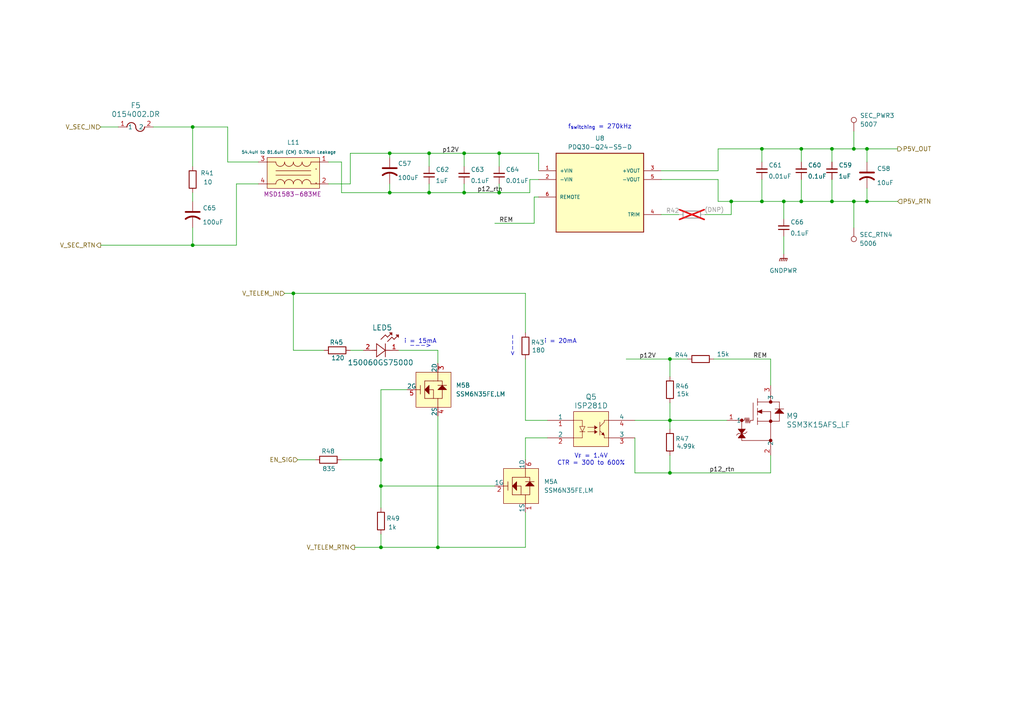
<source format=kicad_sch>
(kicad_sch
	(version 20250114)
	(generator "eeschema")
	(generator_version "9.0")
	(uuid "0a4b483e-d4a8-4c86-84af-69deb45e8978")
	(paper "A4")
	(lib_symbols
		(symbol "CUI:PDQ30-Q24-S5-D"
			(pin_names
				(offset 1.016)
			)
			(exclude_from_sim no)
			(in_bom yes)
			(on_board yes)
			(property "Reference" "U"
				(at -12.7244 10.1795 0)
				(effects
					(font
						(size 1.27 1.27)
					)
					(justify left bottom)
				)
			)
			(property "Value" "PDQ30-Q24-S5-D"
				(at -12.746 -15.2952 0)
				(effects
					(font
						(size 1.27 1.27)
					)
					(justify left bottom)
				)
			)
			(property "Footprint" "CUI:CONV_PDQ30-Q24-S5-D"
				(at 0 0 0)
				(effects
					(font
						(size 1.27 1.27)
					)
					(justify bottom)
					(hide yes)
				)
			)
			(property "Datasheet" "https://www.belfuse.com/media/datasheets/products/power-supplies/PDQ30-D.pdf"
				(at 0 0 0)
				(effects
					(font
						(size 1.27 1.27)
					)
					(hide yes)
				)
			)
			(property "Description" "Isolated Module DC DC Converter 1 Output 5V 6A 9V - 36V Input"
				(at 0 0 0)
				(effects
					(font
						(size 1.27 1.27)
					)
					(hide yes)
				)
			)
			(property "Manufacturer" "CUI Inc"
				(at 0 0 0)
				(effects
					(font
						(size 1.27 1.27)
					)
					(justify bottom)
					(hide yes)
				)
			)
			(property "Man. Part Num" "PDQ30-Q24-S5-D"
				(at 0 0 0)
				(effects
					(font
						(size 1.27 1.27)
					)
					(hide yes)
				)
			)
			(property "Distributor" "Mouser"
				(at 0 0 0)
				(effects
					(font
						(size 1.27 1.27)
					)
					(hide yes)
				)
			)
			(property "Dist. Part Num" "490-PDQ30-Q24-S5-D"
				(at 0 0 0)
				(effects
					(font
						(size 1.27 1.27)
					)
					(hide yes)
				)
			)
			(property "Part Type" "Through Hole"
				(at 0 0 0)
				(effects
					(font
						(size 1.27 1.27)
					)
					(hide yes)
				)
			)
			(property "Package" "-"
				(at 0 0 0)
				(effects
					(font
						(size 1.27 1.27)
					)
					(hide yes)
				)
			)
			(property "Notes" ""
				(at 0 0 0)
				(effects
					(font
						(size 1.27 1.27)
					)
					(hide yes)
				)
			)
			(symbol "PDQ30-Q24-S5-D_0_0"
				(rectangle
					(start -12.7 -12.7)
					(end 12.7 10.16)
					(stroke
						(width 0.254)
						(type default)
					)
					(fill
						(type background)
					)
				)
				(pin input line
					(at -17.78 5.08 0)
					(length 5.08)
					(name "+VIN"
						(effects
							(font
								(size 1.016 1.016)
							)
						)
					)
					(number "1"
						(effects
							(font
								(size 1.016 1.016)
							)
						)
					)
				)
				(pin input line
					(at -17.78 2.54 0)
					(length 5.08)
					(name "-VIN"
						(effects
							(font
								(size 1.016 1.016)
							)
						)
					)
					(number "2"
						(effects
							(font
								(size 1.016 1.016)
							)
						)
					)
				)
				(pin input line
					(at -17.78 -2.54 0)
					(length 5.08)
					(name "REMOTE"
						(effects
							(font
								(size 1.016 1.016)
							)
						)
					)
					(number "6"
						(effects
							(font
								(size 1.016 1.016)
							)
						)
					)
				)
				(pin output line
					(at 17.78 5.08 180)
					(length 5.08)
					(name "+VOUT"
						(effects
							(font
								(size 1.016 1.016)
							)
						)
					)
					(number "3"
						(effects
							(font
								(size 1.016 1.016)
							)
						)
					)
				)
				(pin output line
					(at 17.78 2.54 180)
					(length 5.08)
					(name "-VOUT"
						(effects
							(font
								(size 1.016 1.016)
							)
						)
					)
					(number "5"
						(effects
							(font
								(size 1.016 1.016)
							)
						)
					)
				)
				(pin passive line
					(at 17.78 -7.62 180)
					(length 5.08)
					(name "TRIM"
						(effects
							(font
								(size 1.016 1.016)
							)
						)
					)
					(number "4"
						(effects
							(font
								(size 1.016 1.016)
							)
						)
					)
				)
			)
			(embedded_fonts no)
		)
		(symbol "CoilCraft:MSD1583-105"
			(exclude_from_sim no)
			(in_bom yes)
			(on_board yes)
			(property "Reference" "L"
				(at -3.81 -2.54 0)
				(effects
					(font
						(size 1.27 1.27)
					)
				)
			)
			(property "Value" "900uH to 1mH (CM) 2uH Leakage"
				(at 20.32 8.89 0)
				(effects
					(font
						(size 1.27 1.27)
					)
				)
			)
			(property "Footprint" "CoilCraft:MSD1583-105"
				(at 20.32 8.89 0)
				(effects
					(font
						(size 1.27 1.27)
					)
					(hide yes)
				)
			)
			(property "Datasheet" "https://www.coilcraft.com/getmedia/ad29d13c-1804-4028-bd90-ce6471403018/msd1583_cm.pdf"
				(at 20.32 8.89 0)
				(effects
					(font
						(size 1.27 1.27)
					)
					(hide yes)
				)
			)
			(property "Description" "Common Mode Chokes – MSD1583"
				(at 20.32 8.89 0)
				(effects
					(font
						(size 1.27 1.27)
					)
					(hide yes)
				)
			)
			(property "Manufacturer" "Coil Craft"
				(at 0 0 0)
				(effects
					(font
						(size 1.27 1.27)
					)
					(hide yes)
				)
			)
			(property "Man. Part Num" "MSD1583-105KE_"
				(at 0 0 0)
				(effects
					(font
						(size 1.27 1.27)
					)
					(hide yes)
				)
			)
			(property "Distributor" "Coil Craft"
				(at 0 0 0)
				(effects
					(font
						(size 1.27 1.27)
					)
					(hide yes)
				)
			)
			(property "Dist. Part Num" "MSD1583-105KE_"
				(at 0 0 0)
				(effects
					(font
						(size 1.27 1.27)
					)
					(hide yes)
				)
			)
			(property "Package" ""
				(at 0 0 0)
				(effects
					(font
						(size 1.27 1.27)
					)
					(hide yes)
				)
			)
			(property "Part Type" "SMD"
				(at 0 0 0)
				(effects
					(font
						(size 1.27 1.27)
					)
					(hide yes)
				)
			)
			(property "Notes" ""
				(at 0 0 0)
				(effects
					(font
						(size 1.27 1.27)
					)
					(hide yes)
				)
			)
			(symbol "MSD1583-105_0_1"
				(arc
					(start 6.35 6.35)
					(mid 5.452 6.722)
					(end 5.08 7.62)
					(stroke
						(width 0)
						(type default)
					)
					(fill
						(type none)
					)
				)
				(arc
					(start 7.62 7.62)
					(mid 7.248 6.722)
					(end 6.35 6.35)
					(stroke
						(width 0)
						(type default)
					)
					(fill
						(type none)
					)
				)
				(arc
					(start 5.0799 1.2701)
					(mid 5.4519 2.1681)
					(end 6.3499 2.5401)
					(stroke
						(width 0)
						(type default)
					)
					(fill
						(type none)
					)
				)
				(arc
					(start 6.3499 2.5401)
					(mid 7.248 2.1682)
					(end 7.6199 1.2701)
					(stroke
						(width 0)
						(type default)
					)
					(fill
						(type none)
					)
				)
				(arc
					(start 8.89 6.35)
					(mid 7.992 6.722)
					(end 7.62 7.62)
					(stroke
						(width 0)
						(type default)
					)
					(fill
						(type none)
					)
				)
				(arc
					(start 10.16 7.62)
					(mid 9.788 6.722)
					(end 8.89 6.35)
					(stroke
						(width 0)
						(type default)
					)
					(fill
						(type none)
					)
				)
				(arc
					(start 7.6199 1.2701)
					(mid 7.9919 2.1681)
					(end 8.8899 2.5401)
					(stroke
						(width 0)
						(type default)
					)
					(fill
						(type none)
					)
				)
				(arc
					(start 8.8899 2.5401)
					(mid 9.788 2.1682)
					(end 10.1599 1.2701)
					(stroke
						(width 0)
						(type default)
					)
					(fill
						(type none)
					)
				)
				(arc
					(start 11.43 6.35)
					(mid 10.532 6.722)
					(end 10.16 7.62)
					(stroke
						(width 0)
						(type default)
					)
					(fill
						(type none)
					)
				)
				(arc
					(start 12.7 7.62)
					(mid 12.328 6.722)
					(end 11.43 6.35)
					(stroke
						(width 0)
						(type default)
					)
					(fill
						(type none)
					)
				)
				(arc
					(start 10.1599 1.2701)
					(mid 10.5319 2.1681)
					(end 11.4299 2.5401)
					(stroke
						(width 0)
						(type default)
					)
					(fill
						(type none)
					)
				)
				(arc
					(start 11.4299 2.5401)
					(mid 12.328 2.1682)
					(end 12.6999 1.2701)
					(stroke
						(width 0)
						(type default)
					)
					(fill
						(type none)
					)
				)
				(arc
					(start 13.97 6.35)
					(mid 13.072 6.722)
					(end 12.7 7.62)
					(stroke
						(width 0)
						(type default)
					)
					(fill
						(type none)
					)
				)
				(arc
					(start 15.24 7.62)
					(mid 14.868 6.722)
					(end 13.97 6.35)
					(stroke
						(width 0)
						(type default)
					)
					(fill
						(type none)
					)
				)
				(arc
					(start 12.6999 1.2701)
					(mid 13.0719 2.1681)
					(end 13.9699 2.5401)
					(stroke
						(width 0)
						(type default)
					)
					(fill
						(type none)
					)
				)
				(arc
					(start 13.9699 2.5401)
					(mid 14.868 2.1682)
					(end 15.2399 1.2701)
					(stroke
						(width 0)
						(type default)
					)
					(fill
						(type none)
					)
				)
				(polyline
					(pts
						(xy 15.24 5.08) (xy 5.08 5.08)
					)
					(stroke
						(width 0)
						(type default)
					)
					(fill
						(type none)
					)
				)
			)
			(symbol "MSD1583-105_1_1"
				(polyline
					(pts
						(xy 5.08 7.62) (xy 2.54 7.62)
					)
					(stroke
						(width 0)
						(type default)
					)
					(fill
						(type none)
					)
				)
				(polyline
					(pts
						(xy 5.08 1.27) (xy 2.54 1.27)
					)
					(stroke
						(width 0)
						(type default)
					)
					(fill
						(type none)
					)
				)
				(polyline
					(pts
						(xy 15.24 7.62) (xy 17.78 7.62)
					)
					(stroke
						(width 0)
						(type default)
					)
					(fill
						(type none)
					)
				)
				(polyline
					(pts
						(xy 15.24 3.81) (xy 5.08 3.81)
					)
					(stroke
						(width 0)
						(type default)
					)
					(fill
						(type none)
					)
				)
				(polyline
					(pts
						(xy 15.24 1.27) (xy 17.78 1.27)
					)
					(stroke
						(width 0)
						(type default)
					)
					(fill
						(type none)
					)
				)
				(rectangle
					(start 17.78 0)
					(end 2.54 8.89)
					(stroke
						(width 0)
						(type default)
					)
					(fill
						(type background)
					)
				)
				(text "."
					(at 16.764 6.096 0)
					(effects
						(font
							(size 1.27 1.27)
						)
					)
				)
				(text "."
					(at 16.764 2.032 0)
					(effects
						(font
							(size 1.27 1.27)
						)
					)
				)
				(pin input line
					(at 0 7.62 0)
					(length 2.54)
					(name ""
						(effects
							(font
								(size 1.27 1.27)
							)
						)
					)
					(number "3"
						(effects
							(font
								(size 1.27 1.27)
							)
						)
					)
				)
				(pin input line
					(at 0 1.27 0)
					(length 2.54)
					(name ""
						(effects
							(font
								(size 1.27 1.27)
							)
						)
					)
					(number "4"
						(effects
							(font
								(size 1.27 1.27)
							)
						)
					)
				)
				(pin input line
					(at 20.32 7.62 180)
					(length 2.54)
					(name ""
						(effects
							(font
								(size 1.27 1.27)
							)
						)
					)
					(number "1"
						(effects
							(font
								(size 1.27 1.27)
							)
						)
					)
				)
				(pin input line
					(at 20.32 1.27 180)
					(length 2.54)
					(name ""
						(effects
							(font
								(size 1.27 1.27)
							)
						)
					)
					(number "2"
						(effects
							(font
								(size 1.27 1.27)
							)
						)
					)
				)
			)
			(embedded_fonts no)
		)
		(symbol "ISOCOM:ISP281D"
			(pin_names
				(offset 0)
			)
			(exclude_from_sim no)
			(in_bom yes)
			(on_board yes)
			(property "Reference" "Q"
				(at 8.89 7.366 0)
				(effects
					(font
						(size 1.524 1.524)
					)
				)
			)
			(property "Value" "ISP281D"
				(at 12.446 4.572 0)
				(effects
					(font
						(size 1.524 1.524)
					)
				)
			)
			(property "Footprint" "ISOCOM:ISP281D_ISO"
				(at 0 0 0)
				(effects
					(font
						(size 1.27 1.27)
						(italic yes)
					)
					(hide yes)
				)
			)
			(property "Datasheet" "http://isocom.com/wp-content/uploads/2020/06/dd93256-030620.pdf"
				(at 0 0 0)
				(effects
					(font
						(size 1.27 1.27)
						(italic yes)
					)
					(hide yes)
				)
			)
			(property "Description" "Optoisolator Transistor Output 3750Vrms 1 Channel 4-SOP"
				(at 0 0 0)
				(effects
					(font
						(size 1.27 1.27)
					)
					(hide yes)
				)
			)
			(property "Manufacturer" "Isocom Components 2004 LTD"
				(at 0 0 0)
				(effects
					(font
						(size 1.27 1.27)
					)
					(hide yes)
				)
			)
			(property "Man. Part Num" "ISP281D"
				(at 0 0 0)
				(effects
					(font
						(size 1.27 1.27)
					)
					(hide yes)
				)
			)
			(property "Distributor" "Digi-Key"
				(at 0 0 0)
				(effects
					(font
						(size 1.27 1.27)
					)
					(hide yes)
				)
			)
			(property "Dist. Part Num" "58-ISP281DCT-ND"
				(at 0 0 0)
				(effects
					(font
						(size 1.27 1.27)
					)
					(hide yes)
				)
			)
			(property "Part Type" "SMD"
				(at 0 0 0)
				(effects
					(font
						(size 1.27 1.27)
					)
					(hide yes)
				)
			)
			(property "Package" "4-SOP"
				(at 0 0 0)
				(effects
					(font
						(size 1.27 1.27)
					)
					(hide yes)
				)
			)
			(property "Notes" ""
				(at 0 0 0)
				(effects
					(font
						(size 1.27 1.27)
					)
					(hide yes)
				)
			)
			(property "ki_keywords" "ISP281D"
				(at 0 0 0)
				(effects
					(font
						(size 1.27 1.27)
					)
					(hide yes)
				)
			)
			(property "ki_fp_filters" "ISP281D_ISO ISP281D_ISO-M ISP281D_ISO-L"
				(at 0 0 0)
				(effects
					(font
						(size 1.27 1.27)
					)
					(hide yes)
				)
			)
			(symbol "ISP281D_0_1"
				(polyline
					(pts
						(xy 9.398 -1.778) (xy 10.16 -3.302)
					)
					(stroke
						(width 0.127)
						(type default)
					)
					(fill
						(type none)
					)
				)
				(polyline
					(pts
						(xy 9.398 -3.302) (xy 10.922 -3.302)
					)
					(stroke
						(width 0.127)
						(type default)
					)
					(fill
						(type none)
					)
				)
				(polyline
					(pts
						(xy 10.16 0) (xy 7.62 0)
					)
					(stroke
						(width 0.127)
						(type default)
					)
					(fill
						(type none)
					)
				)
				(polyline
					(pts
						(xy 10.16 0) (xy 10.16 -1.778)
					)
					(stroke
						(width 0.127)
						(type default)
					)
					(fill
						(type none)
					)
				)
				(polyline
					(pts
						(xy 10.16 -3.302) (xy 10.16 -5.08)
					)
					(stroke
						(width 0.127)
						(type default)
					)
					(fill
						(type none)
					)
				)
				(polyline
					(pts
						(xy 10.16 -3.302) (xy 10.922 -1.778)
					)
					(stroke
						(width 0.127)
						(type default)
					)
					(fill
						(type none)
					)
				)
				(polyline
					(pts
						(xy 10.16 -5.08) (xy 7.62 -5.08)
					)
					(stroke
						(width 0.127)
						(type default)
					)
					(fill
						(type none)
					)
				)
				(polyline
					(pts
						(xy 10.922 -1.778) (xy 9.398 -1.778)
					)
					(stroke
						(width 0.127)
						(type default)
					)
					(fill
						(type none)
					)
				)
				(polyline
					(pts
						(xy 11.684 -2.032) (xy 13.716 -2.032)
					)
					(stroke
						(width 0.127)
						(type default)
					)
					(fill
						(type none)
					)
				)
				(polyline
					(pts
						(xy 11.684 -3.302) (xy 13.716 -3.302)
					)
					(stroke
						(width 0.127)
						(type default)
					)
					(fill
						(type none)
					)
				)
				(polyline
					(pts
						(xy 13.716 -1.524) (xy 13.716 -2.54) (xy 14.478 -2.032)
					)
					(stroke
						(width 0)
						(type default)
					)
					(fill
						(type outline)
					)
				)
				(polyline
					(pts
						(xy 13.716 -2.794) (xy 13.716 -3.81) (xy 14.478 -3.302)
					)
					(stroke
						(width 0)
						(type default)
					)
					(fill
						(type outline)
					)
				)
				(polyline
					(pts
						(xy 15.24 -1.778) (xy 16.51 -0.508)
					)
					(stroke
						(width 0.127)
						(type default)
					)
					(fill
						(type none)
					)
				)
				(polyline
					(pts
						(xy 15.24 -3.048) (xy 16.002 -3.81)
					)
					(stroke
						(width 0.127)
						(type default)
					)
					(fill
						(type none)
					)
				)
				(polyline
					(pts
						(xy 15.24 -4.318) (xy 15.24 -0.508)
					)
					(stroke
						(width 0.127)
						(type default)
					)
					(fill
						(type none)
					)
				)
				(polyline
					(pts
						(xy 16.4717 -4.3107) (xy 15.748 -4.064) (xy 16.256 -3.556) (xy 16.51 -4.318)
					)
					(stroke
						(width 0)
						(type default)
					)
					(fill
						(type outline)
					)
				)
				(polyline
					(pts
						(xy 16.51 0) (xy 17.78 0)
					)
					(stroke
						(width 0.127)
						(type default)
					)
					(fill
						(type none)
					)
				)
				(polyline
					(pts
						(xy 16.51 -0.508) (xy 16.51 0)
					)
					(stroke
						(width 0.127)
						(type default)
					)
					(fill
						(type none)
					)
				)
				(polyline
					(pts
						(xy 16.51 -4.318) (xy 16.51 -5.08)
					)
					(stroke
						(width 0.127)
						(type default)
					)
					(fill
						(type none)
					)
				)
				(polyline
					(pts
						(xy 17.78 -5.08) (xy 16.51 -5.08)
					)
					(stroke
						(width 0.127)
						(type default)
					)
					(fill
						(type none)
					)
				)
				(pin unspecified line
					(at 0 0 0)
					(length 7.62)
					(name "1"
						(effects
							(font
								(size 1.27 1.27)
							)
						)
					)
					(number "1"
						(effects
							(font
								(size 1.27 1.27)
							)
						)
					)
				)
				(pin unspecified line
					(at 0 -5.08 0)
					(length 7.62)
					(name "2"
						(effects
							(font
								(size 1.27 1.27)
							)
						)
					)
					(number "2"
						(effects
							(font
								(size 1.27 1.27)
							)
						)
					)
				)
				(pin unspecified line
					(at 25.4 0 180)
					(length 7.62)
					(name "4"
						(effects
							(font
								(size 1.27 1.27)
							)
						)
					)
					(number "4"
						(effects
							(font
								(size 1.27 1.27)
							)
						)
					)
				)
				(pin unspecified line
					(at 25.4 -5.08 180)
					(length 7.62)
					(name "3"
						(effects
							(font
								(size 1.27 1.27)
							)
						)
					)
					(number "3"
						(effects
							(font
								(size 1.27 1.27)
							)
						)
					)
				)
			)
			(symbol "ISP281D_1_1"
				(rectangle
					(start 7.62 2.54)
					(end 17.78 -7.62)
					(stroke
						(width 0)
						(type default)
					)
					(fill
						(type background)
					)
				)
			)
			(embedded_fonts no)
		)
		(symbol "Little_Fuse:0154002.DR"
			(pin_names
				(offset 0.254)
			)
			(exclude_from_sim no)
			(in_bom yes)
			(on_board yes)
			(property "Reference" "F"
				(at 5.08 3.175 0)
				(effects
					(font
						(size 1.524 1.524)
					)
				)
			)
			(property "Value" "0154002.DR"
				(at 5.08 -3.175 0)
				(effects
					(font
						(size 1.524 1.524)
					)
				)
			)
			(property "Footprint" "0154Series_LTF"
				(at 0 0 0)
				(effects
					(font
						(size 1.27 1.27)
						(italic yes)
					)
					(hide yes)
				)
			)
			(property "Datasheet" "https://www.littelfuse.com/assetdocs/littelfuse-fuse-154-series-data-sheet?assetguid=a8a8a462-7295-481b-a91b-d770dabf005b"
				(at 0 0 0)
				(effects
					(font
						(size 1.27 1.27)
						(italic yes)
					)
					(hide yes)
				)
			)
			(property "Description" "2 A 125 V AC 125 V DC Fuse Board Mount (Cartridge Style Excluded) Requires Holder, Surface Mount 2-SMD, Square End Block with Holder"
				(at 0 0 0)
				(effects
					(font
						(size 1.27 1.27)
					)
					(hide yes)
				)
			)
			(property "Manufacturer" "Little Fuse"
				(at 0 0 0)
				(effects
					(font
						(size 1.27 1.27)
					)
					(hide yes)
				)
			)
			(property "Man. Part Num" "0154002.DR"
				(at 0 0 0)
				(effects
					(font
						(size 1.27 1.27)
					)
					(hide yes)
				)
			)
			(property "Distributor" "Digi-Key"
				(at 0 0 0)
				(effects
					(font
						(size 1.27 1.27)
					)
					(hide yes)
				)
			)
			(property "Dist. Part Num" "F1224CT-ND"
				(at 0 0 0)
				(effects
					(font
						(size 1.27 1.27)
					)
					(hide yes)
				)
			)
			(property "Part Type" "SMD"
				(at 0 0 0)
				(effects
					(font
						(size 1.27 1.27)
					)
					(hide yes)
				)
			)
			(property "Package" "Surface Mount 2-SMD, Square End Block with Holder"
				(at 0 0 0)
				(effects
					(font
						(size 1.27 1.27)
					)
					(hide yes)
				)
			)
			(property "Notes" ""
				(at 0 0 0)
				(effects
					(font
						(size 1.27 1.27)
					)
					(hide yes)
				)
			)
			(property "ki_keywords" "0154002.DR"
				(at 0 0 0)
				(effects
					(font
						(size 1.27 1.27)
					)
					(hide yes)
				)
			)
			(property "ki_fp_filters" "0154Series_LTF"
				(at 0 0 0)
				(effects
					(font
						(size 1.27 1.27)
					)
					(hide yes)
				)
			)
			(symbol "0154002.DR_1_1"
				(arc
					(start 2.54 0)
					(mid 3.81 1.2645)
					(end 5.08 0)
					(stroke
						(width 0.254)
						(type default)
					)
					(fill
						(type none)
					)
				)
				(arc
					(start 7.62 0)
					(mid 6.35 -1.2645)
					(end 5.08 0)
					(stroke
						(width 0.254)
						(type default)
					)
					(fill
						(type none)
					)
				)
				(pin unspecified line
					(at 0 0 0)
					(length 2.54)
					(name "1"
						(effects
							(font
								(size 1.27 1.27)
							)
						)
					)
					(number "1"
						(effects
							(font
								(size 1.27 1.27)
							)
						)
					)
				)
				(pin unspecified line
					(at 10.16 0 180)
					(length 2.54)
					(name "2"
						(effects
							(font
								(size 1.27 1.27)
							)
						)
					)
					(number "2"
						(effects
							(font
								(size 1.27 1.27)
							)
						)
					)
				)
			)
			(symbol "0154002.DR_1_2"
				(arc
					(start 0 7.62)
					(mid 1.2645 6.35)
					(end 0 5.08)
					(stroke
						(width 0.254)
						(type default)
					)
					(fill
						(type none)
					)
				)
				(arc
					(start 0 2.54)
					(mid -1.2645 3.81)
					(end 0 5.08)
					(stroke
						(width 0.254)
						(type default)
					)
					(fill
						(type none)
					)
				)
				(pin unspecified line
					(at 0 10.16 270)
					(length 2.54)
					(name "2"
						(effects
							(font
								(size 1.27 1.27)
							)
						)
					)
					(number "2"
						(effects
							(font
								(size 1.27 1.27)
							)
						)
					)
				)
				(pin unspecified line
					(at 0 0 90)
					(length 2.54)
					(name "1"
						(effects
							(font
								(size 1.27 1.27)
							)
						)
					)
					(number "1"
						(effects
							(font
								(size 1.27 1.27)
							)
						)
					)
				)
			)
			(embedded_fonts no)
		)
		(symbol "Passive_Parts:C"
			(pin_numbers
				(hide yes)
			)
			(pin_names
				(offset 0)
				(hide yes)
			)
			(exclude_from_sim no)
			(in_bom yes)
			(on_board yes)
			(property "Reference" "C"
				(at 2.54 5.08 0)
				(effects
					(font
						(size 1.27 1.27)
					)
				)
			)
			(property "Value" ""
				(at 0 0 0)
				(effects
					(font
						(size 1.27 1.27)
					)
				)
			)
			(property "Footprint" ""
				(at 0 0 0)
				(effects
					(font
						(size 1.27 1.27)
					)
					(hide yes)
				)
			)
			(property "Datasheet" ""
				(at 0 0 0)
				(effects
					(font
						(size 1.27 1.27)
					)
					(hide yes)
				)
			)
			(property "Description" ""
				(at 0 0 0)
				(effects
					(font
						(size 1.27 1.27)
					)
					(hide yes)
				)
			)
			(property "Manufacturer" ""
				(at 0 0 0)
				(effects
					(font
						(size 1.27 1.27)
					)
					(hide yes)
				)
			)
			(property "Man. Part Num" ""
				(at 0 0 0)
				(effects
					(font
						(size 1.27 1.27)
					)
					(hide yes)
				)
			)
			(property "Distributor" "Digi-Key"
				(at 0 0 0)
				(effects
					(font
						(size 1.27 1.27)
					)
					(hide yes)
				)
			)
			(property "Dist. Part Num" ""
				(at 0 0 0)
				(effects
					(font
						(size 1.27 1.27)
					)
					(hide yes)
				)
			)
			(property "Package" ""
				(at 0 0 0)
				(effects
					(font
						(size 1.27 1.27)
					)
					(hide yes)
				)
			)
			(property "Part Type" "SMD"
				(at 0 0 0)
				(effects
					(font
						(size 1.27 1.27)
					)
					(hide yes)
				)
			)
			(property "Notes" ""
				(at 0 0 0)
				(effects
					(font
						(size 1.27 1.27)
					)
					(hide yes)
				)
			)
			(symbol "C_0_1"
				(polyline
					(pts
						(xy 2.032 1.016) (xy 2.032 4.064)
					)
					(stroke
						(width 0.3048)
						(type default)
					)
					(fill
						(type none)
					)
				)
				(polyline
					(pts
						(xy 3.048 1.016) (xy 3.048 4.064)
					)
					(stroke
						(width 0.3302)
						(type default)
					)
					(fill
						(type none)
					)
				)
			)
			(symbol "C_1_1"
				(pin passive line
					(at 0 2.54 0)
					(length 2.032)
					(name "~"
						(effects
							(font
								(size 1.27 1.27)
							)
						)
					)
					(number "1"
						(effects
							(font
								(size 1.27 1.27)
							)
						)
					)
				)
				(pin passive line
					(at 5.08 2.54 180)
					(length 2.032)
					(name "~"
						(effects
							(font
								(size 1.27 1.27)
							)
						)
					)
					(number "2"
						(effects
							(font
								(size 1.27 1.27)
							)
						)
					)
				)
			)
			(embedded_fonts no)
		)
		(symbol "Passive_Parts:C_Tantalum"
			(pin_numbers
				(hide yes)
			)
			(pin_names
				(offset 0)
				(hide yes)
			)
			(exclude_from_sim no)
			(in_bom yes)
			(on_board yes)
			(property "Reference" "C"
				(at 0 0 0)
				(effects
					(font
						(size 1.27 1.27)
					)
				)
			)
			(property "Value" ""
				(at 0 0 0)
				(effects
					(font
						(size 1.27 1.27)
					)
				)
			)
			(property "Footprint" ""
				(at 0 0 0)
				(effects
					(font
						(size 1.27 1.27)
					)
					(hide yes)
				)
			)
			(property "Datasheet" ""
				(at 0 0 0)
				(effects
					(font
						(size 1.27 1.27)
					)
					(hide yes)
				)
			)
			(property "Description" ""
				(at 0 0 0)
				(effects
					(font
						(size 1.27 1.27)
					)
					(hide yes)
				)
			)
			(property "Manufacturer" ""
				(at 0 0 0)
				(effects
					(font
						(size 1.27 1.27)
					)
					(hide yes)
				)
			)
			(property "Man. Part Num" ""
				(at 0 0 0)
				(effects
					(font
						(size 1.27 1.27)
					)
					(hide yes)
				)
			)
			(property "Distributor" "Digi-Key"
				(at 0 0 0)
				(effects
					(font
						(size 1.27 1.27)
					)
					(hide yes)
				)
			)
			(property "Dist. Part Num" ""
				(at 0 0 0)
				(effects
					(font
						(size 1.27 1.27)
					)
					(hide yes)
				)
			)
			(property "Part Type" ""
				(at 0 0 0)
				(effects
					(font
						(size 1.27 1.27)
					)
					(hide yes)
				)
			)
			(property "Package" ""
				(at 0 0 0)
				(effects
					(font
						(size 1.27 1.27)
					)
					(hide yes)
				)
			)
			(property "Notes" ""
				(at 0 0 0)
				(effects
					(font
						(size 1.27 1.27)
					)
					(hide yes)
				)
			)
			(symbol "C_Tantalum_0_1"
				(polyline
					(pts
						(xy 4.318 0.508) (xy 4.318 4.572)
					)
					(stroke
						(width 0.508)
						(type default)
					)
					(fill
						(type none)
					)
				)
				(arc
					(start 6.35 0.508)
					(mid 5.6372 2.54)
					(end 6.35 4.572)
					(stroke
						(width 0.508)
						(type default)
					)
					(fill
						(type none)
					)
				)
			)
			(symbol "C_Tantalum_1_1"
				(pin passive line
					(at 1.27 2.54 0)
					(length 2.794)
					(name "~"
						(effects
							(font
								(size 1.27 1.27)
							)
						)
					)
					(number "1"
						(effects
							(font
								(size 1.27 1.27)
							)
						)
					)
				)
				(pin passive line
					(at 8.89 2.54 180)
					(length 3.302)
					(name "~"
						(effects
							(font
								(size 1.27 1.27)
							)
						)
					)
					(number "2"
						(effects
							(font
								(size 1.27 1.27)
							)
						)
					)
				)
			)
			(embedded_fonts no)
		)
		(symbol "Passive_Parts:R"
			(pin_numbers
				(hide yes)
			)
			(pin_names
				(offset 0)
				(hide yes)
			)
			(exclude_from_sim no)
			(in_bom yes)
			(on_board yes)
			(property "Reference" "R"
				(at 2.54 5.08 0)
				(effects
					(font
						(size 1.27 1.27)
					)
				)
			)
			(property "Value" ""
				(at 0 0 0)
				(effects
					(font
						(size 1.27 1.27)
					)
				)
			)
			(property "Footprint" ""
				(at 0 0 0)
				(effects
					(font
						(size 1.27 1.27)
					)
					(hide yes)
				)
			)
			(property "Datasheet" ""
				(at 0 0 0)
				(effects
					(font
						(size 1.27 1.27)
					)
					(hide yes)
				)
			)
			(property "Description" ""
				(at 0 0 0)
				(effects
					(font
						(size 1.27 1.27)
					)
					(hide yes)
				)
			)
			(property "Manufacturer" ""
				(at 0 0 0)
				(effects
					(font
						(size 1.27 1.27)
					)
					(hide yes)
				)
			)
			(property "Man. Part Num" ""
				(at 0 0 0)
				(effects
					(font
						(size 1.27 1.27)
					)
					(hide yes)
				)
			)
			(property "Distributor" "Digi-Key"
				(at 0 0 0)
				(effects
					(font
						(size 1.27 1.27)
					)
					(hide yes)
				)
			)
			(property "Dist. Part Num" ""
				(at 0 0 0)
				(effects
					(font
						(size 1.27 1.27)
					)
					(hide yes)
				)
			)
			(property "Part Type" "SMD"
				(at 0 0 0)
				(effects
					(font
						(size 1.27 1.27)
					)
					(hide yes)
				)
			)
			(property "Notes" ""
				(at 0 0 0)
				(effects
					(font
						(size 1.27 1.27)
					)
					(hide yes)
				)
			)
			(property "Package" ""
				(at 0 0 0)
				(effects
					(font
						(size 1.27 1.27)
					)
					(hide yes)
				)
			)
			(symbol "R_0_1"
				(rectangle
					(start 5.08 1.524)
					(end 0 3.556)
					(stroke
						(width 0.254)
						(type default)
					)
					(fill
						(type none)
					)
				)
			)
			(symbol "R_1_1"
				(pin passive line
					(at -1.27 2.54 0)
					(length 1.27)
					(name "~"
						(effects
							(font
								(size 1.27 1.27)
							)
						)
					)
					(number "1"
						(effects
							(font
								(size 1.27 1.27)
							)
						)
					)
				)
				(pin passive line
					(at 6.35 2.54 180)
					(length 1.27)
					(name "~"
						(effects
							(font
								(size 1.27 1.27)
							)
						)
					)
					(number "2"
						(effects
							(font
								(size 1.27 1.27)
							)
						)
					)
				)
			)
			(embedded_fonts no)
		)
		(symbol "Passive_Parts:TP"
			(pin_numbers
				(hide yes)
			)
			(pin_names
				(hide yes)
			)
			(exclude_from_sim no)
			(in_bom yes)
			(on_board yes)
			(property "Reference" "TP"
				(at 2.286 3.302 0)
				(effects
					(font
						(size 1.27 1.27)
					)
				)
			)
			(property "Value" ""
				(at -2.54 0 0)
				(effects
					(font
						(size 1.27 1.27)
					)
				)
			)
			(property "Footprint" ""
				(at -2.54 0 0)
				(effects
					(font
						(size 1.27 1.27)
					)
					(hide yes)
				)
			)
			(property "Datasheet" ""
				(at -2.54 0 0)
				(effects
					(font
						(size 1.27 1.27)
					)
					(hide yes)
				)
			)
			(property "Description" ""
				(at -2.54 0 0)
				(effects
					(font
						(size 1.27 1.27)
					)
					(hide yes)
				)
			)
			(property "Manufacturer" ""
				(at 0 0 0)
				(effects
					(font
						(size 1.27 1.27)
					)
					(hide yes)
				)
			)
			(property "Man. Part Num" ""
				(at 0 0 0)
				(effects
					(font
						(size 1.27 1.27)
					)
					(hide yes)
				)
			)
			(property "Distributor" ""
				(at 0 0 0)
				(effects
					(font
						(size 1.27 1.27)
					)
					(hide yes)
				)
			)
			(property "Dist. Part Num" ""
				(at 0 0 0)
				(effects
					(font
						(size 1.27 1.27)
					)
					(hide yes)
				)
			)
			(property "Part Type" ""
				(at 0 0 0)
				(effects
					(font
						(size 1.27 1.27)
					)
					(hide yes)
				)
			)
			(property "Package" ""
				(at 0 0 0)
				(effects
					(font
						(size 1.27 1.27)
					)
					(hide yes)
				)
			)
			(property "Notes" ""
				(at 0 0 0)
				(effects
					(font
						(size 1.27 1.27)
					)
					(hide yes)
				)
			)
			(symbol "TP_0_1"
				(circle
					(center 0 3.302)
					(radius 0.762)
					(stroke
						(width 0)
						(type default)
					)
					(fill
						(type none)
					)
				)
			)
			(symbol "TP_1_1"
				(pin passive line
					(at 0 0 90)
					(length 2.54)
					(name "1"
						(effects
							(font
								(size 1.27 1.27)
							)
						)
					)
					(number "1"
						(effects
							(font
								(size 1.27 1.27)
							)
						)
					)
				)
			)
			(embedded_fonts no)
		)
		(symbol "Toshiba_Semi:SSM3K15AFS_LF"
			(pin_names
				(offset 0.254)
			)
			(exclude_from_sim no)
			(in_bom yes)
			(on_board yes)
			(property "Reference" "MOSFET"
				(at 0 0 0)
				(effects
					(font
						(size 1.524 1.524)
					)
				)
			)
			(property "Value" "SSM3K15AFS_LF"
				(at 0 0 0)
				(effects
					(font
						(size 1.524 1.524)
					)
				)
			)
			(property "Footprint" "SSM_TOS"
				(at 0 0 0)
				(effects
					(font
						(size 1.27 1.27)
						(italic yes)
					)
					(hide yes)
				)
			)
			(property "Datasheet" "https://toshiba.semicon-storage.com/info/SSM3K15AFS_datasheet_en_20140301.pdf?did=5914&prodName=SSM3K15AFS"
				(at 0 0 0)
				(effects
					(font
						(size 1.27 1.27)
						(italic yes)
					)
					(hide yes)
				)
			)
			(property "Description" "MOSFET N-CH 30V 100MA SSM"
				(at 0 0 0)
				(effects
					(font
						(size 1.27 1.27)
					)
					(hide yes)
				)
			)
			(property "Manufacturer" "Toshiba Semiconductor and Storage"
				(at 0 0 0)
				(effects
					(font
						(size 1.27 1.27)
					)
					(hide yes)
				)
			)
			(property "Man. Part Num" "SSM3K15AFS,LF"
				(at 0 0 0)
				(effects
					(font
						(size 1.27 1.27)
					)
					(hide yes)
				)
			)
			(property "Distributor" "Digi-Key"
				(at 0 0 0)
				(effects
					(font
						(size 1.27 1.27)
					)
					(hide yes)
				)
			)
			(property "Dist. Part Num" "SSM3K15AFSLFCT-ND"
				(at 0 0 0)
				(effects
					(font
						(size 1.27 1.27)
					)
					(hide yes)
				)
			)
			(property "Part Type" "SMD"
				(at 0 0 0)
				(effects
					(font
						(size 1.27 1.27)
					)
					(hide yes)
				)
			)
			(property "Package" "SSM_TOS"
				(at 0 0 0)
				(effects
					(font
						(size 1.27 1.27)
					)
					(hide yes)
				)
			)
			(property "Notes" ""
				(at 0 0 0)
				(effects
					(font
						(size 1.27 1.27)
					)
					(hide yes)
				)
			)
			(property "ki_keywords" "SSM3K15AFS,LF"
				(at 0 0 0)
				(effects
					(font
						(size 1.27 1.27)
					)
					(hide yes)
				)
			)
			(property "ki_fp_filters" "SSM_TOS SSM_TOS-M SSM_TOS-L"
				(at 0 0 0)
				(effects
					(font
						(size 1.27 1.27)
					)
					(hide yes)
				)
			)
			(symbol "SSM3K15AFS_LF_0_1"
				(polyline
					(pts
						(xy 0 -7.62) (xy 2.54 -7.62)
					)
					(stroke
						(width 0.1524)
						(type default)
					)
					(fill
						(type none)
					)
				)
				(polyline
					(pts
						(xy 0.762 -10.16) (xy 1.778 -11.43)
					)
					(stroke
						(width 0.1524)
						(type default)
					)
					(fill
						(type none)
					)
				)
				(polyline
					(pts
						(xy 0.762 -10.16) (xy 1.778 -11.43) (xy 0.762 -12.7) (xy 2.794 -12.7) (xy 1.778 -11.43) (xy 2.794 -10.16)
					)
					(stroke
						(width 0)
						(type default)
					)
					(fill
						(type outline)
					)
				)
				(polyline
					(pts
						(xy 0.762 -11.43) (xy 0.254 -11.938)
					)
					(stroke
						(width 0.1524)
						(type default)
					)
					(fill
						(type none)
					)
				)
				(polyline
					(pts
						(xy 0.762 -11.43) (xy 2.794 -11.43)
					)
					(stroke
						(width 0.1524)
						(type default)
					)
					(fill
						(type none)
					)
				)
				(polyline
					(pts
						(xy 0.762 -12.7) (xy 2.794 -12.7)
					)
					(stroke
						(width 0.1524)
						(type default)
					)
					(fill
						(type none)
					)
				)
				(polyline
					(pts
						(xy 1.778 -7.62) (xy 1.778 -10.16)
					)
					(stroke
						(width 0.1524)
						(type default)
					)
					(fill
						(type none)
					)
				)
				(circle
					(center 1.778 -7.62)
					(radius 0.254)
					(stroke
						(width 0.508)
						(type default)
					)
					(fill
						(type none)
					)
				)
				(polyline
					(pts
						(xy 1.778 -11.43) (xy 0.762 -12.7)
					)
					(stroke
						(width 0.1524)
						(type default)
					)
					(fill
						(type none)
					)
				)
				(polyline
					(pts
						(xy 1.778 -11.43) (xy 2.794 -10.16)
					)
					(stroke
						(width 0.1524)
						(type default)
					)
					(fill
						(type none)
					)
				)
				(polyline
					(pts
						(xy 1.778 -12.7) (xy 1.778 -13.462)
					)
					(stroke
						(width 0.1524)
						(type default)
					)
					(fill
						(type none)
					)
				)
				(polyline
					(pts
						(xy 1.778 -13.462) (xy 10.16 -13.462)
					)
					(stroke
						(width 0.1524)
						(type default)
					)
					(fill
						(type none)
					)
				)
				(polyline
					(pts
						(xy 2.794 -6.858) (xy 2.54 -7.62)
					)
					(stroke
						(width 0.1524)
						(type default)
					)
					(fill
						(type none)
					)
				)
				(polyline
					(pts
						(xy 2.794 -10.16) (xy 0.762 -10.16)
					)
					(stroke
						(width 0.1524)
						(type default)
					)
					(fill
						(type none)
					)
				)
				(polyline
					(pts
						(xy 2.794 -11.43) (xy 3.302 -10.922)
					)
					(stroke
						(width 0.1524)
						(type default)
					)
					(fill
						(type none)
					)
				)
				(polyline
					(pts
						(xy 2.794 -12.7) (xy 1.778 -11.43)
					)
					(stroke
						(width 0.1524)
						(type default)
					)
					(fill
						(type none)
					)
				)
				(polyline
					(pts
						(xy 3.048 -8.382) (xy 2.794 -6.858)
					)
					(stroke
						(width 0.1524)
						(type default)
					)
					(fill
						(type none)
					)
				)
				(polyline
					(pts
						(xy 3.302 -6.858) (xy 3.048 -8.382)
					)
					(stroke
						(width 0.1524)
						(type default)
					)
					(fill
						(type none)
					)
				)
				(polyline
					(pts
						(xy 3.556 -8.382) (xy 3.302 -6.858)
					)
					(stroke
						(width 0.1524)
						(type default)
					)
					(fill
						(type none)
					)
				)
				(polyline
					(pts
						(xy 3.81 -6.858) (xy 3.556 -8.382)
					)
					(stroke
						(width 0.1524)
						(type default)
					)
					(fill
						(type none)
					)
				)
				(polyline
					(pts
						(xy 4.064 -8.382) (xy 3.81 -6.858)
					)
					(stroke
						(width 0.1524)
						(type default)
					)
					(fill
						(type none)
					)
				)
				(polyline
					(pts
						(xy 4.318 -7.62) (xy 4.064 -8.382)
					)
					(stroke
						(width 0.1524)
						(type default)
					)
					(fill
						(type none)
					)
				)
				(polyline
					(pts
						(xy 5.08 -7.62) (xy 4.318 -7.62)
					)
					(stroke
						(width 0.1524)
						(type default)
					)
					(fill
						(type none)
					)
				)
				(polyline
					(pts
						(xy 5.08 -7.62) (xy 5.08 -2.54)
					)
					(stroke
						(width 0.1524)
						(type default)
					)
					(fill
						(type none)
					)
				)
				(polyline
					(pts
						(xy 6.35 -3.302) (xy 6.35 -1.27)
					)
					(stroke
						(width 0.1524)
						(type default)
					)
					(fill
						(type none)
					)
				)
				(polyline
					(pts
						(xy 6.35 -5.08) (xy 7.62 -4.572)
					)
					(stroke
						(width 0.1524)
						(type default)
					)
					(fill
						(type none)
					)
				)
				(polyline
					(pts
						(xy 6.35 -6.096) (xy 6.35 -4.064)
					)
					(stroke
						(width 0.1524)
						(type default)
					)
					(fill
						(type none)
					)
				)
				(polyline
					(pts
						(xy 6.35 -7.874) (xy 12.7 -7.874)
					)
					(stroke
						(width 0.1524)
						(type default)
					)
					(fill
						(type none)
					)
				)
				(polyline
					(pts
						(xy 6.35 -8.89) (xy 6.35 -6.858)
					)
					(stroke
						(width 0.1524)
						(type default)
					)
					(fill
						(type none)
					)
				)
				(polyline
					(pts
						(xy 7.62 -4.572) (xy 7.62 -5.588)
					)
					(stroke
						(width 0.1524)
						(type default)
					)
					(fill
						(type none)
					)
				)
				(polyline
					(pts
						(xy 7.62 -4.572) (xy 6.35 -5.08) (xy 7.62 -5.588)
					)
					(stroke
						(width 0)
						(type default)
					)
					(fill
						(type outline)
					)
				)
				(polyline
					(pts
						(xy 7.62 -5.08) (xy 10.16 -5.08)
					)
					(stroke
						(width 0.1524)
						(type default)
					)
					(fill
						(type none)
					)
				)
				(polyline
					(pts
						(xy 7.62 -5.588) (xy 6.35 -5.08)
					)
					(stroke
						(width 0.1524)
						(type default)
					)
					(fill
						(type none)
					)
				)
				(polyline
					(pts
						(xy 10.16 0) (xy 10.16 -2.286)
					)
					(stroke
						(width 0.1524)
						(type default)
					)
					(fill
						(type none)
					)
				)
				(circle
					(center 10.16 -2.286)
					(radius 0.254)
					(stroke
						(width 0.508)
						(type default)
					)
					(fill
						(type none)
					)
				)
				(polyline
					(pts
						(xy 10.16 -5.08) (xy 10.16 -15.24)
					)
					(stroke
						(width 0.1524)
						(type default)
					)
					(fill
						(type none)
					)
				)
				(circle
					(center 10.16 -7.874)
					(radius 0.254)
					(stroke
						(width 0.508)
						(type default)
					)
					(fill
						(type none)
					)
				)
				(circle
					(center 10.16 -13.462)
					(radius 0.254)
					(stroke
						(width 0.508)
						(type default)
					)
					(fill
						(type none)
					)
				)
				(polyline
					(pts
						(xy 11.43 -4.318) (xy 13.97 -4.318)
					)
					(stroke
						(width 0.1524)
						(type default)
					)
					(fill
						(type none)
					)
				)
				(polyline
					(pts
						(xy 11.43 -5.588) (xy 13.97 -5.588)
					)
					(stroke
						(width 0.1524)
						(type default)
					)
					(fill
						(type none)
					)
				)
				(polyline
					(pts
						(xy 12.7 -2.286) (xy 6.35 -2.286)
					)
					(stroke
						(width 0.1524)
						(type default)
					)
					(fill
						(type none)
					)
				)
				(polyline
					(pts
						(xy 12.7 -4.318) (xy 11.43 -5.588)
					)
					(stroke
						(width 0.1524)
						(type default)
					)
					(fill
						(type none)
					)
				)
				(polyline
					(pts
						(xy 12.7 -4.318) (xy 12.7 -2.286)
					)
					(stroke
						(width 0.1524)
						(type default)
					)
					(fill
						(type none)
					)
				)
				(polyline
					(pts
						(xy 12.7 -4.318) (xy 11.43 -5.588) (xy 13.97 -5.588)
					)
					(stroke
						(width 0)
						(type default)
					)
					(fill
						(type outline)
					)
				)
				(polyline
					(pts
						(xy 12.7 -7.874) (xy 12.7 -5.588)
					)
					(stroke
						(width 0.1524)
						(type default)
					)
					(fill
						(type none)
					)
				)
				(polyline
					(pts
						(xy 13.97 -5.588) (xy 12.7 -4.318)
					)
					(stroke
						(width 0.1524)
						(type default)
					)
					(fill
						(type none)
					)
				)
				(pin unspecified line
					(at -2.54 -7.62 0)
					(length 2.54)
					(name "1"
						(effects
							(font
								(size 1.27 1.27)
							)
						)
					)
					(number "1"
						(effects
							(font
								(size 1.27 1.27)
							)
						)
					)
				)
				(pin unspecified line
					(at 10.16 2.54 270)
					(length 2.54)
					(name "3"
						(effects
							(font
								(size 1.27 1.27)
							)
						)
					)
					(number "3"
						(effects
							(font
								(size 1.27 1.27)
							)
						)
					)
				)
				(pin unspecified line
					(at 10.16 -17.78 90)
					(length 2.54)
					(name "2"
						(effects
							(font
								(size 1.27 1.27)
							)
						)
					)
					(number "2"
						(effects
							(font
								(size 1.27 1.27)
							)
						)
					)
				)
			)
			(embedded_fonts no)
		)
		(symbol "Toshiba_Semi:SSM6N35FE_LM_"
			(pin_names
				(offset 0)
			)
			(exclude_from_sim no)
			(in_bom yes)
			(on_board yes)
			(property "Reference" "M"
				(at 1.27 11.938 0)
				(effects
					(font
						(size 1.27 1.27)
					)
				)
			)
			(property "Value" "SSM6N35FE,LM"
				(at 0 0 0)
				(effects
					(font
						(size 1.27 1.27)
					)
				)
			)
			(property "Footprint" "Toshiba_Semiconductor:ES6_TOS"
				(at 0 0 0)
				(effects
					(font
						(size 1.27 1.27)
					)
					(hide yes)
				)
			)
			(property "Datasheet" "https://mm.digikey.com/Volume0/opasdata/d220001/medias/docus/379/Mosfets_Prod_Guide.pdf"
				(at 0 0 0)
				(effects
					(font
						(size 1.27 1.27)
					)
					(hide yes)
				)
			)
			(property "Description" "Mosfet Array 20V 180mA 150mW Surface Mount ES6"
				(at 0 0 0)
				(effects
					(font
						(size 1.27 1.27)
					)
					(hide yes)
				)
			)
			(property "Manufacturer" "Toshiba Semiconductor and Storage"
				(at 0 0 0)
				(effects
					(font
						(size 1.27 1.27)
					)
					(hide yes)
				)
			)
			(property "Man. Part Num" "SSM6N35FE,LM"
				(at 0 0 0)
				(effects
					(font
						(size 1.27 1.27)
					)
					(hide yes)
				)
			)
			(property "Distributor" "Mouser"
				(at 0 0 0)
				(effects
					(font
						(size 1.27 1.27)
					)
					(hide yes)
				)
			)
			(property "Dist. Part Num" "757-SSM6N35FELM"
				(at 0 0 0)
				(effects
					(font
						(size 1.27 1.27)
					)
					(hide yes)
				)
			)
			(property "Part Type" "SMD"
				(at 0 0 0)
				(effects
					(font
						(size 1.27 1.27)
					)
					(hide yes)
				)
			)
			(property "Package" "SOT-563"
				(at 0 0 0)
				(effects
					(font
						(size 1.27 1.27)
					)
					(hide yes)
				)
			)
			(property "Notes" ""
				(at 0 0 0)
				(effects
					(font
						(size 1.27 1.27)
					)
					(hide yes)
				)
			)
			(property "ki_locked" ""
				(at 0 0 0)
				(effects
					(font
						(size 1.27 1.27)
					)
				)
			)
			(symbol "SSM6N35FE_LM__1_1"
				(rectangle
					(start 0 10.16)
					(end 10.16 0)
					(stroke
						(width 0)
						(type default)
					)
					(fill
						(type background)
					)
				)
				(polyline
					(pts
						(xy 1.27 6.35) (xy 1.27 3.81)
					)
					(stroke
						(width 0)
						(type default)
					)
					(fill
						(type none)
					)
				)
				(polyline
					(pts
						(xy 1.27 5.08) (xy 0 5.08)
					)
					(stroke
						(width 0)
						(type default)
					)
					(fill
						(type none)
					)
				)
				(polyline
					(pts
						(xy 2.54 7.62) (xy 2.54 2.54)
					)
					(stroke
						(width 0)
						(type default)
					)
					(fill
						(type none)
					)
				)
				(polyline
					(pts
						(xy 2.54 7.62) (xy 5.08 7.62)
					)
					(stroke
						(width 0)
						(type default)
					)
					(fill
						(type none)
					)
				)
				(polyline
					(pts
						(xy 2.54 5.08) (xy 3.81 6.35) (xy 3.81 3.81) (xy 2.54 5.08)
					)
					(stroke
						(width 0)
						(type default)
					)
					(fill
						(type outline)
					)
				)
				(polyline
					(pts
						(xy 2.54 2.54) (xy 5.08 2.54) (xy 5.08 5.08) (xy 3.81 5.08)
					)
					(stroke
						(width 0)
						(type default)
					)
					(fill
						(type none)
					)
				)
				(polyline
					(pts
						(xy 5.08 7.62) (xy 6.35 7.62)
					)
					(stroke
						(width 0)
						(type default)
					)
					(fill
						(type none)
					)
				)
				(polyline
					(pts
						(xy 5.08 2.54) (xy 6.35 2.54)
					)
					(stroke
						(width 0)
						(type default)
					)
					(fill
						(type none)
					)
				)
				(polyline
					(pts
						(xy 6.35 7.62) (xy 6.35 10.16)
					)
					(stroke
						(width 0)
						(type default)
					)
					(fill
						(type none)
					)
				)
				(polyline
					(pts
						(xy 6.35 7.62) (xy 7.62 7.62) (xy 7.62 6.35)
					)
					(stroke
						(width 0)
						(type default)
					)
					(fill
						(type none)
					)
				)
				(polyline
					(pts
						(xy 6.35 6.35) (xy 8.89 6.35)
					)
					(stroke
						(width 0)
						(type default)
					)
					(fill
						(type none)
					)
				)
				(polyline
					(pts
						(xy 6.35 2.54) (xy 6.35 0)
					)
					(stroke
						(width 0)
						(type default)
					)
					(fill
						(type none)
					)
				)
				(polyline
					(pts
						(xy 6.35 2.54) (xy 7.62 2.54) (xy 7.62 5.08)
					)
					(stroke
						(width 0)
						(type default)
					)
					(fill
						(type none)
					)
				)
				(polyline
					(pts
						(xy 7.62 6.35) (xy 8.89 5.08) (xy 6.35 5.08) (xy 7.62 6.35)
					)
					(stroke
						(width 0)
						(type default)
					)
					(fill
						(type outline)
					)
				)
				(pin input line
					(at -2.54 5.08 0)
					(length 2.54)
					(name "1G"
						(effects
							(font
								(size 1.27 1.27)
							)
						)
					)
					(number "2"
						(effects
							(font
								(size 1.27 1.27)
							)
						)
					)
				)
				(pin bidirectional line
					(at 6.35 12.7 270)
					(length 2.54)
					(name "1D"
						(effects
							(font
								(size 1.27 1.27)
							)
						)
					)
					(number "6"
						(effects
							(font
								(size 1.27 1.27)
							)
						)
					)
				)
				(pin bidirectional line
					(at 6.35 -2.54 90)
					(length 2.54)
					(name "1S"
						(effects
							(font
								(size 1.27 1.27)
							)
						)
					)
					(number "1"
						(effects
							(font
								(size 1.27 1.27)
							)
						)
					)
				)
			)
			(symbol "SSM6N35FE_LM__2_1"
				(rectangle
					(start 0 10.16)
					(end 10.16 0)
					(stroke
						(width 0)
						(type default)
					)
					(fill
						(type background)
					)
				)
				(polyline
					(pts
						(xy 1.27 6.35) (xy 1.27 3.81)
					)
					(stroke
						(width 0)
						(type default)
					)
					(fill
						(type none)
					)
				)
				(polyline
					(pts
						(xy 1.27 5.08) (xy 0 5.08)
					)
					(stroke
						(width 0)
						(type default)
					)
					(fill
						(type none)
					)
				)
				(polyline
					(pts
						(xy 2.54 7.62) (xy 2.54 2.54)
					)
					(stroke
						(width 0)
						(type default)
					)
					(fill
						(type none)
					)
				)
				(polyline
					(pts
						(xy 2.54 7.62) (xy 5.08 7.62)
					)
					(stroke
						(width 0)
						(type default)
					)
					(fill
						(type none)
					)
				)
				(polyline
					(pts
						(xy 2.54 5.08) (xy 3.81 6.35) (xy 3.81 3.81) (xy 2.54 5.08)
					)
					(stroke
						(width 0)
						(type default)
					)
					(fill
						(type outline)
					)
				)
				(polyline
					(pts
						(xy 2.54 2.54) (xy 5.08 2.54) (xy 5.08 5.08) (xy 3.81 5.08)
					)
					(stroke
						(width 0)
						(type default)
					)
					(fill
						(type none)
					)
				)
				(polyline
					(pts
						(xy 5.08 7.62) (xy 6.35 7.62)
					)
					(stroke
						(width 0)
						(type default)
					)
					(fill
						(type none)
					)
				)
				(polyline
					(pts
						(xy 5.08 2.54) (xy 6.35 2.54)
					)
					(stroke
						(width 0)
						(type default)
					)
					(fill
						(type none)
					)
				)
				(polyline
					(pts
						(xy 6.35 7.62) (xy 6.35 10.16)
					)
					(stroke
						(width 0)
						(type default)
					)
					(fill
						(type none)
					)
				)
				(polyline
					(pts
						(xy 6.35 7.62) (xy 7.62 7.62) (xy 7.62 6.35)
					)
					(stroke
						(width 0)
						(type default)
					)
					(fill
						(type none)
					)
				)
				(polyline
					(pts
						(xy 6.35 6.35) (xy 8.89 6.35)
					)
					(stroke
						(width 0)
						(type default)
					)
					(fill
						(type none)
					)
				)
				(polyline
					(pts
						(xy 6.35 2.54) (xy 6.35 0)
					)
					(stroke
						(width 0)
						(type default)
					)
					(fill
						(type none)
					)
				)
				(polyline
					(pts
						(xy 6.35 2.54) (xy 7.62 2.54) (xy 7.62 5.08)
					)
					(stroke
						(width 0)
						(type default)
					)
					(fill
						(type none)
					)
				)
				(polyline
					(pts
						(xy 7.62 6.35) (xy 8.89 5.08) (xy 6.35 5.08) (xy 7.62 6.35)
					)
					(stroke
						(width 0)
						(type default)
					)
					(fill
						(type outline)
					)
				)
				(pin bidirectional line
					(at -2.54 5.08 0)
					(length 2.54)
					(name "2G"
						(effects
							(font
								(size 1.27 1.27)
							)
						)
					)
					(number "5"
						(effects
							(font
								(size 1.27 1.27)
							)
						)
					)
				)
				(pin bidirectional line
					(at 6.35 12.7 270)
					(length 2.54)
					(name "2D"
						(effects
							(font
								(size 1.27 1.27)
							)
						)
					)
					(number "3"
						(effects
							(font
								(size 1.27 1.27)
							)
						)
					)
				)
				(pin bidirectional line
					(at 6.35 -2.54 90)
					(length 2.54)
					(name "2S"
						(effects
							(font
								(size 1.27 1.27)
							)
						)
					)
					(number "4"
						(effects
							(font
								(size 1.27 1.27)
							)
						)
					)
				)
			)
			(embedded_fonts no)
		)
		(symbol "Wurth_Elektronik:150060AS75000"
			(pin_names
				(offset 0.254)
			)
			(exclude_from_sim no)
			(in_bom yes)
			(on_board yes)
			(property "Reference" "LED"
				(at 5.08 -4.445 0)
				(effects
					(font
						(size 1.524 1.524)
					)
				)
			)
			(property "Value" "150060AS75000"
				(at 5.08 -7.62 0)
				(effects
					(font
						(size 1.524 1.524)
					)
				)
			)
			(property "Footprint" "LED_0AS75000_WRE"
				(at 0 0 0)
				(effects
					(font
						(size 1.27 1.27)
						(italic yes)
					)
					(hide yes)
				)
			)
			(property "Datasheet" "https://www.we-online.com/components/products/datasheet/150060AS75000.pdf"
				(at 0 0 0)
				(effects
					(font
						(size 1.27 1.27)
						(italic yes)
					)
					(hide yes)
				)
			)
			(property "Description" "LED AMBER CLEAR 0603 SMD"
				(at 0 0 0)
				(effects
					(font
						(size 1.27 1.27)
					)
					(hide yes)
				)
			)
			(property "Package" "0603"
				(at 0 0 0)
				(effects
					(font
						(size 1.27 1.27)
					)
					(hide yes)
				)
			)
			(property "Manufacturer" "Würth Elektronik"
				(at 0 0 0)
				(effects
					(font
						(size 1.27 1.27)
					)
					(hide yes)
				)
			)
			(property "Man. Part Num" "150060AS75000"
				(at 0 0 0)
				(effects
					(font
						(size 1.27 1.27)
					)
					(hide yes)
				)
			)
			(property "Distributor" "Digi-Key"
				(at 0 0 0)
				(effects
					(font
						(size 1.27 1.27)
					)
					(hide yes)
				)
			)
			(property "Dist. Part Num" "732-150060AS75000CT-ND"
				(at 0 0 0)
				(effects
					(font
						(size 1.27 1.27)
					)
					(hide yes)
				)
			)
			(property "Part Type" "SMD"
				(at 0 0 0)
				(effects
					(font
						(size 1.27 1.27)
					)
					(hide yes)
				)
			)
			(property "Notes" ""
				(at 0 0 0)
				(effects
					(font
						(size 1.27 1.27)
					)
					(hide yes)
				)
			)
			(property "ki_keywords" "150060AS75000"
				(at 0 0 0)
				(effects
					(font
						(size 1.27 1.27)
					)
					(hide yes)
				)
			)
			(property "ki_fp_filters" "LED_0AS75000_WRE"
				(at 0 0 0)
				(effects
					(font
						(size 1.27 1.27)
					)
					(hide yes)
				)
			)
			(symbol "150060AS75000_0_1"
				(polyline
					(pts
						(xy 2.54 0) (xy 3.4798 0)
					)
					(stroke
						(width 0.2032)
						(type default)
					)
					(fill
						(type none)
					)
				)
				(polyline
					(pts
						(xy 3.175 0) (xy 3.81 0)
					)
					(stroke
						(width 0.2032)
						(type default)
					)
					(fill
						(type none)
					)
				)
				(polyline
					(pts
						(xy 3.81 1.905) (xy 3.81 -1.905)
					)
					(stroke
						(width 0.2032)
						(type default)
					)
					(fill
						(type none)
					)
				)
				(polyline
					(pts
						(xy 3.81 -1.905) (xy 6.35 0)
					)
					(stroke
						(width 0.2032)
						(type default)
					)
					(fill
						(type none)
					)
				)
				(polyline
					(pts
						(xy 5.08 3.175) (xy 6.35 4.445)
					)
					(stroke
						(width 0.2032)
						(type default)
					)
					(fill
						(type none)
					)
				)
				(polyline
					(pts
						(xy 6.35 4.445) (xy 6.985 3.81)
					)
					(stroke
						(width 0.2032)
						(type default)
					)
					(fill
						(type none)
					)
				)
				(polyline
					(pts
						(xy 6.35 0) (xy 3.81 1.905)
					)
					(stroke
						(width 0.2032)
						(type default)
					)
					(fill
						(type none)
					)
				)
				(polyline
					(pts
						(xy 6.35 0) (xy 7.62 0)
					)
					(stroke
						(width 0.2032)
						(type default)
					)
					(fill
						(type none)
					)
				)
				(polyline
					(pts
						(xy 6.35 -1.905) (xy 6.35 1.905)
					)
					(stroke
						(width 0.2032)
						(type default)
					)
					(fill
						(type none)
					)
				)
				(polyline
					(pts
						(xy 6.985 3.81) (xy 8.255 5.08)
					)
					(stroke
						(width 0.2032)
						(type default)
					)
					(fill
						(type none)
					)
				)
				(polyline
					(pts
						(xy 6.985 2.54) (xy 8.255 3.81)
					)
					(stroke
						(width 0.2032)
						(type default)
					)
					(fill
						(type none)
					)
				)
				(polyline
					(pts
						(xy 7.62 5.08) (xy 8.255 4.445)
					)
					(stroke
						(width 0.2032)
						(type default)
					)
					(fill
						(type none)
					)
				)
				(polyline
					(pts
						(xy 8.255 5.08) (xy 7.62 5.08)
					)
					(stroke
						(width 0.2032)
						(type default)
					)
					(fill
						(type none)
					)
				)
				(polyline
					(pts
						(xy 8.255 4.445) (xy 8.255 5.08)
					)
					(stroke
						(width 0.2032)
						(type default)
					)
					(fill
						(type none)
					)
				)
				(polyline
					(pts
						(xy 8.255 3.81) (xy 8.89 3.175)
					)
					(stroke
						(width 0.2032)
						(type default)
					)
					(fill
						(type none)
					)
				)
				(polyline
					(pts
						(xy 8.89 3.175) (xy 10.16 4.445)
					)
					(stroke
						(width 0.2032)
						(type default)
					)
					(fill
						(type none)
					)
				)
				(polyline
					(pts
						(xy 9.525 4.445) (xy 10.16 3.81)
					)
					(stroke
						(width 0.2032)
						(type default)
					)
					(fill
						(type none)
					)
				)
				(polyline
					(pts
						(xy 10.16 4.445) (xy 9.525 4.445)
					)
					(stroke
						(width 0.2032)
						(type default)
					)
					(fill
						(type none)
					)
				)
				(polyline
					(pts
						(xy 10.16 3.81) (xy 10.16 4.445)
					)
					(stroke
						(width 0.2032)
						(type default)
					)
					(fill
						(type none)
					)
				)
				(pin unspecified line
					(at 0 0 0)
					(length 2.54)
					(name ""
						(effects
							(font
								(size 1.27 1.27)
							)
						)
					)
					(number "2"
						(effects
							(font
								(size 1.27 1.27)
							)
						)
					)
				)
				(pin unspecified line
					(at 10.16 0 180)
					(length 2.54)
					(name ""
						(effects
							(font
								(size 1.27 1.27)
							)
						)
					)
					(number "1"
						(effects
							(font
								(size 1.27 1.27)
							)
						)
					)
				)
			)
			(embedded_fonts no)
		)
		(symbol "power:GNDPWR"
			(power)
			(pin_numbers
				(hide yes)
			)
			(pin_names
				(offset 0)
				(hide yes)
			)
			(exclude_from_sim no)
			(in_bom yes)
			(on_board yes)
			(property "Reference" "#PWR"
				(at 0 -5.08 0)
				(effects
					(font
						(size 1.27 1.27)
					)
					(hide yes)
				)
			)
			(property "Value" "GNDPWR"
				(at 0 -3.302 0)
				(effects
					(font
						(size 1.27 1.27)
					)
				)
			)
			(property "Footprint" ""
				(at 0 -1.27 0)
				(effects
					(font
						(size 1.27 1.27)
					)
					(hide yes)
				)
			)
			(property "Datasheet" ""
				(at 0 -1.27 0)
				(effects
					(font
						(size 1.27 1.27)
					)
					(hide yes)
				)
			)
			(property "Description" "Power symbol creates a global label with name \"GNDPWR\" , global ground"
				(at 0 0 0)
				(effects
					(font
						(size 1.27 1.27)
					)
					(hide yes)
				)
			)
			(property "ki_keywords" "global ground"
				(at 0 0 0)
				(effects
					(font
						(size 1.27 1.27)
					)
					(hide yes)
				)
			)
			(symbol "GNDPWR_0_1"
				(polyline
					(pts
						(xy -1.016 -1.27) (xy -1.27 -2.032) (xy -1.27 -2.032)
					)
					(stroke
						(width 0.2032)
						(type default)
					)
					(fill
						(type none)
					)
				)
				(polyline
					(pts
						(xy -0.508 -1.27) (xy -0.762 -2.032) (xy -0.762 -2.032)
					)
					(stroke
						(width 0.2032)
						(type default)
					)
					(fill
						(type none)
					)
				)
				(polyline
					(pts
						(xy 0 -1.27) (xy 0 0)
					)
					(stroke
						(width 0)
						(type default)
					)
					(fill
						(type none)
					)
				)
				(polyline
					(pts
						(xy 0 -1.27) (xy -0.254 -2.032) (xy -0.254 -2.032)
					)
					(stroke
						(width 0.2032)
						(type default)
					)
					(fill
						(type none)
					)
				)
				(polyline
					(pts
						(xy 0.508 -1.27) (xy 0.254 -2.032) (xy 0.254 -2.032)
					)
					(stroke
						(width 0.2032)
						(type default)
					)
					(fill
						(type none)
					)
				)
				(polyline
					(pts
						(xy 1.016 -1.27) (xy -1.016 -1.27) (xy -1.016 -1.27)
					)
					(stroke
						(width 0.2032)
						(type default)
					)
					(fill
						(type none)
					)
				)
				(polyline
					(pts
						(xy 1.016 -1.27) (xy 0.762 -2.032) (xy 0.762 -2.032) (xy 0.762 -2.032)
					)
					(stroke
						(width 0.2032)
						(type default)
					)
					(fill
						(type none)
					)
				)
			)
			(symbol "GNDPWR_1_1"
				(pin power_in line
					(at 0 0 270)
					(length 0)
					(name "~"
						(effects
							(font
								(size 1.27 1.27)
							)
						)
					)
					(number "1"
						(effects
							(font
								(size 1.27 1.27)
							)
						)
					)
				)
			)
			(embedded_fonts no)
		)
	)
	(text "f_{switching} = 270kHz"
		(exclude_from_sim no)
		(at 173.99 36.83 0)
		(effects
			(font
				(size 1.27 1.27)
			)
		)
		(uuid "0048f9dd-ad40-46f9-ac1e-726248428761")
	)
	(text "i = 20mA"
		(exclude_from_sim no)
		(at 162.56 99.06 0)
		(effects
			(font
				(size 1.27 1.27)
			)
		)
		(uuid "05aebcb2-769c-4f3b-9418-61da939cb784")
	)
	(text "<---"
		(exclude_from_sim no)
		(at 148.59 100.33 90)
		(effects
			(font
				(size 1.27 1.27)
			)
		)
		(uuid "21647174-f2ac-4b4b-8dab-a6a7960a760a")
	)
	(text "--->"
		(exclude_from_sim no)
		(at 121.92 100.33 0)
		(effects
			(font
				(size 1.27 1.27)
			)
		)
		(uuid "89c69ec0-911f-4670-80e7-d7fbf660a3b7")
	)
	(text "i = 15mA"
		(exclude_from_sim no)
		(at 121.92 99.06 0)
		(effects
			(font
				(size 1.27 1.27)
			)
		)
		(uuid "bf272d17-e8f8-4660-8dbd-21e557c154d4")
	)
	(text "V_{F} = 1.4V\nCTR = 300 to 600%"
		(exclude_from_sim no)
		(at 171.45 133.35 0)
		(effects
			(font
				(size 1.27 1.27)
			)
		)
		(uuid "ea66d398-8c82-4360-986f-04672e4a9aee")
	)
	(junction
		(at 55.88 36.83)
		(diameter 0)
		(color 0 0 0 0)
		(uuid "10959d35-e18e-402c-9437-29c6468c144d")
	)
	(junction
		(at 247.65 58.42)
		(diameter 0)
		(color 0 0 0 0)
		(uuid "1511db56-5191-4bfc-80cb-abe46166e948")
	)
	(junction
		(at 124.46 44.45)
		(diameter 0)
		(color 0 0 0 0)
		(uuid "1ad7fe38-534e-4d95-9ab2-9b1cbdaaf03e")
	)
	(junction
		(at 113.03 44.45)
		(diameter 0)
		(color 0 0 0 0)
		(uuid "1ea802f3-bb26-4d9b-82f8-ecd08f8e0817")
	)
	(junction
		(at 232.41 58.42)
		(diameter 0)
		(color 0 0 0 0)
		(uuid "26e57381-de4d-4c81-8162-f526fe6737f1")
	)
	(junction
		(at 110.49 158.75)
		(diameter 0)
		(color 0 0 0 0)
		(uuid "30a76ede-2636-46b8-b9e7-21e98822bafd")
	)
	(junction
		(at 144.78 55.88)
		(diameter 0)
		(color 0 0 0 0)
		(uuid "461e1109-9f75-4cbf-9968-31443d0e9641")
	)
	(junction
		(at 127 158.75)
		(diameter 0)
		(color 0 0 0 0)
		(uuid "49efa228-6821-46ca-acd2-f02fa169ffe2")
	)
	(junction
		(at 232.41 43.18)
		(diameter 0)
		(color 0 0 0 0)
		(uuid "4b9c65f9-2d30-4933-80fa-baca5653a61e")
	)
	(junction
		(at 55.88 71.12)
		(diameter 0)
		(color 0 0 0 0)
		(uuid "54c3748b-59eb-4919-a365-9a2e3d0fdabf")
	)
	(junction
		(at 194.31 121.92)
		(diameter 0)
		(color 0 0 0 0)
		(uuid "5d89dd17-d61b-4664-a51b-bade386d5c3a")
	)
	(junction
		(at 212.09 58.42)
		(diameter 0)
		(color 0 0 0 0)
		(uuid "6953e7e5-0ebf-4110-9344-4f60d9f567c4")
	)
	(junction
		(at 110.49 133.35)
		(diameter 0)
		(color 0 0 0 0)
		(uuid "6c602f04-f9e3-4474-93b2-cdb15f37affa")
	)
	(junction
		(at 124.46 55.88)
		(diameter 0)
		(color 0 0 0 0)
		(uuid "6d26e506-267d-469f-b92f-9cf9bd69e624")
	)
	(junction
		(at 113.03 55.88)
		(diameter 0)
		(color 0 0 0 0)
		(uuid "86a12ab2-64b5-42e4-8ae1-318a4d297e12")
	)
	(junction
		(at 241.3 58.42)
		(diameter 0)
		(color 0 0 0 0)
		(uuid "8e753edf-f502-46c9-9b54-b3186488678b")
	)
	(junction
		(at 251.46 58.42)
		(diameter 0)
		(color 0 0 0 0)
		(uuid "a3c5bc8e-45cc-438a-a4ac-3900cfac2437")
	)
	(junction
		(at 227.33 58.42)
		(diameter 0)
		(color 0 0 0 0)
		(uuid "b516463c-2e6a-4a24-a574-4e36692c1c09")
	)
	(junction
		(at 194.31 104.14)
		(diameter 0)
		(color 0 0 0 0)
		(uuid "ba4e4e8f-d52c-4a8f-a1ed-5c40a899a99e")
	)
	(junction
		(at 220.98 43.18)
		(diameter 0)
		(color 0 0 0 0)
		(uuid "c1faa489-26bb-4e58-9a81-02b858282d9d")
	)
	(junction
		(at 134.62 55.88)
		(diameter 0)
		(color 0 0 0 0)
		(uuid "c5468f54-444b-4110-8dae-21e6ed77cf91")
	)
	(junction
		(at 220.98 58.42)
		(diameter 0)
		(color 0 0 0 0)
		(uuid "cfb0595f-ba4d-4b4c-9312-48c59bc2cab4")
	)
	(junction
		(at 251.46 43.18)
		(diameter 0)
		(color 0 0 0 0)
		(uuid "df4aeeda-9ef1-4726-babe-5d0f9b0bb1e7")
	)
	(junction
		(at 241.3 43.18)
		(diameter 0)
		(color 0 0 0 0)
		(uuid "e3ff6aa7-8139-4115-b993-0c49d7a63176")
	)
	(junction
		(at 85.09 85.09)
		(diameter 0)
		(color 0 0 0 0)
		(uuid "e6dd670f-3799-4eec-9e82-bfbbfdebb151")
	)
	(junction
		(at 110.49 140.97)
		(diameter 0)
		(color 0 0 0 0)
		(uuid "e841b116-938d-427f-b150-fb57b166c850")
	)
	(junction
		(at 247.65 43.18)
		(diameter 0)
		(color 0 0 0 0)
		(uuid "ef3d2254-201b-4087-b6df-7a66d15e69b5")
	)
	(junction
		(at 194.31 137.16)
		(diameter 0)
		(color 0 0 0 0)
		(uuid "f4c6b7f3-1169-48f9-a7e1-aa187a134858")
	)
	(junction
		(at 144.78 44.45)
		(diameter 0)
		(color 0 0 0 0)
		(uuid "f69c0bea-596a-4790-b0aa-a00a6a0d0186")
	)
	(junction
		(at 134.62 44.45)
		(diameter 0)
		(color 0 0 0 0)
		(uuid "fdeb2075-54d6-4f5c-9c84-3e632e0356a8")
	)
	(wire
		(pts
			(xy 208.28 52.07) (xy 208.28 58.42)
		)
		(stroke
			(width 0)
			(type default)
		)
		(uuid "00b310b0-a416-4a63-85bd-8d6065980a68")
	)
	(wire
		(pts
			(xy 247.65 43.18) (xy 251.46 43.18)
		)
		(stroke
			(width 0)
			(type default)
		)
		(uuid "01aaa575-c505-4a9c-9657-a892fabf887e")
	)
	(wire
		(pts
			(xy 241.3 58.42) (xy 247.65 58.42)
		)
		(stroke
			(width 0)
			(type default)
		)
		(uuid "06d08ee1-7f61-403c-9644-9409fcf11e40")
	)
	(wire
		(pts
			(xy 74.93 46.99) (xy 66.04 46.99)
		)
		(stroke
			(width 0)
			(type default)
		)
		(uuid "0808f20b-0b3e-48fb-b1f7-8b13bfcf91cf")
	)
	(wire
		(pts
			(xy 113.03 44.45) (xy 124.46 44.45)
		)
		(stroke
			(width 0)
			(type default)
		)
		(uuid "08c64b5f-e1ca-4b99-bffa-5469847cdbfa")
	)
	(wire
		(pts
			(xy 232.41 43.18) (xy 241.3 43.18)
		)
		(stroke
			(width 0)
			(type default)
		)
		(uuid "0af0549e-c5af-4913-8d60-9118fefa6903")
	)
	(wire
		(pts
			(xy 95.25 46.99) (xy 99.06 46.99)
		)
		(stroke
			(width 0)
			(type default)
		)
		(uuid "0cbf75f5-400e-4f82-ac8f-0089b0d5f6f1")
	)
	(wire
		(pts
			(xy 152.4 85.09) (xy 152.4 96.52)
		)
		(stroke
			(width 0)
			(type default)
		)
		(uuid "10c4652b-6e00-4730-a82c-a9e48f774c91")
	)
	(wire
		(pts
			(xy 220.98 52.07) (xy 220.98 58.42)
		)
		(stroke
			(width 0)
			(type default)
		)
		(uuid "11a90fc2-a437-4061-bc91-bf26f3ed71cd")
	)
	(wire
		(pts
			(xy 55.88 58.42) (xy 55.88 55.88)
		)
		(stroke
			(width 0)
			(type default)
		)
		(uuid "1282aeac-028c-4785-b0ed-b9d957c37eec")
	)
	(wire
		(pts
			(xy 34.29 36.83) (xy 29.21 36.83)
		)
		(stroke
			(width 0)
			(type default)
		)
		(uuid "14e52c36-3695-4317-b8b2-f3022f436b94")
	)
	(wire
		(pts
			(xy 99.06 46.99) (xy 99.06 55.88)
		)
		(stroke
			(width 0)
			(type default)
		)
		(uuid "15759920-8350-4c1f-a432-c229cd76bfeb")
	)
	(wire
		(pts
			(xy 241.3 52.07) (xy 241.3 58.42)
		)
		(stroke
			(width 0)
			(type default)
		)
		(uuid "16291437-7c9c-40c7-b62f-656eca12c482")
	)
	(wire
		(pts
			(xy 105.41 101.6) (xy 101.6 101.6)
		)
		(stroke
			(width 0)
			(type default)
		)
		(uuid "1663e560-7c6b-4aa1-b1b1-6602d29d6b52")
	)
	(wire
		(pts
			(xy 251.46 58.42) (xy 260.35 58.42)
		)
		(stroke
			(width 0)
			(type default)
		)
		(uuid "17d7dcb4-0d8e-478b-8273-3123fa92f0da")
	)
	(wire
		(pts
			(xy 110.49 140.97) (xy 110.49 133.35)
		)
		(stroke
			(width 0)
			(type default)
		)
		(uuid "1c22353b-efab-4fae-a1bf-e4878f00c585")
	)
	(wire
		(pts
			(xy 212.09 58.42) (xy 220.98 58.42)
		)
		(stroke
			(width 0)
			(type default)
		)
		(uuid "1d1541db-1309-4f60-a828-6a617fdeda20")
	)
	(wire
		(pts
			(xy 208.28 43.18) (xy 220.98 43.18)
		)
		(stroke
			(width 0)
			(type default)
		)
		(uuid "1ed4b2ce-f68f-4411-b0e0-4d8b97209eb5")
	)
	(wire
		(pts
			(xy 247.65 38.1) (xy 247.65 43.18)
		)
		(stroke
			(width 0)
			(type default)
		)
		(uuid "1fe99c33-5542-4d4d-b171-a0f432b3dedc")
	)
	(wire
		(pts
			(xy 184.15 137.16) (xy 194.31 137.16)
		)
		(stroke
			(width 0)
			(type default)
		)
		(uuid "2448e5c9-6497-4892-8d89-e7bea5bfe946")
	)
	(wire
		(pts
			(xy 124.46 55.88) (xy 134.62 55.88)
		)
		(stroke
			(width 0)
			(type default)
		)
		(uuid "267f6b5c-0529-4c1d-b8f1-ad56756f6119")
	)
	(wire
		(pts
			(xy 194.31 116.84) (xy 194.31 121.92)
		)
		(stroke
			(width 0)
			(type default)
		)
		(uuid "2925a275-4d36-4ab1-8048-2aa0c5935ad1")
	)
	(wire
		(pts
			(xy 127 101.6) (xy 127 105.41)
		)
		(stroke
			(width 0)
			(type default)
		)
		(uuid "2ac41530-a064-48d5-8b0e-256df288b37d")
	)
	(wire
		(pts
			(xy 99.06 133.35) (xy 110.49 133.35)
		)
		(stroke
			(width 0)
			(type default)
		)
		(uuid "2ddced87-60c1-4830-9b26-0843e23c0b32")
	)
	(wire
		(pts
			(xy 44.45 36.83) (xy 55.88 36.83)
		)
		(stroke
			(width 0)
			(type default)
		)
		(uuid "30216e03-5f56-4f29-82b8-3654a9a7c50d")
	)
	(wire
		(pts
			(xy 191.77 62.23) (xy 196.85 62.23)
		)
		(stroke
			(width 0)
			(type default)
		)
		(uuid "30e9368a-0e8a-44b6-a13d-de9b0ff04e0b")
	)
	(wire
		(pts
			(xy 194.31 137.16) (xy 223.52 137.16)
		)
		(stroke
			(width 0)
			(type default)
		)
		(uuid "3152bd90-86b8-417d-9a9e-a92b1c8eb12a")
	)
	(wire
		(pts
			(xy 156.21 49.53) (xy 156.21 44.45)
		)
		(stroke
			(width 0)
			(type default)
		)
		(uuid "37957dad-4f00-461c-a839-011b92cabb19")
	)
	(wire
		(pts
			(xy 68.58 53.34) (xy 68.58 71.12)
		)
		(stroke
			(width 0)
			(type default)
		)
		(uuid "39ac4314-1194-4c41-80d0-87004bf39a87")
	)
	(wire
		(pts
			(xy 251.46 54.61) (xy 251.46 58.42)
		)
		(stroke
			(width 0)
			(type default)
		)
		(uuid "39ec1d07-8c25-46bc-8963-c7b36c80c486")
	)
	(wire
		(pts
			(xy 134.62 44.45) (xy 144.78 44.45)
		)
		(stroke
			(width 0)
			(type default)
		)
		(uuid "3a1d6857-8743-489d-8981-4f19e0652ce5")
	)
	(wire
		(pts
			(xy 223.52 137.16) (xy 223.52 132.08)
		)
		(stroke
			(width 0)
			(type default)
		)
		(uuid "3b2d7d04-e58e-4002-a6d9-489189653d95")
	)
	(wire
		(pts
			(xy 184.15 127) (xy 184.15 137.16)
		)
		(stroke
			(width 0)
			(type default)
		)
		(uuid "3be3fdbb-6b8e-4e82-a383-8ffbe13d682b")
	)
	(wire
		(pts
			(xy 110.49 140.97) (xy 143.51 140.97)
		)
		(stroke
			(width 0)
			(type default)
		)
		(uuid "449231ca-3bcb-4e1c-aad8-e4819905e3af")
	)
	(wire
		(pts
			(xy 110.49 113.03) (xy 110.49 133.35)
		)
		(stroke
			(width 0)
			(type default)
		)
		(uuid "44d4035b-60ee-43a2-b606-7b74b655a78c")
	)
	(wire
		(pts
			(xy 194.31 121.92) (xy 184.15 121.92)
		)
		(stroke
			(width 0)
			(type default)
		)
		(uuid "44e6b97e-371b-4d76-933f-d34429e497d5")
	)
	(wire
		(pts
			(xy 199.39 104.14) (xy 194.31 104.14)
		)
		(stroke
			(width 0)
			(type default)
		)
		(uuid "48d3e8fd-967d-47f3-b8f1-d04b02059049")
	)
	(wire
		(pts
			(xy 194.31 121.92) (xy 210.82 121.92)
		)
		(stroke
			(width 0)
			(type default)
		)
		(uuid "4af5c7f1-7403-4b8e-a93d-2430fb831776")
	)
	(wire
		(pts
			(xy 82.55 85.09) (xy 85.09 85.09)
		)
		(stroke
			(width 0)
			(type default)
		)
		(uuid "4cd84662-7af3-47a0-8cfc-c15fab05e6c4")
	)
	(wire
		(pts
			(xy 152.4 104.14) (xy 152.4 121.92)
		)
		(stroke
			(width 0)
			(type default)
		)
		(uuid "53287d5a-c2e4-4602-8d36-8dacb10a2843")
	)
	(wire
		(pts
			(xy 127 120.65) (xy 127 158.75)
		)
		(stroke
			(width 0)
			(type default)
		)
		(uuid "54cde454-ee60-4efd-995e-99975bec2097")
	)
	(wire
		(pts
			(xy 191.77 52.07) (xy 208.28 52.07)
		)
		(stroke
			(width 0)
			(type default)
		)
		(uuid "55b22ced-852c-4343-9018-fc3b6a29cd93")
	)
	(wire
		(pts
			(xy 134.62 55.88) (xy 144.78 55.88)
		)
		(stroke
			(width 0)
			(type default)
		)
		(uuid "565b383d-1f6e-4989-bea3-1ee6808d5014")
	)
	(wire
		(pts
			(xy 29.21 71.12) (xy 55.88 71.12)
		)
		(stroke
			(width 0)
			(type default)
		)
		(uuid "58f93bd8-af05-4322-a542-f8c41ebc3f34")
	)
	(wire
		(pts
			(xy 101.6 44.45) (xy 113.03 44.45)
		)
		(stroke
			(width 0)
			(type default)
		)
		(uuid "5bf23209-d6f8-47ae-b86b-2b74d9d08b2f")
	)
	(wire
		(pts
			(xy 156.21 44.45) (xy 144.78 44.45)
		)
		(stroke
			(width 0)
			(type default)
		)
		(uuid "5c1ff48d-05b2-4b8c-8fc9-6e087dbd29cd")
	)
	(wire
		(pts
			(xy 220.98 43.18) (xy 232.41 43.18)
		)
		(stroke
			(width 0)
			(type default)
		)
		(uuid "5ec5f9f3-572c-40ff-800f-9237362ce20c")
	)
	(wire
		(pts
			(xy 68.58 71.12) (xy 55.88 71.12)
		)
		(stroke
			(width 0)
			(type default)
		)
		(uuid "63c38825-bfea-4862-adec-ef5a6e0876c3")
	)
	(wire
		(pts
			(xy 194.31 104.14) (xy 181.61 104.14)
		)
		(stroke
			(width 0)
			(type default)
		)
		(uuid "72c6d3dd-9046-4f91-bd04-25be1db03812")
	)
	(wire
		(pts
			(xy 118.11 113.03) (xy 110.49 113.03)
		)
		(stroke
			(width 0)
			(type default)
		)
		(uuid "76b0a813-a66b-4504-b052-78ecce9205c4")
	)
	(wire
		(pts
			(xy 152.4 121.92) (xy 158.75 121.92)
		)
		(stroke
			(width 0)
			(type default)
		)
		(uuid "778ea342-ac03-4145-a766-103605986878")
	)
	(wire
		(pts
			(xy 101.6 44.45) (xy 101.6 53.34)
		)
		(stroke
			(width 0)
			(type default)
		)
		(uuid "782fbcaa-2ce7-47b0-a687-e19f785b3abf")
	)
	(wire
		(pts
			(xy 110.49 154.94) (xy 110.49 158.75)
		)
		(stroke
			(width 0)
			(type default)
		)
		(uuid "7b175c06-f8ef-4d18-9913-499ecb21bacb")
	)
	(wire
		(pts
			(xy 144.78 53.34) (xy 144.78 55.88)
		)
		(stroke
			(width 0)
			(type default)
		)
		(uuid "7eb41632-ab3f-42ca-b676-64ee7172b01a")
	)
	(wire
		(pts
			(xy 247.65 58.42) (xy 251.46 58.42)
		)
		(stroke
			(width 0)
			(type default)
		)
		(uuid "7ff9df3b-4b68-4237-943a-88a589e08161")
	)
	(wire
		(pts
			(xy 227.33 63.5) (xy 227.33 58.42)
		)
		(stroke
			(width 0)
			(type default)
		)
		(uuid "806e1e41-9ec8-403d-ac7b-66b08913a4d9")
	)
	(wire
		(pts
			(xy 247.65 66.04) (xy 247.65 58.42)
		)
		(stroke
			(width 0)
			(type default)
		)
		(uuid "829aa578-2bd3-4e8d-99c4-205aebb8aae5")
	)
	(wire
		(pts
			(xy 66.04 36.83) (xy 55.88 36.83)
		)
		(stroke
			(width 0)
			(type default)
		)
		(uuid "83a0c4b3-f71f-4449-891a-be188f71ff8e")
	)
	(wire
		(pts
			(xy 115.57 101.6) (xy 127 101.6)
		)
		(stroke
			(width 0)
			(type default)
		)
		(uuid "88b7f2aa-157b-495f-8aa7-3d308f735334")
	)
	(wire
		(pts
			(xy 194.31 104.14) (xy 194.31 109.22)
		)
		(stroke
			(width 0)
			(type default)
		)
		(uuid "8bd36f9e-c6ef-4b84-97d9-410c527f07a0")
	)
	(wire
		(pts
			(xy 227.33 58.42) (xy 232.41 58.42)
		)
		(stroke
			(width 0)
			(type default)
		)
		(uuid "8cd920a2-ac00-4915-990c-2b263ca7119d")
	)
	(wire
		(pts
			(xy 154.94 57.15) (xy 154.94 64.77)
		)
		(stroke
			(width 0)
			(type default)
		)
		(uuid "8d6f0583-33e9-4fe8-a1e3-a071953164d4")
	)
	(wire
		(pts
			(xy 144.78 44.45) (xy 144.78 48.26)
		)
		(stroke
			(width 0)
			(type default)
		)
		(uuid "977b01c2-9f1a-4961-9c22-cd7b62d4e4d4")
	)
	(wire
		(pts
			(xy 191.77 49.53) (xy 208.28 49.53)
		)
		(stroke
			(width 0)
			(type default)
		)
		(uuid "9b1dbd39-c93e-4e95-8c34-abe664804abc")
	)
	(wire
		(pts
			(xy 223.52 111.76) (xy 223.52 104.14)
		)
		(stroke
			(width 0)
			(type default)
		)
		(uuid "a1306df1-1212-4d8a-8683-c82a6e5c3794")
	)
	(wire
		(pts
			(xy 134.62 48.26) (xy 134.62 44.45)
		)
		(stroke
			(width 0)
			(type default)
		)
		(uuid "a750be43-bca8-4402-87cb-8297d62acf3c")
	)
	(wire
		(pts
			(xy 152.4 127) (xy 152.4 133.35)
		)
		(stroke
			(width 0)
			(type default)
		)
		(uuid "a7a3d6b9-4f2f-4493-99c6-39367b1f3869")
	)
	(wire
		(pts
			(xy 153.67 52.07) (xy 153.67 55.88)
		)
		(stroke
			(width 0)
			(type default)
		)
		(uuid "ae838f61-e10a-4db9-ba39-6addbb85d484")
	)
	(wire
		(pts
			(xy 102.87 158.75) (xy 110.49 158.75)
		)
		(stroke
			(width 0)
			(type default)
		)
		(uuid "b19e367d-0b3c-4a53-a2ac-d5343ec3edcc")
	)
	(wire
		(pts
			(xy 241.3 58.42) (xy 232.41 58.42)
		)
		(stroke
			(width 0)
			(type default)
		)
		(uuid "b1ec9df4-7624-4fb4-8bfd-6e7a1f0ee78c")
	)
	(wire
		(pts
			(xy 99.06 55.88) (xy 113.03 55.88)
		)
		(stroke
			(width 0)
			(type default)
		)
		(uuid "b23d8826-f301-4c95-a768-9755c8efd849")
	)
	(wire
		(pts
			(xy 55.88 71.12) (xy 55.88 66.04)
		)
		(stroke
			(width 0)
			(type default)
		)
		(uuid "b422695b-4445-4c2e-bf63-8da1716a271a")
	)
	(wire
		(pts
			(xy 251.46 43.18) (xy 251.46 46.99)
		)
		(stroke
			(width 0)
			(type default)
		)
		(uuid "b476e092-fcb1-47d7-a7aa-36ad2e0ea8d9")
	)
	(wire
		(pts
			(xy 194.31 132.08) (xy 194.31 137.16)
		)
		(stroke
			(width 0)
			(type default)
		)
		(uuid "b5d6df6e-0b3a-43ea-8011-e5d34acbf87a")
	)
	(wire
		(pts
			(xy 124.46 44.45) (xy 134.62 44.45)
		)
		(stroke
			(width 0)
			(type default)
		)
		(uuid "b7188831-4358-4bac-b01b-96e63dc32104")
	)
	(wire
		(pts
			(xy 194.31 121.92) (xy 194.31 124.46)
		)
		(stroke
			(width 0)
			(type default)
		)
		(uuid "b7573c6e-3e0f-403b-9cdc-c54858cd220e")
	)
	(wire
		(pts
			(xy 143.51 64.77) (xy 154.94 64.77)
		)
		(stroke
			(width 0)
			(type default)
		)
		(uuid "b7af27c3-f284-453a-8dfa-1f6d00d4585a")
	)
	(wire
		(pts
			(xy 66.04 46.99) (xy 66.04 36.83)
		)
		(stroke
			(width 0)
			(type default)
		)
		(uuid "b98b909e-b690-4636-a069-ffe4fafd77f7")
	)
	(wire
		(pts
			(xy 158.75 127) (xy 152.4 127)
		)
		(stroke
			(width 0)
			(type default)
		)
		(uuid "baba143a-aec0-45fa-9180-55ac4712cdfc")
	)
	(wire
		(pts
			(xy 113.03 44.45) (xy 113.03 45.72)
		)
		(stroke
			(width 0)
			(type default)
		)
		(uuid "bb059765-8bd9-4713-96bf-cbffbfd86ea2")
	)
	(wire
		(pts
			(xy 208.28 49.53) (xy 208.28 43.18)
		)
		(stroke
			(width 0)
			(type default)
		)
		(uuid "bd838ea6-abae-44da-8405-86f0d80424f6")
	)
	(wire
		(pts
			(xy 207.01 104.14) (xy 223.52 104.14)
		)
		(stroke
			(width 0)
			(type default)
		)
		(uuid "bfeeab27-f2cd-432b-8043-ca0c8c80d992")
	)
	(wire
		(pts
			(xy 144.78 55.88) (xy 153.67 55.88)
		)
		(stroke
			(width 0)
			(type default)
		)
		(uuid "c5925a5d-0b4a-4f05-84d9-be1b4a8a0f14")
	)
	(wire
		(pts
			(xy 85.09 101.6) (xy 85.09 85.09)
		)
		(stroke
			(width 0)
			(type default)
		)
		(uuid "c5dbca92-d533-481d-a4b2-9d92b014569c")
	)
	(wire
		(pts
			(xy 110.49 140.97) (xy 110.49 147.32)
		)
		(stroke
			(width 0)
			(type default)
		)
		(uuid "c78c9a73-8a8d-4d73-98c2-ce5e57ca74bd")
	)
	(wire
		(pts
			(xy 152.4 158.75) (xy 127 158.75)
		)
		(stroke
			(width 0)
			(type default)
		)
		(uuid "ca476cd4-51dc-4a07-8795-a1081ba59bee")
	)
	(wire
		(pts
			(xy 124.46 53.34) (xy 124.46 55.88)
		)
		(stroke
			(width 0)
			(type default)
		)
		(uuid "cac6f1cf-707a-4939-93ca-d119b4d4c808")
	)
	(wire
		(pts
			(xy 220.98 58.42) (xy 227.33 58.42)
		)
		(stroke
			(width 0)
			(type default)
		)
		(uuid "cec393e4-a613-4ded-a884-aa5e2eb89837")
	)
	(wire
		(pts
			(xy 91.44 133.35) (xy 86.36 133.35)
		)
		(stroke
			(width 0)
			(type default)
		)
		(uuid "cfa9d683-0933-4c6f-b342-69cfa556d71b")
	)
	(wire
		(pts
			(xy 251.46 43.18) (xy 260.35 43.18)
		)
		(stroke
			(width 0)
			(type default)
		)
		(uuid "d3a36833-2a4a-4180-82b8-90460103db2c")
	)
	(wire
		(pts
			(xy 74.93 53.34) (xy 68.58 53.34)
		)
		(stroke
			(width 0)
			(type default)
		)
		(uuid "d3b308e8-3ce2-4233-ac71-4797b2cd9042")
	)
	(wire
		(pts
			(xy 134.62 53.34) (xy 134.62 55.88)
		)
		(stroke
			(width 0)
			(type default)
		)
		(uuid "d3de3d34-1c70-4368-80bf-d28a99d31650")
	)
	(wire
		(pts
			(xy 113.03 53.34) (xy 113.03 55.88)
		)
		(stroke
			(width 0)
			(type default)
		)
		(uuid "d5ea7c62-ffa9-4f17-bcb4-937c8f07fc10")
	)
	(wire
		(pts
			(xy 156.21 52.07) (xy 153.67 52.07)
		)
		(stroke
			(width 0)
			(type default)
		)
		(uuid "d6023880-36dd-4298-8e88-790a937b4472")
	)
	(wire
		(pts
			(xy 241.3 46.99) (xy 241.3 43.18)
		)
		(stroke
			(width 0)
			(type default)
		)
		(uuid "d6f25d0d-79b5-4e58-ae7c-f6a330026f34")
	)
	(wire
		(pts
			(xy 208.28 58.42) (xy 212.09 58.42)
		)
		(stroke
			(width 0)
			(type default)
		)
		(uuid "d74b6a7c-4c78-4933-a263-f42fbac27f73")
	)
	(wire
		(pts
			(xy 227.33 68.58) (xy 227.33 73.66)
		)
		(stroke
			(width 0)
			(type default)
		)
		(uuid "d8cf905d-c06d-49e5-93e6-0ec58fa4bc02")
	)
	(wire
		(pts
			(xy 85.09 85.09) (xy 152.4 85.09)
		)
		(stroke
			(width 0)
			(type default)
		)
		(uuid "d9386aec-d3d9-4875-a7d8-a41ab9ff3863")
	)
	(wire
		(pts
			(xy 241.3 43.18) (xy 247.65 43.18)
		)
		(stroke
			(width 0)
			(type default)
		)
		(uuid "dbad5f92-cdd5-4a42-a31c-847b60f28eb1")
	)
	(wire
		(pts
			(xy 55.88 36.83) (xy 55.88 48.26)
		)
		(stroke
			(width 0)
			(type default)
		)
		(uuid "e05050a7-6c0f-47c1-a878-325f803a98e1")
	)
	(wire
		(pts
			(xy 124.46 48.26) (xy 124.46 44.45)
		)
		(stroke
			(width 0)
			(type default)
		)
		(uuid "e64fffa0-66ff-40fd-a9f1-ecff423293a8")
	)
	(wire
		(pts
			(xy 127 158.75) (xy 110.49 158.75)
		)
		(stroke
			(width 0)
			(type default)
		)
		(uuid "e6fec352-6bf3-42b5-afe0-3a409851494d")
	)
	(wire
		(pts
			(xy 93.98 101.6) (xy 85.09 101.6)
		)
		(stroke
			(width 0)
			(type default)
		)
		(uuid "ea86a680-0cee-4dc2-88a3-a92f2cf0673a")
	)
	(wire
		(pts
			(xy 152.4 148.59) (xy 152.4 158.75)
		)
		(stroke
			(width 0)
			(type default)
		)
		(uuid "eb44f57d-887b-4be6-a42d-81cf62d9c458")
	)
	(wire
		(pts
			(xy 220.98 46.99) (xy 220.98 43.18)
		)
		(stroke
			(width 0)
			(type default)
		)
		(uuid "f0c20adc-5ca0-40de-bfd4-4faaa4d87439")
	)
	(wire
		(pts
			(xy 204.47 62.23) (xy 212.09 62.23)
		)
		(stroke
			(width 0)
			(type default)
		)
		(uuid "f238d825-1799-4c1f-a25b-7ca7c332df74")
	)
	(wire
		(pts
			(xy 212.09 62.23) (xy 212.09 58.42)
		)
		(stroke
			(width 0)
			(type default)
		)
		(uuid "f2933133-c310-47bc-a167-706e56b2810e")
	)
	(wire
		(pts
			(xy 232.41 46.99) (xy 232.41 43.18)
		)
		(stroke
			(width 0)
			(type default)
		)
		(uuid "f34b1994-f86b-4f9d-8736-dc275da0a520")
	)
	(wire
		(pts
			(xy 232.41 52.07) (xy 232.41 58.42)
		)
		(stroke
			(width 0)
			(type default)
		)
		(uuid "f9d37430-b39d-4c2f-ab2a-287f92116458")
	)
	(wire
		(pts
			(xy 95.25 53.34) (xy 101.6 53.34)
		)
		(stroke
			(width 0)
			(type default)
		)
		(uuid "fa4036f7-d117-4cf5-8f8f-18d21f59c39f")
	)
	(wire
		(pts
			(xy 124.46 55.88) (xy 113.03 55.88)
		)
		(stroke
			(width 0)
			(type default)
		)
		(uuid "fa6cbf0f-bb60-4752-8185-e15c4ba5ffe8")
	)
	(wire
		(pts
			(xy 156.21 57.15) (xy 154.94 57.15)
		)
		(stroke
			(width 0)
			(type default)
		)
		(uuid "fb5c38ad-2075-453b-83eb-4ffb9a4e0cda")
	)
	(label "p12V"
		(at 185.42 104.14 0)
		(effects
			(font
				(size 1.27 1.27)
			)
			(justify left bottom)
		)
		(uuid "038ded68-feba-4b26-b13d-59e45cf1e882")
	)
	(label "p12V"
		(at 128.27 44.45 0)
		(effects
			(font
				(size 1.27 1.27)
			)
			(justify left bottom)
		)
		(uuid "54bd8048-24d5-4f42-9b48-f5ff662e52e6")
	)
	(label "p12_rtn"
		(at 138.43 55.88 0)
		(effects
			(font
				(size 1.27 1.27)
			)
			(justify left bottom)
		)
		(uuid "6ffc4726-6e2a-418d-a59c-57ccc601286e")
	)
	(label "REM"
		(at 218.44 104.14 0)
		(effects
			(font
				(size 1.27 1.27)
			)
			(justify left bottom)
		)
		(uuid "72482212-8da6-4cea-8df1-706f51a38801")
	)
	(label "REM"
		(at 144.78 64.77 0)
		(effects
			(font
				(size 1.27 1.27)
			)
			(justify left bottom)
		)
		(uuid "a4df781d-176d-4c60-acb1-08f15214c38e")
	)
	(label "p12_rtn"
		(at 205.74 137.16 0)
		(effects
			(font
				(size 1.27 1.27)
			)
			(justify left bottom)
		)
		(uuid "d89db364-c394-49c3-af7f-b4d8856c6bd8")
	)
	(hierarchical_label "V_SEC_IN"
		(shape input)
		(at 29.21 36.83 180)
		(effects
			(font
				(size 1.27 1.27)
			)
			(justify right)
		)
		(uuid "0dc4ceb6-5ff9-4331-8fb1-541a767c5172")
	)
	(hierarchical_label "V_TELEM_RTN"
		(shape output)
		(at 102.87 158.75 180)
		(effects
			(font
				(size 1.27 1.27)
			)
			(justify right)
		)
		(uuid "45816566-cbee-48c9-99a3-8e45376cac04")
	)
	(hierarchical_label "V_TELEM_IN"
		(shape input)
		(at 82.55 85.09 180)
		(effects
			(font
				(size 1.27 1.27)
			)
			(justify right)
		)
		(uuid "768de701-40a6-43d7-9c09-7f2befe70825")
	)
	(hierarchical_label "EN_SIG"
		(shape input)
		(at 86.36 133.35 180)
		(effects
			(font
				(size 1.27 1.27)
			)
			(justify right)
		)
		(uuid "7c9d5a18-52b8-48dc-b482-101918d46857")
	)
	(hierarchical_label "P5V_RTN"
		(shape input)
		(at 260.35 58.42 0)
		(effects
			(font
				(size 1.27 1.27)
			)
			(justify left)
		)
		(uuid "ac65c0ac-2460-42b1-b670-5b2a0de04ad9")
	)
	(hierarchical_label "P5V_OUT"
		(shape output)
		(at 260.35 43.18 0)
		(effects
			(font
				(size 1.27 1.27)
			)
			(justify left)
		)
		(uuid "b1675ff9-d25d-419e-b173-69d7f320a082")
	)
	(hierarchical_label "V_SEC_RTN"
		(shape output)
		(at 29.21 71.12 180)
		(effects
			(font
				(size 1.27 1.27)
			)
			(justify right)
		)
		(uuid "d0fd0932-f072-4cdb-b53b-ac6e6014f43a")
	)
	(symbol
		(lib_id "Passive_Parts:R")
		(at 95.25 104.14 0)
		(unit 1)
		(exclude_from_sim no)
		(in_bom yes)
		(on_board yes)
		(dnp no)
		(uuid "00bfc18b-f523-4fd6-9a93-55b823bcb90b")
		(property "Reference" "R36"
			(at 97.5939 99.2973 0)
			(effects
				(font
					(size 1.27 1.27)
				)
			)
		)
		(property "Value" "120"
			(at 98.0048 103.817 0)
			(effects
				(font
					(size 1.27 1.27)
				)
			)
		)
		(property "Footprint" "Resistor_SMD:R_0603_1608Metric"
			(at 95.25 104.14 0)
			(effects
				(font
					(size 1.27 1.27)
				)
				(hide yes)
			)
		)
		(property "Datasheet" "https://industrial.panasonic.com/cdbs/www-data/pdf/RDM0000/AOA0000C307.pdf"
			(at 95.25 104.14 0)
			(effects
				(font
					(size 1.27 1.27)
				)
				(hide yes)
			)
		)
		(property "Description" "120 Ohms ±0.1% 0.1W, 1/10W Chip Resistor 0603 (1608 Metric) Automotive AEC-Q200 Thin Film"
			(at 95.25 104.14 0)
			(effects
				(font
					(size 1.27 1.27)
				)
				(hide yes)
			)
		)
		(property "Manufacturer" "Panasonic Electronic Components"
			(at 95.25 104.14 0)
			(effects
				(font
					(size 1.27 1.27)
				)
				(hide yes)
			)
		)
		(property "Man. Part Num" "ERA-3AEB121V"
			(at 95.25 104.14 0)
			(effects
				(font
					(size 1.27 1.27)
				)
				(hide yes)
			)
		)
		(property "Distributor" "Digi-Key"
			(at 95.25 104.14 0)
			(effects
				(font
					(size 1.27 1.27)
				)
				(hide yes)
			)
		)
		(property "Dist. Part Num" "P120DBCT-ND"
			(at 95.25 104.14 0)
			(effects
				(font
					(size 1.27 1.27)
				)
				(hide yes)
			)
		)
		(property "Part Type" "SMD"
			(at 95.25 104.14 0)
			(effects
				(font
					(size 1.27 1.27)
				)
				(hide yes)
			)
		)
		(property "Notes" ""
			(at 95.25 104.14 0)
			(effects
				(font
					(size 1.27 1.27)
				)
				(hide yes)
			)
		)
		(property "Package" "0603 (1608 Metric)"
			(at 95.25 104.14 0)
			(effects
				(font
					(size 1.27 1.27)
				)
				(hide yes)
			)
		)
		(pin "2"
			(uuid "6ecac204-ce4c-437d-9537-cb0c632ff21b")
		)
		(pin "1"
			(uuid "e16311aa-022e-4e15-b550-4ab09752ac2b")
		)
		(instances
			(project "GRAMS_CPU_PDU"
				(path "/55dc6af3-8895-4b35-aaf0-b3810c84e0eb/4e515520-d9dc-47ae-8c25-59bfdbe80325/2007733d-9686-4538-b9bd-91a8106fd0b3"
					(reference "R45")
					(unit 1)
				)
				(path "/55dc6af3-8895-4b35-aaf0-b3810c84e0eb/4e515520-d9dc-47ae-8c25-59bfdbe80325/57c29843-01b7-4210-a347-2a4b3bc84bee"
					(reference "R36")
					(unit 1)
				)
			)
		)
	)
	(symbol
		(lib_id "Passive_Parts:TP")
		(at 247.65 38.1 0)
		(unit 1)
		(exclude_from_sim no)
		(in_bom yes)
		(on_board yes)
		(dnp no)
		(fields_autoplaced yes)
		(uuid "04232bf1-26a0-44fc-a104-88dc7318961f")
		(property "Reference" "5V2"
			(at 249.4271 33.5279 0)
			(effects
				(font
					(size 1.27 1.27)
				)
				(justify left)
			)
		)
		(property "Value" "5007"
			(at 249.4271 36.0679 0)
			(effects
				(font
					(size 1.27 1.27)
				)
				(justify left)
			)
		)
		(property "Footprint" "TestPoint:TestPoint_Keystone_5005-5009_Compact"
			(at 245.11 38.1 0)
			(effects
				(font
					(size 1.27 1.27)
				)
				(hide yes)
			)
		)
		(property "Datasheet" "https://www.keyelco.com/userAssets/file/M65p56.pdf"
			(at 245.11 38.1 0)
			(effects
				(font
					(size 1.27 1.27)
				)
				(hide yes)
			)
		)
		(property "Description" "White PC Test Point, Compact Phosphor Bronze Silver Plating Through Hole Mounting Type"
			(at 245.11 38.1 0)
			(effects
				(font
					(size 1.27 1.27)
				)
				(hide yes)
			)
		)
		(property "Manufacturer" "Keystone Electronics"
			(at 247.65 38.1 0)
			(effects
				(font
					(size 1.27 1.27)
				)
				(hide yes)
			)
		)
		(property "Man. Part Num" "5007"
			(at 247.65 38.1 0)
			(effects
				(font
					(size 1.27 1.27)
				)
				(hide yes)
			)
		)
		(property "Distributor" "Digi-Key"
			(at 247.65 38.1 0)
			(effects
				(font
					(size 1.27 1.27)
				)
				(hide yes)
			)
		)
		(property "Dist. Part Num" "36-5007-ND"
			(at 247.65 38.1 0)
			(effects
				(font
					(size 1.27 1.27)
				)
				(hide yes)
			)
		)
		(property "Part Type" "Through Hole"
			(at 247.65 38.1 0)
			(effects
				(font
					(size 1.27 1.27)
				)
				(hide yes)
			)
		)
		(property "Package" "Compact Keystone TP"
			(at 247.65 38.1 0)
			(effects
				(font
					(size 1.27 1.27)
				)
				(hide yes)
			)
		)
		(property "Notes" ""
			(at 247.65 38.1 0)
			(effects
				(font
					(size 1.27 1.27)
				)
				(hide yes)
			)
		)
		(pin "1"
			(uuid "28c01910-5398-447c-8705-8fcfc15104a7")
		)
		(instances
			(project "GRAMS_CPU_PDU"
				(path "/55dc6af3-8895-4b35-aaf0-b3810c84e0eb/4e515520-d9dc-47ae-8c25-59bfdbe80325/2007733d-9686-4538-b9bd-91a8106fd0b3"
					(reference "SEC_PWR3")
					(unit 1)
				)
				(path "/55dc6af3-8895-4b35-aaf0-b3810c84e0eb/4e515520-d9dc-47ae-8c25-59bfdbe80325/57c29843-01b7-4210-a347-2a4b3bc84bee"
					(reference "5V2")
					(unit 1)
				)
			)
		)
	)
	(symbol
		(lib_id "CoilCraft:MSD1583-105")
		(at 74.93 54.61 0)
		(unit 1)
		(exclude_from_sim no)
		(in_bom yes)
		(on_board yes)
		(dnp no)
		(uuid "0d2b32df-13da-43c0-8604-343333f1787c")
		(property "Reference" "L10"
			(at 85.09 41.3053 0)
			(effects
				(font
					(size 1.27 1.27)
				)
			)
		)
		(property "Value" "54.4uH to 81.6uH (CM) 0.79uH Leakage"
			(at 83.7552 44.1271 0)
			(effects
				(font
					(size 0.889 0.889)
				)
			)
		)
		(property "Footprint" "CoilCraft:MSD1583-105"
			(at 95.25 45.72 0)
			(effects
				(font
					(size 1.27 1.27)
				)
				(hide yes)
			)
		)
		(property "Datasheet" "https://www.coilcraft.com/getmedia/ad29d13c-1804-4028-bd90-ce6471403018/msd1583_cm.pdf"
			(at 95.25 45.72 0)
			(effects
				(font
					(size 1.27 1.27)
				)
				(hide yes)
			)
		)
		(property "Description" "Common Mode Chokes – MSD1583"
			(at 95.25 45.72 0)
			(effects
				(font
					(size 1.27 1.27)
				)
				(hide yes)
			)
		)
		(property "Manufacturer" "Coil Craft"
			(at 74.93 54.61 0)
			(effects
				(font
					(size 1.27 1.27)
				)
				(hide yes)
			)
		)
		(property "Man. Part Num" "MSD1583-683ME"
			(at 84.8466 56.3314 0)
			(effects
				(font
					(size 1.27 1.27)
				)
			)
		)
		(property "Distributor" "Coil Craft"
			(at 74.93 54.61 0)
			(effects
				(font
					(size 1.27 1.27)
				)
				(hide yes)
			)
		)
		(property "Dist. Part Num" "MSD1583-683ME"
			(at 74.93 54.61 0)
			(effects
				(font
					(size 1.27 1.27)
				)
				(hide yes)
			)
		)
		(property "Package" ""
			(at 74.93 54.61 0)
			(effects
				(font
					(size 1.27 1.27)
				)
				(hide yes)
			)
		)
		(property "Part Type" "SMD"
			(at 74.93 54.61 0)
			(effects
				(font
					(size 1.27 1.27)
				)
				(hide yes)
			)
		)
		(property "Notes" ""
			(at 74.93 54.61 0)
			(effects
				(font
					(size 1.27 1.27)
				)
				(hide yes)
			)
		)
		(pin "4"
			(uuid "9570279a-8518-45fa-a84f-32c3430dc778")
		)
		(pin "3"
			(uuid "5a405ddf-d9f1-41ef-b5a0-38152ec30967")
		)
		(pin "2"
			(uuid "df01f537-f361-47d6-9f77-0e9d837119d0")
		)
		(pin "1"
			(uuid "1b4daf69-6185-4674-99df-c860ba950327")
		)
		(instances
			(project "GRAMS_CPU_PDU"
				(path "/55dc6af3-8895-4b35-aaf0-b3810c84e0eb/4e515520-d9dc-47ae-8c25-59bfdbe80325/2007733d-9686-4538-b9bd-91a8106fd0b3"
					(reference "L11")
					(unit 1)
				)
				(path "/55dc6af3-8895-4b35-aaf0-b3810c84e0eb/4e515520-d9dc-47ae-8c25-59bfdbe80325/57c29843-01b7-4210-a347-2a4b3bc84bee"
					(reference "L10")
					(unit 1)
				)
			)
		)
	)
	(symbol
		(lib_id "Wurth_Elektronik:150060AS75000")
		(at 105.41 101.6 0)
		(unit 1)
		(exclude_from_sim no)
		(in_bom yes)
		(on_board yes)
		(dnp no)
		(uuid "1273c32a-e12d-4e54-8ba9-47ae33f97fe3")
		(property "Reference" "LED4"
			(at 110.8456 95.0345 0)
			(effects
				(font
					(size 1.524 1.524)
				)
			)
		)
		(property "Value" "150060GS75000"
			(at 110.3833 105.1524 0)
			(effects
				(font
					(size 1.524 1.524)
				)
			)
		)
		(property "Footprint" "Wurth_Elektronik:LED_0AS75000_WRE"
			(at 105.41 101.6 0)
			(effects
				(font
					(size 1.27 1.27)
					(italic yes)
				)
				(hide yes)
			)
		)
		(property "Datasheet" "https://www.we-online.com/components/products/datasheet/150060AS75000.pdf"
			(at 105.41 101.6 0)
			(effects
				(font
					(size 1.27 1.27)
					(italic yes)
				)
				(hide yes)
			)
		)
		(property "Description" "LED AMBER CLEAR 0603 SMD"
			(at 105.41 101.6 0)
			(effects
				(font
					(size 1.27 1.27)
				)
				(hide yes)
			)
		)
		(property "Package" "0603"
			(at 105.41 101.6 0)
			(effects
				(font
					(size 1.27 1.27)
				)
				(hide yes)
			)
		)
		(property "Manufacturer" "Würth Elektronik"
			(at 105.41 101.6 0)
			(effects
				(font
					(size 1.27 1.27)
				)
				(hide yes)
			)
		)
		(property "Man. Part Num" "150060AS75000"
			(at 105.41 101.6 0)
			(effects
				(font
					(size 1.27 1.27)
				)
				(hide yes)
			)
		)
		(property "Distributor" "Digi-Key"
			(at 105.41 101.6 0)
			(effects
				(font
					(size 1.27 1.27)
				)
				(hide yes)
			)
		)
		(property "Dist. Part Num" "732-150060AS75000CT-ND"
			(at 105.41 101.6 0)
			(effects
				(font
					(size 1.27 1.27)
				)
				(hide yes)
			)
		)
		(property "Part Type" "SMD"
			(at 105.41 101.6 0)
			(effects
				(font
					(size 1.27 1.27)
				)
				(hide yes)
			)
		)
		(property "Notes" ""
			(at 105.41 101.6 0)
			(effects
				(font
					(size 1.27 1.27)
				)
				(hide yes)
			)
		)
		(pin "1"
			(uuid "d42d5c2a-3c4d-4581-9016-c06fd57e57eb")
		)
		(pin "2"
			(uuid "e5655bcf-01aa-4f02-9934-7646fa75a97b")
		)
		(instances
			(project "GRAMS_CPU_PDU"
				(path "/55dc6af3-8895-4b35-aaf0-b3810c84e0eb/4e515520-d9dc-47ae-8c25-59bfdbe80325/2007733d-9686-4538-b9bd-91a8106fd0b3"
					(reference "LED5")
					(unit 1)
				)
				(path "/55dc6af3-8895-4b35-aaf0-b3810c84e0eb/4e515520-d9dc-47ae-8c25-59bfdbe80325/57c29843-01b7-4210-a347-2a4b3bc84bee"
					(reference "LED4")
					(unit 1)
				)
			)
		)
	)
	(symbol
		(lib_id "Passive_Parts:R")
		(at 113.03 153.67 90)
		(unit 1)
		(exclude_from_sim no)
		(in_bom yes)
		(on_board yes)
		(dnp no)
		(uuid "291be450-e430-4c17-ad4b-0e990a7a9110")
		(property "Reference" "R40"
			(at 114.0315 150.3573 90)
			(effects
				(font
					(size 1.27 1.27)
				)
			)
		)
		(property "Value" "1k"
			(at 113.8004 152.8996 90)
			(effects
				(font
					(size 1.27 1.27)
				)
			)
		)
		(property "Footprint" "Resistor_SMD:R_0603_1608Metric"
			(at 113.03 153.67 0)
			(effects
				(font
					(size 1.27 1.27)
				)
				(hide yes)
			)
		)
		(property "Datasheet" "https://www.seielect.com/catalog/sei-rmcf_rmcp.pdf"
			(at 113.03 153.67 0)
			(effects
				(font
					(size 1.27 1.27)
				)
				(hide yes)
			)
		)
		(property "Description" "1 kOhms ±1% 0.1W, 1/10W Chip Resistor 0603 (1608 Metric) Automotive AEC-Q200 Thick Film"
			(at 113.03 153.67 0)
			(effects
				(font
					(size 1.27 1.27)
				)
				(hide yes)
			)
		)
		(property "Manufacturer" "Stackpole Electronics Inc"
			(at 113.03 153.67 0)
			(effects
				(font
					(size 1.27 1.27)
				)
				(hide yes)
			)
		)
		(property "Man. Part Num" "RMCF0603FT1K00"
			(at 113.03 153.67 0)
			(effects
				(font
					(size 1.27 1.27)
				)
				(hide yes)
			)
		)
		(property "Distributor" "Digi-Key"
			(at 113.03 153.67 0)
			(effects
				(font
					(size 1.27 1.27)
				)
				(hide yes)
			)
		)
		(property "Dist. Part Num" "RMCF0603FT1K00CT-ND"
			(at 113.03 153.67 0)
			(effects
				(font
					(size 1.27 1.27)
				)
				(hide yes)
			)
		)
		(property "Part Type" "SMD"
			(at 113.03 153.67 0)
			(effects
				(font
					(size 1.27 1.27)
				)
				(hide yes)
			)
		)
		(property "Notes" ""
			(at 113.03 153.67 0)
			(effects
				(font
					(size 1.27 1.27)
				)
				(hide yes)
			)
		)
		(property "Package" "0603 (1608 Metric)"
			(at 113.03 153.67 0)
			(effects
				(font
					(size 1.27 1.27)
				)
				(hide yes)
			)
		)
		(pin "2"
			(uuid "dc73c753-d40d-4258-9d8c-30ad5026e3d3")
		)
		(pin "1"
			(uuid "e673d307-d860-480c-a15d-fb7f6f137264")
		)
		(instances
			(project "GRAMS_CPU_PDU"
				(path "/55dc6af3-8895-4b35-aaf0-b3810c84e0eb/4e515520-d9dc-47ae-8c25-59bfdbe80325/2007733d-9686-4538-b9bd-91a8106fd0b3"
					(reference "R49")
					(unit 1)
				)
				(path "/55dc6af3-8895-4b35-aaf0-b3810c84e0eb/4e515520-d9dc-47ae-8c25-59bfdbe80325/57c29843-01b7-4210-a347-2a4b3bc84bee"
					(reference "R40")
					(unit 1)
				)
			)
		)
	)
	(symbol
		(lib_id "Passive_Parts:C")
		(at 234.95 52.07 90)
		(unit 1)
		(exclude_from_sim no)
		(in_bom yes)
		(on_board yes)
		(dnp no)
		(uuid "2a9864ab-74ff-46da-98b7-537931a64332")
		(property "Reference" "C50"
			(at 234.3337 47.9098 90)
			(effects
				(font
					(size 1.27 1.27)
				)
				(justify right)
			)
		)
		(property "Value" "0.1uF"
			(at 234.2823 51.1455 90)
			(effects
				(font
					(size 1.27 1.27)
				)
				(justify right)
			)
		)
		(property "Footprint" "Capacitor_SMD:C_0603_1608Metric"
			(at 234.95 52.07 0)
			(effects
				(font
					(size 1.27 1.27)
				)
				(hide yes)
			)
		)
		(property "Datasheet" "https://content.kemet.com/datasheets/KEM_C1002_X7R_SMD.pdf"
			(at 234.95 52.07 0)
			(effects
				(font
					(size 1.27 1.27)
				)
				(hide yes)
			)
		)
		(property "Description" "0.1 µF ±10% 25V Ceramic Capacitor X7R 0603 (1608 Metric)"
			(at 234.95 52.07 0)
			(effects
				(font
					(size 1.27 1.27)
				)
				(hide yes)
			)
		)
		(property "Manufacturer" "KEMET"
			(at 234.95 52.07 0)
			(effects
				(font
					(size 1.27 1.27)
				)
				(hide yes)
			)
		)
		(property "Man. Part Num" "C0603C104K3RACTU"
			(at 234.95 52.07 0)
			(effects
				(font
					(size 1.27 1.27)
				)
				(hide yes)
			)
		)
		(property "Distributor" "Digi-Key"
			(at 234.95 52.07 0)
			(effects
				(font
					(size 1.27 1.27)
				)
				(hide yes)
			)
		)
		(property "Dist. Part Num" "399-C0603C104K3RACTUCT-ND"
			(at 234.95 52.07 0)
			(effects
				(font
					(size 1.27 1.27)
				)
				(hide yes)
			)
		)
		(property "Package" "0603 (1608 Metric)"
			(at 234.95 52.07 0)
			(effects
				(font
					(size 1.27 1.27)
				)
				(hide yes)
			)
		)
		(property "Part Type" "SMD"
			(at 234.95 52.07 0)
			(effects
				(font
					(size 1.27 1.27)
				)
				(hide yes)
			)
		)
		(property "Notes" ""
			(at 234.95 52.07 0)
			(effects
				(font
					(size 1.27 1.27)
				)
				(hide yes)
			)
		)
		(pin "2"
			(uuid "a9737e44-ef9e-4453-be70-f3bba268bd58")
		)
		(pin "1"
			(uuid "6323c973-248b-48e3-b8b0-694fbadde5ad")
		)
		(instances
			(project "GRAMS_CPU_PDU"
				(path "/55dc6af3-8895-4b35-aaf0-b3810c84e0eb/4e515520-d9dc-47ae-8c25-59bfdbe80325/2007733d-9686-4538-b9bd-91a8106fd0b3"
					(reference "C60")
					(unit 1)
				)
				(path "/55dc6af3-8895-4b35-aaf0-b3810c84e0eb/4e515520-d9dc-47ae-8c25-59bfdbe80325/57c29843-01b7-4210-a347-2a4b3bc84bee"
					(reference "C50")
					(unit 1)
				)
			)
		)
	)
	(symbol
		(lib_id "Toshiba_Semi:SSM6N35FE_LM_")
		(at 146.05 146.05 0)
		(unit 1)
		(exclude_from_sim no)
		(in_bom yes)
		(on_board yes)
		(dnp no)
		(fields_autoplaced yes)
		(uuid "411b1a01-b024-4f29-b84e-00a5900f9ad2")
		(property "Reference" "M4"
			(at 157.7827 139.6999 0)
			(effects
				(font
					(size 1.27 1.27)
				)
				(justify left)
			)
		)
		(property "Value" "SSM6N35FE,LM"
			(at 157.7827 142.2399 0)
			(effects
				(font
					(size 1.27 1.27)
				)
				(justify left)
			)
		)
		(property "Footprint" "Toshiba_Semi:ES6_TOS"
			(at 146.05 146.05 0)
			(effects
				(font
					(size 1.27 1.27)
				)
				(hide yes)
			)
		)
		(property "Datasheet" "https://mm.digikey.com/Volume0/opasdata/d220001/medias/docus/379/Mosfets_Prod_Guide.pdf"
			(at 146.05 146.05 0)
			(effects
				(font
					(size 1.27 1.27)
				)
				(hide yes)
			)
		)
		(property "Description" "Mosfet Array 20V 180mA 150mW Surface Mount ES6"
			(at 146.05 146.05 0)
			(effects
				(font
					(size 1.27 1.27)
				)
				(hide yes)
			)
		)
		(property "Manufacturer" "Toshiba Semiconductor and Storage"
			(at 146.05 146.05 0)
			(effects
				(font
					(size 1.27 1.27)
				)
				(hide yes)
			)
		)
		(property "Man. Part Num" "SSM6N35FE,LM"
			(at 146.05 146.05 0)
			(effects
				(font
					(size 1.27 1.27)
				)
				(hide yes)
			)
		)
		(property "Distributor" "Mouser"
			(at 146.05 146.05 0)
			(effects
				(font
					(size 1.27 1.27)
				)
				(hide yes)
			)
		)
		(property "Dist. Part Num" "757-SSM6N35FELM"
			(at 146.05 146.05 0)
			(effects
				(font
					(size 1.27 1.27)
				)
				(hide yes)
			)
		)
		(property "Part Type" "SMD"
			(at 146.05 146.05 0)
			(effects
				(font
					(size 1.27 1.27)
				)
				(hide yes)
			)
		)
		(property "Package" "SOT-563"
			(at 146.05 146.05 0)
			(effects
				(font
					(size 1.27 1.27)
				)
				(hide yes)
			)
		)
		(property "Notes" ""
			(at 146.05 146.05 0)
			(effects
				(font
					(size 1.27 1.27)
				)
				(hide yes)
			)
		)
		(pin "2"
			(uuid "4af83607-ed56-4556-87fe-21dfd733adc4")
		)
		(pin "4"
			(uuid "19277e16-62f3-4a1e-8ecb-41d2974930fa")
		)
		(pin "1"
			(uuid "4c3a5dbe-86b8-4cec-b7c6-af50029619e2")
		)
		(pin "6"
			(uuid "7b992243-0585-432a-9203-ea84c1ba99ac")
		)
		(pin "3"
			(uuid "d9e0556a-374d-47c2-830e-6658861449a5")
		)
		(pin "5"
			(uuid "6ab43bfe-f43e-4586-b9c7-cf70c4c9e845")
		)
		(instances
			(project "GRAMS_CPU_PDU"
				(path "/55dc6af3-8895-4b35-aaf0-b3810c84e0eb/4e515520-d9dc-47ae-8c25-59bfdbe80325/2007733d-9686-4538-b9bd-91a8106fd0b3"
					(reference "M5")
					(unit 1)
				)
				(path "/55dc6af3-8895-4b35-aaf0-b3810c84e0eb/4e515520-d9dc-47ae-8c25-59bfdbe80325/57c29843-01b7-4210-a347-2a4b3bc84bee"
					(reference "M4")
					(unit 1)
				)
			)
		)
	)
	(symbol
		(lib_id "Passive_Parts:C_Tantalum")
		(at 53.34 57.15 270)
		(unit 1)
		(exclude_from_sim no)
		(in_bom yes)
		(on_board yes)
		(dnp no)
		(uuid "5b0a5593-dd8c-4fbf-854d-f55a56b74098")
		(property "Reference" "C55"
			(at 58.7842 60.3343 90)
			(effects
				(font
					(size 1.27 1.27)
				)
				(justify left)
			)
		)
		(property "Value" "100uF"
			(at 58.7328 64.4431 90)
			(effects
				(font
					(size 1.27 1.27)
				)
				(justify left)
			)
		)
		(property "Footprint" "Capacitor_Tantalum_SMD:CP_EIA-7360-38_Kemet-E"
			(at 53.34 57.15 0)
			(effects
				(font
					(size 1.27 1.27)
				)
				(hide yes)
			)
		)
		(property "Datasheet" "https://content.kemet.com/datasheets/KEM_T2009_T495.pdf"
			(at 53.34 57.15 0)
			(effects
				(font
					(size 1.27 1.27)
				)
				(hide yes)
			)
		)
		(property "Description" "100 µF Molded Tantalum Capacitors 25 V 2824 (7260 Metric) 100mOhm"
			(at 53.34 57.15 0)
			(effects
				(font
					(size 1.27 1.27)
				)
				(hide yes)
			)
		)
		(property "Manufacturer" "KEMET"
			(at 53.34 57.15 0)
			(effects
				(font
					(size 1.27 1.27)
				)
				(hide yes)
			)
		)
		(property "Man. Part Num" "T495E107K025ATE100"
			(at 53.34 57.15 0)
			(effects
				(font
					(size 1.27 1.27)
				)
				(hide yes)
			)
		)
		(property "Distributor" "Digi-Key"
			(at 53.34 57.15 0)
			(effects
				(font
					(size 1.27 1.27)
				)
				(hide yes)
			)
		)
		(property "Dist. Part Num" "399-5221-1-ND"
			(at 53.34 57.15 0)
			(effects
				(font
					(size 1.27 1.27)
				)
				(hide yes)
			)
		)
		(property "Part Type" "SMD"
			(at 53.34 57.15 0)
			(effects
				(font
					(size 1.27 1.27)
				)
				(hide yes)
			)
		)
		(property "Package" "2824 (7260 Metric)"
			(at 53.34 57.15 0)
			(effects
				(font
					(size 1.27 1.27)
				)
				(hide yes)
			)
		)
		(property "Notes" ""
			(at 53.34 57.15 0)
			(effects
				(font
					(size 1.27 1.27)
				)
				(hide yes)
			)
		)
		(pin "2"
			(uuid "cd0703d1-3f29-48f3-be5d-4259efd9bf1a")
		)
		(pin "1"
			(uuid "05af06c0-85bd-4b33-81e3-41e0f5d45bea")
		)
		(instances
			(project "GRAMS_CPU_PDU"
				(path "/55dc6af3-8895-4b35-aaf0-b3810c84e0eb/4e515520-d9dc-47ae-8c25-59bfdbe80325/2007733d-9686-4538-b9bd-91a8106fd0b3"
					(reference "C65")
					(unit 1)
				)
				(path "/55dc6af3-8895-4b35-aaf0-b3810c84e0eb/4e515520-d9dc-47ae-8c25-59bfdbe80325/57c29843-01b7-4210-a347-2a4b3bc84bee"
					(reference "C55")
					(unit 1)
				)
			)
		)
	)
	(symbol
		(lib_id "ISOCOM:ISP281D")
		(at 158.75 121.92 0)
		(unit 1)
		(exclude_from_sim no)
		(in_bom yes)
		(on_board yes)
		(dnp no)
		(fields_autoplaced yes)
		(uuid "6d93415e-4191-4da9-929d-60e164ea23b4")
		(property "Reference" "Q4"
			(at 171.45 115.1182 0)
			(effects
				(font
					(size 1.524 1.524)
				)
			)
		)
		(property "Value" "ISP281D"
			(at 171.45 117.6582 0)
			(effects
				(font
					(size 1.524 1.524)
				)
			)
		)
		(property "Footprint" "ISOCOM:ISP281D_ISO"
			(at 158.75 121.92 0)
			(effects
				(font
					(size 1.27 1.27)
					(italic yes)
				)
				(hide yes)
			)
		)
		(property "Datasheet" "http://isocom.com/wp-content/uploads/2020/06/dd93256-030620.pdf"
			(at 158.75 121.92 0)
			(effects
				(font
					(size 1.27 1.27)
					(italic yes)
				)
				(hide yes)
			)
		)
		(property "Description" "Optoisolator Transistor Output 3750Vrms 1 Channel 4-SOP"
			(at 158.75 121.92 0)
			(effects
				(font
					(size 1.27 1.27)
				)
				(hide yes)
			)
		)
		(property "Manufacturer" "Isocom Components 2004 LTD"
			(at 158.75 121.92 0)
			(effects
				(font
					(size 1.27 1.27)
				)
				(hide yes)
			)
		)
		(property "Man. Part Num" "ISP281D"
			(at 158.75 121.92 0)
			(effects
				(font
					(size 1.27 1.27)
				)
				(hide yes)
			)
		)
		(property "Distributor" "Digi-Key"
			(at 158.75 121.92 0)
			(effects
				(font
					(size 1.27 1.27)
				)
				(hide yes)
			)
		)
		(property "Dist. Part Num" "58-ISP281DCT-ND"
			(at 158.75 121.92 0)
			(effects
				(font
					(size 1.27 1.27)
				)
				(hide yes)
			)
		)
		(property "Part Type" "SMD"
			(at 158.75 121.92 0)
			(effects
				(font
					(size 1.27 1.27)
				)
				(hide yes)
			)
		)
		(property "Package" "4-SOP"
			(at 158.75 121.92 0)
			(effects
				(font
					(size 1.27 1.27)
				)
				(hide yes)
			)
		)
		(property "Notes" ""
			(at 158.75 121.92 0)
			(effects
				(font
					(size 1.27 1.27)
				)
				(hide yes)
			)
		)
		(pin "3"
			(uuid "9baa9c2d-ae79-4185-9b65-8d5be662b303")
		)
		(pin "1"
			(uuid "e601eeb0-a1c8-4d44-baf1-ed3f58164e54")
		)
		(pin "2"
			(uuid "bcd8782c-20c4-4afe-a3aa-ae1e06fac936")
		)
		(pin "4"
			(uuid "ea372891-c95b-4837-bc0b-f870c4b910eb")
		)
		(instances
			(project "GRAMS_CPU_PDU"
				(path "/55dc6af3-8895-4b35-aaf0-b3810c84e0eb/4e515520-d9dc-47ae-8c25-59bfdbe80325/2007733d-9686-4538-b9bd-91a8106fd0b3"
					(reference "Q5")
					(unit 1)
				)
				(path "/55dc6af3-8895-4b35-aaf0-b3810c84e0eb/4e515520-d9dc-47ae-8c25-59bfdbe80325/57c29843-01b7-4210-a347-2a4b3bc84bee"
					(reference "Q4")
					(unit 1)
				)
			)
		)
	)
	(symbol
		(lib_id "CUI:PDQ30-Q24-S5-D")
		(at 173.99 54.61 0)
		(unit 1)
		(exclude_from_sim no)
		(in_bom yes)
		(on_board yes)
		(dnp no)
		(fields_autoplaced yes)
		(uuid "754a942b-ebdf-4223-b158-dabf166e9145")
		(property "Reference" "U7"
			(at 173.99 40.1186 0)
			(effects
				(font
					(size 1.27 1.27)
				)
			)
		)
		(property "Value" "PDQ30-Q24-S5-D"
			(at 173.99 42.6586 0)
			(effects
				(font
					(size 1.27 1.27)
				)
			)
		)
		(property "Footprint" "CUI:CONV_PDQ30-Q24-S5-D"
			(at 173.99 54.61 0)
			(effects
				(font
					(size 1.27 1.27)
				)
				(justify bottom)
				(hide yes)
			)
		)
		(property "Datasheet" "https://www.belfuse.com/media/datasheets/products/power-supplies/PDQ30-D.pdf"
			(at 173.99 54.61 0)
			(effects
				(font
					(size 1.27 1.27)
				)
				(hide yes)
			)
		)
		(property "Description" "Isolated Module DC DC Converter 1 Output 5V 6A 9V - 36V Input"
			(at 173.99 54.61 0)
			(effects
				(font
					(size 1.27 1.27)
				)
				(hide yes)
			)
		)
		(property "Manufacturer" "CUI Inc"
			(at 173.99 54.61 0)
			(effects
				(font
					(size 1.27 1.27)
				)
				(justify bottom)
				(hide yes)
			)
		)
		(property "Man. Part Num" "PDQ30-Q24-S5-D"
			(at 173.99 54.61 0)
			(effects
				(font
					(size 1.27 1.27)
				)
				(hide yes)
			)
		)
		(property "Distributor" "Mouser"
			(at 173.99 54.61 0)
			(effects
				(font
					(size 1.27 1.27)
				)
				(hide yes)
			)
		)
		(property "Dist. Part Num" "490-PDQ30-Q24-S5-D"
			(at 173.99 54.61 0)
			(effects
				(font
					(size 1.27 1.27)
				)
				(hide yes)
			)
		)
		(property "Part Type" "Through Hole"
			(at 173.99 54.61 0)
			(effects
				(font
					(size 1.27 1.27)
				)
				(hide yes)
			)
		)
		(property "Package" "-"
			(at 173.99 54.61 0)
			(effects
				(font
					(size 1.27 1.27)
				)
				(hide yes)
			)
		)
		(property "Notes" ""
			(at 173.99 54.61 0)
			(effects
				(font
					(size 1.27 1.27)
				)
				(hide yes)
			)
		)
		(pin "4"
			(uuid "b9bd3d7c-1133-41d6-9365-f2dc8c9f3d42")
		)
		(pin "1"
			(uuid "b371b4be-c256-446d-89dc-d5819bc49493")
		)
		(pin "6"
			(uuid "095ef35b-7e0e-4baf-bd3f-5e14b1534759")
		)
		(pin "3"
			(uuid "d9eb8b29-79e2-412b-b71e-2a7a3e99904f")
		)
		(pin "5"
			(uuid "a55c5a87-e190-4aa5-9830-7af50ce2b7b7")
		)
		(pin "2"
			(uuid "1dd2d215-0330-4490-9a38-6f74f1311679")
		)
		(instances
			(project "GRAMS_CPU_PDU"
				(path "/55dc6af3-8895-4b35-aaf0-b3810c84e0eb/4e515520-d9dc-47ae-8c25-59bfdbe80325/2007733d-9686-4538-b9bd-91a8106fd0b3"
					(reference "U8")
					(unit 1)
				)
				(path "/55dc6af3-8895-4b35-aaf0-b3810c84e0eb/4e515520-d9dc-47ae-8c25-59bfdbe80325/57c29843-01b7-4210-a347-2a4b3bc84bee"
					(reference "U7")
					(unit 1)
				)
			)
		)
	)
	(symbol
		(lib_id "Passive_Parts:R")
		(at 191.77 125.73 270)
		(unit 1)
		(exclude_from_sim no)
		(in_bom yes)
		(on_board yes)
		(dnp no)
		(uuid "76c6f7de-3c1d-4c59-bb76-047967c4547c")
		(property "Reference" "R38"
			(at 197.8561 127.2708 90)
			(effects
				(font
					(size 1.27 1.27)
				)
			)
		)
		(property "Value" "4.99k"
			(at 198.9654 129.4548 90)
			(effects
				(font
					(size 1.27 1.27)
				)
			)
		)
		(property "Footprint" "Resistor_SMD:R_0603_1608Metric"
			(at 191.77 125.73 0)
			(effects
				(font
					(size 1.27 1.27)
				)
				(hide yes)
			)
		)
		(property "Datasheet" "https://industrial.panasonic.com/cdbs/www-data/pdf/RDM0000/AOA0000C307.pdf"
			(at 191.77 125.73 0)
			(effects
				(font
					(size 1.27 1.27)
				)
				(hide yes)
			)
		)
		(property "Description" "4.99 kOhms ±0.1% 0.1W, 1/10W Chip Resistor 0603 (1608 Metric) Automotive AEC-Q200 Thin Film"
			(at 191.77 125.73 0)
			(effects
				(font
					(size 1.27 1.27)
				)
				(hide yes)
			)
		)
		(property "Manufacturer" "Panasonic Electronic Components"
			(at 191.77 125.73 0)
			(effects
				(font
					(size 1.27 1.27)
				)
				(hide yes)
			)
		)
		(property "Man. Part Num" "ERA-3AEB4991V"
			(at 191.77 125.73 0)
			(effects
				(font
					(size 1.27 1.27)
				)
				(hide yes)
			)
		)
		(property "Distributor" "Digi-Key"
			(at 191.77 125.73 0)
			(effects
				(font
					(size 1.27 1.27)
				)
				(hide yes)
			)
		)
		(property "Dist. Part Num" "P4.99KDBCT-ND"
			(at 191.77 125.73 0)
			(effects
				(font
					(size 1.27 1.27)
				)
				(hide yes)
			)
		)
		(property "Part Type" "SMD"
			(at 191.77 125.73 0)
			(effects
				(font
					(size 1.27 1.27)
				)
				(hide yes)
			)
		)
		(property "Notes" ""
			(at 191.77 125.73 0)
			(effects
				(font
					(size 1.27 1.27)
				)
				(hide yes)
			)
		)
		(property "Package" "0603 (1608 Metric)"
			(at 191.77 125.73 0)
			(effects
				(font
					(size 1.27 1.27)
				)
				(hide yes)
			)
		)
		(pin "2"
			(uuid "789f31b6-33ad-4e91-883b-7fa146bb762f")
		)
		(pin "1"
			(uuid "aa5debe4-d57d-409f-8062-4a29229805c0")
		)
		(instances
			(project "GRAMS_CPU_PDU"
				(path "/55dc6af3-8895-4b35-aaf0-b3810c84e0eb/4e515520-d9dc-47ae-8c25-59bfdbe80325/2007733d-9686-4538-b9bd-91a8106fd0b3"
					(reference "R47")
					(unit 1)
				)
				(path "/55dc6af3-8895-4b35-aaf0-b3810c84e0eb/4e515520-d9dc-47ae-8c25-59bfdbe80325/57c29843-01b7-4210-a347-2a4b3bc84bee"
					(reference "R38")
					(unit 1)
				)
			)
		)
	)
	(symbol
		(lib_id "Passive_Parts:TP")
		(at 247.65 66.04 180)
		(unit 1)
		(exclude_from_sim no)
		(in_bom yes)
		(on_board yes)
		(dnp no)
		(fields_autoplaced yes)
		(uuid "83adde4e-4199-48fa-bc30-a0b9875c09c2")
		(property "Reference" "5V_RTN1"
			(at 249.2865 68.0719 0)
			(effects
				(font
					(size 1.27 1.27)
				)
				(justify right)
			)
		)
		(property "Value" "5006"
			(at 249.2865 70.6119 0)
			(effects
				(font
					(size 1.27 1.27)
				)
				(justify right)
			)
		)
		(property "Footprint" "TestPoint:TestPoint_Keystone_5005-5009_Compact"
			(at 250.19 66.04 0)
			(effects
				(font
					(size 1.27 1.27)
				)
				(hide yes)
			)
		)
		(property "Datasheet" "https://www.keyelco.com/userAssets/file/M65p56.pdf"
			(at 250.19 66.04 0)
			(effects
				(font
					(size 1.27 1.27)
				)
				(hide yes)
			)
		)
		(property "Description" "Black PC Test Point, Compact Phosphor Bronze Silver Plating Through Hole Mounting Type"
			(at 250.19 66.04 0)
			(effects
				(font
					(size 1.27 1.27)
				)
				(hide yes)
			)
		)
		(property "Manufacturer" "Keystone Electronics"
			(at 247.65 66.04 0)
			(effects
				(font
					(size 1.27 1.27)
				)
				(hide yes)
			)
		)
		(property "Man. Part Num" "5006"
			(at 247.65 66.04 0)
			(effects
				(font
					(size 1.27 1.27)
				)
				(hide yes)
			)
		)
		(property "Distributor" "Digi-Key"
			(at 247.65 66.04 0)
			(effects
				(font
					(size 1.27 1.27)
				)
				(hide yes)
			)
		)
		(property "Dist. Part Num" "36-5006-ND"
			(at 247.65 66.04 0)
			(effects
				(font
					(size 1.27 1.27)
				)
				(hide yes)
			)
		)
		(property "Part Type" "Through Hole"
			(at 247.65 66.04 0)
			(effects
				(font
					(size 1.27 1.27)
				)
				(hide yes)
			)
		)
		(property "Package" "Compact Keystone TP"
			(at 247.65 66.04 0)
			(effects
				(font
					(size 1.27 1.27)
				)
				(hide yes)
			)
		)
		(property "Notes" ""
			(at 247.65 66.04 0)
			(effects
				(font
					(size 1.27 1.27)
				)
				(hide yes)
			)
		)
		(pin "1"
			(uuid "dfbc73bb-f0ec-4a27-800d-d55181f1f90a")
		)
		(instances
			(project "GRAMS_CPU_PDU"
				(path "/55dc6af3-8895-4b35-aaf0-b3810c84e0eb/4e515520-d9dc-47ae-8c25-59bfdbe80325/2007733d-9686-4538-b9bd-91a8106fd0b3"
					(reference "SEC_RTN4")
					(unit 1)
				)
				(path "/55dc6af3-8895-4b35-aaf0-b3810c84e0eb/4e515520-d9dc-47ae-8c25-59bfdbe80325/57c29843-01b7-4210-a347-2a4b3bc84bee"
					(reference "5V_RTN1")
					(unit 1)
				)
			)
		)
	)
	(symbol
		(lib_id "Toshiba_Semi:SSM3K15AFS_LF")
		(at 213.36 114.3 0)
		(unit 1)
		(exclude_from_sim no)
		(in_bom yes)
		(on_board yes)
		(dnp no)
		(fields_autoplaced yes)
		(uuid "8f64fb3c-3a72-43be-bbd8-6f43fb90d234")
		(property "Reference" "M8"
			(at 228.0527 120.6499 0)
			(effects
				(font
					(size 1.524 1.524)
				)
				(justify left)
			)
		)
		(property "Value" "SSM3K15AFS_LF"
			(at 228.0527 123.1899 0)
			(effects
				(font
					(size 1.524 1.524)
				)
				(justify left)
			)
		)
		(property "Footprint" "Toshiba_Semi:SSM_TOS"
			(at 213.36 114.3 0)
			(effects
				(font
					(size 1.27 1.27)
					(italic yes)
				)
				(hide yes)
			)
		)
		(property "Datasheet" "https://toshiba.semicon-storage.com/info/SSM3K15AFS_datasheet_en_20140301.pdf?did=5914&prodName=SSM3K15AFS"
			(at 213.36 114.3 0)
			(effects
				(font
					(size 1.27 1.27)
					(italic yes)
				)
				(hide yes)
			)
		)
		(property "Description" "MOSFET N-CH 30V 100MA SSM"
			(at 213.36 114.3 0)
			(effects
				(font
					(size 1.27 1.27)
				)
				(hide yes)
			)
		)
		(property "Manufacturer" "Toshiba Semiconductor and Storage"
			(at 213.36 114.3 0)
			(effects
				(font
					(size 1.27 1.27)
				)
				(hide yes)
			)
		)
		(property "Man. Part Num" "SSM3K15AFS,LF"
			(at 213.36 114.3 0)
			(effects
				(font
					(size 1.27 1.27)
				)
				(hide yes)
			)
		)
		(property "Distributor" "Digi-Key"
			(at 213.36 114.3 0)
			(effects
				(font
					(size 1.27 1.27)
				)
				(hide yes)
			)
		)
		(property "Dist. Part Num" "SSM3K15AFSLFCT-ND"
			(at 213.36 114.3 0)
			(effects
				(font
					(size 1.27 1.27)
				)
				(hide yes)
			)
		)
		(property "Part Type" "SMD"
			(at 213.36 114.3 0)
			(effects
				(font
					(size 1.27 1.27)
				)
				(hide yes)
			)
		)
		(property "Package" "SSM_TOS"
			(at 213.36 114.3 0)
			(effects
				(font
					(size 1.27 1.27)
				)
				(hide yes)
			)
		)
		(property "Notes" ""
			(at 213.36 114.3 0)
			(effects
				(font
					(size 1.27 1.27)
				)
				(hide yes)
			)
		)
		(pin "1"
			(uuid "3b314494-7672-488c-92c3-b8812bc037f2")
		)
		(pin "2"
			(uuid "16df46e9-1ff3-45bb-98fc-8275998d4260")
		)
		(pin "3"
			(uuid "64cd38c1-0d6b-44e2-a241-17e35692301f")
		)
		(instances
			(project "GRAMS_CPU_PDU"
				(path "/55dc6af3-8895-4b35-aaf0-b3810c84e0eb/4e515520-d9dc-47ae-8c25-59bfdbe80325/2007733d-9686-4538-b9bd-91a8106fd0b3"
					(reference "M9")
					(unit 1)
				)
				(path "/55dc6af3-8895-4b35-aaf0-b3810c84e0eb/4e515520-d9dc-47ae-8c25-59bfdbe80325/57c29843-01b7-4210-a347-2a4b3bc84bee"
					(reference "M8")
					(unit 1)
				)
			)
		)
	)
	(symbol
		(lib_id "Passive_Parts:C_Tantalum")
		(at 248.92 45.72 270)
		(unit 1)
		(exclude_from_sim no)
		(in_bom yes)
		(on_board yes)
		(dnp no)
		(uuid "919ef975-ce43-460b-ad3e-29d3a2310f9d")
		(property "Reference" "C48"
			(at 254.3642 48.9043 90)
			(effects
				(font
					(size 1.27 1.27)
				)
				(justify left)
			)
		)
		(property "Value" "10uF"
			(at 254.3128 53.0131 90)
			(effects
				(font
					(size 1.27 1.27)
				)
				(justify left)
			)
		)
		(property "Footprint" "Capacitor_Tantalum_SMD:CP_EIA-3216-12_Kemet-S"
			(at 248.92 45.72 0)
			(effects
				(font
					(size 1.27 1.27)
				)
				(hide yes)
			)
		)
		(property "Datasheet" "https://content.kemet.com/datasheets/KEM_T2005_T491.pdf"
			(at 248.92 45.72 0)
			(effects
				(font
					(size 1.27 1.27)
				)
				(hide yes)
			)
		)
		(property "Description" "10 µF Molded Tantalum Capacitors 20 V 1206 (3216 Metric) 5Ohm"
			(at 248.92 45.72 0)
			(effects
				(font
					(size 1.27 1.27)
				)
				(hide yes)
			)
		)
		(property "Manufacturer" "KEMET"
			(at 248.92 45.72 0)
			(effects
				(font
					(size 1.27 1.27)
				)
				(hide yes)
			)
		)
		(property "Man. Part Num" "T491A106K020AT"
			(at 248.92 45.72 0)
			(effects
				(font
					(size 1.27 1.27)
				)
				(hide yes)
			)
		)
		(property "Distributor" "Digi-Key"
			(at 248.92 45.72 0)
			(effects
				(font
					(size 1.27 1.27)
				)
				(hide yes)
			)
		)
		(property "Dist. Part Num" "399-18019-1-ND"
			(at 248.92 45.72 0)
			(effects
				(font
					(size 1.27 1.27)
				)
				(hide yes)
			)
		)
		(property "Part Type" "SMD"
			(at 248.92 45.72 0)
			(effects
				(font
					(size 1.27 1.27)
				)
				(hide yes)
			)
		)
		(property "Package" "1206 (3216 Metric)"
			(at 248.92 45.72 0)
			(effects
				(font
					(size 1.27 1.27)
				)
				(hide yes)
			)
		)
		(property "Notes" ""
			(at 248.92 45.72 0)
			(effects
				(font
					(size 1.27 1.27)
				)
				(hide yes)
			)
		)
		(pin "2"
			(uuid "00f3a97d-a288-45b2-b4bd-caf627755cca")
		)
		(pin "1"
			(uuid "05784073-9bb4-4525-b100-101bfb414c2d")
		)
		(instances
			(project "GRAMS_CPU_PDU"
				(path "/55dc6af3-8895-4b35-aaf0-b3810c84e0eb/4e515520-d9dc-47ae-8c25-59bfdbe80325/2007733d-9686-4538-b9bd-91a8106fd0b3"
					(reference "C58")
					(unit 1)
				)
				(path "/55dc6af3-8895-4b35-aaf0-b3810c84e0eb/4e515520-d9dc-47ae-8c25-59bfdbe80325/57c29843-01b7-4210-a347-2a4b3bc84bee"
					(reference "C48")
					(unit 1)
				)
			)
		)
	)
	(symbol
		(lib_id "Passive_Parts:C")
		(at 243.84 52.07 90)
		(unit 1)
		(exclude_from_sim no)
		(in_bom yes)
		(on_board yes)
		(dnp no)
		(uuid "931f4562-94ff-4229-aeca-24f45982711b")
		(property "Reference" "C49"
			(at 243.2237 47.9098 90)
			(effects
				(font
					(size 1.27 1.27)
				)
				(justify right)
			)
		)
		(property "Value" "1uF"
			(at 243.1723 51.1455 90)
			(effects
				(font
					(size 1.27 1.27)
				)
				(justify right)
			)
		)
		(property "Footprint" "Capacitor_SMD:C_0603_1608Metric"
			(at 243.84 52.07 0)
			(effects
				(font
					(size 1.27 1.27)
				)
				(hide yes)
			)
		)
		(property "Datasheet" "https://mm.digikey.com/Volume0/opasdata/d220001/medias/docus/3644/CL10B105KA8NNNC_spec.pdf"
			(at 243.84 52.07 0)
			(effects
				(font
					(size 1.27 1.27)
				)
				(hide yes)
			)
		)
		(property "Description" "1 µF ±10% 25V Ceramic Capacitor X7R 0603 (1608 Metric)"
			(at 243.84 52.07 0)
			(effects
				(font
					(size 1.27 1.27)
				)
				(hide yes)
			)
		)
		(property "Manufacturer" "Samsung Electro-Mechanics"
			(at 243.84 52.07 0)
			(effects
				(font
					(size 1.27 1.27)
				)
				(hide yes)
			)
		)
		(property "Man. Part Num" "CL10B105KA8NNNC"
			(at 243.84 52.07 0)
			(effects
				(font
					(size 1.27 1.27)
				)
				(hide yes)
			)
		)
		(property "Distributor" "Digi-Key"
			(at 243.84 52.07 0)
			(effects
				(font
					(size 1.27 1.27)
				)
				(hide yes)
			)
		)
		(property "Dist. Part Num" "1276-1184-1-ND"
			(at 243.84 52.07 0)
			(effects
				(font
					(size 1.27 1.27)
				)
				(hide yes)
			)
		)
		(property "Package" "0603 (1608 Metric)"
			(at 243.84 52.07 0)
			(effects
				(font
					(size 1.27 1.27)
				)
				(hide yes)
			)
		)
		(property "Part Type" "SMD"
			(at 243.84 52.07 0)
			(effects
				(font
					(size 1.27 1.27)
				)
				(hide yes)
			)
		)
		(property "Notes" ""
			(at 243.84 52.07 0)
			(effects
				(font
					(size 1.27 1.27)
				)
				(hide yes)
			)
		)
		(pin "2"
			(uuid "7b361902-30f3-4b3c-adba-a1b25046dd3e")
		)
		(pin "1"
			(uuid "38929a31-ce1f-48da-a8b3-66bdf8344d57")
		)
		(instances
			(project "GRAMS_CPU_PDU"
				(path "/55dc6af3-8895-4b35-aaf0-b3810c84e0eb/4e515520-d9dc-47ae-8c25-59bfdbe80325/2007733d-9686-4538-b9bd-91a8106fd0b3"
					(reference "C59")
					(unit 1)
				)
				(path "/55dc6af3-8895-4b35-aaf0-b3810c84e0eb/4e515520-d9dc-47ae-8c25-59bfdbe80325/57c29843-01b7-4210-a347-2a4b3bc84bee"
					(reference "C49")
					(unit 1)
				)
			)
		)
	)
	(symbol
		(lib_id "Passive_Parts:C")
		(at 147.32 53.34 90)
		(unit 1)
		(exclude_from_sim no)
		(in_bom yes)
		(on_board yes)
		(dnp no)
		(uuid "abf306aa-e635-403e-8c60-88c7305c24fd")
		(property "Reference" "C54"
			(at 146.7037 49.1798 90)
			(effects
				(font
					(size 1.27 1.27)
				)
				(justify right)
			)
		)
		(property "Value" "0.01uF"
			(at 146.6523 52.4155 90)
			(effects
				(font
					(size 1.27 1.27)
				)
				(justify right)
			)
		)
		(property "Footprint" "Capacitor_SMD:C_0603_1608Metric"
			(at 147.32 53.34 0)
			(effects
				(font
					(size 1.27 1.27)
				)
				(hide yes)
			)
		)
		(property "Datasheet" "https://content.kemet.com/datasheets/KEM_C1002_X7R_SMD.pdf"
			(at 147.32 53.34 0)
			(effects
				(font
					(size 1.27 1.27)
				)
				(hide yes)
			)
		)
		(property "Description" "10000 pF ±10% 50V Ceramic Capacitor X7R 0603 (1608 Metric)"
			(at 147.32 53.34 0)
			(effects
				(font
					(size 1.27 1.27)
				)
				(hide yes)
			)
		)
		(property "Manufacturer" "KEMET"
			(at 147.32 53.34 0)
			(effects
				(font
					(size 1.27 1.27)
				)
				(hide yes)
			)
		)
		(property "Man. Part Num" "C0603C103K5RACTU"
			(at 147.32 53.34 0)
			(effects
				(font
					(size 1.27 1.27)
				)
				(hide yes)
			)
		)
		(property "Distributor" "Digi-Key"
			(at 147.32 53.34 0)
			(effects
				(font
					(size 1.27 1.27)
				)
				(hide yes)
			)
		)
		(property "Dist. Part Num" "399-C0603C103K5RACTUCT-ND"
			(at 147.32 53.34 0)
			(effects
				(font
					(size 1.27 1.27)
				)
				(hide yes)
			)
		)
		(property "Package" "0603 (1608 Metric)"
			(at 147.32 53.34 0)
			(effects
				(font
					(size 1.27 1.27)
				)
				(hide yes)
			)
		)
		(property "Part Type" "SMD"
			(at 147.32 53.34 0)
			(effects
				(font
					(size 1.27 1.27)
				)
				(hide yes)
			)
		)
		(property "Notes" ""
			(at 147.32 53.34 0)
			(effects
				(font
					(size 1.27 1.27)
				)
				(hide yes)
			)
		)
		(pin "2"
			(uuid "26bbe846-be39-4260-bf4d-a98caad540e6")
		)
		(pin "1"
			(uuid "3292b67a-8d9c-451d-a2a3-d7e8a5b3ac6a")
		)
		(instances
			(project "GRAMS_CPU_PDU"
				(path "/55dc6af3-8895-4b35-aaf0-b3810c84e0eb/4e515520-d9dc-47ae-8c25-59bfdbe80325/2007733d-9686-4538-b9bd-91a8106fd0b3"
					(reference "C64")
					(unit 1)
				)
				(path "/55dc6af3-8895-4b35-aaf0-b3810c84e0eb/4e515520-d9dc-47ae-8c25-59bfdbe80325/57c29843-01b7-4210-a347-2a4b3bc84bee"
					(reference "C54")
					(unit 1)
				)
			)
		)
	)
	(symbol
		(lib_id "Passive_Parts:C")
		(at 127 53.34 90)
		(unit 1)
		(exclude_from_sim no)
		(in_bom yes)
		(on_board yes)
		(dnp no)
		(uuid "b2d27a19-6667-42cd-8a17-f2f9b2f58995")
		(property "Reference" "C52"
			(at 126.3837 49.1798 90)
			(effects
				(font
					(size 1.27 1.27)
				)
				(justify right)
			)
		)
		(property "Value" "1uF"
			(at 126.3323 52.4155 90)
			(effects
				(font
					(size 1.27 1.27)
				)
				(justify right)
			)
		)
		(property "Footprint" "Capacitor_SMD:C_0603_1608Metric"
			(at 127 53.34 0)
			(effects
				(font
					(size 1.27 1.27)
				)
				(hide yes)
			)
		)
		(property "Datasheet" "https://mm.digikey.com/Volume0/opasdata/d220001/medias/docus/3644/CL10B105KA8NNNC_spec.pdf"
			(at 127 53.34 0)
			(effects
				(font
					(size 1.27 1.27)
				)
				(hide yes)
			)
		)
		(property "Description" "1 µF ±10% 25V Ceramic Capacitor X7R 0603 (1608 Metric)"
			(at 127 53.34 0)
			(effects
				(font
					(size 1.27 1.27)
				)
				(hide yes)
			)
		)
		(property "Manufacturer" "Samsung Electro-Mechanics"
			(at 127 53.34 0)
			(effects
				(font
					(size 1.27 1.27)
				)
				(hide yes)
			)
		)
		(property "Man. Part Num" "CL10B105KA8NNNC"
			(at 127 53.34 0)
			(effects
				(font
					(size 1.27 1.27)
				)
				(hide yes)
			)
		)
		(property "Distributor" "Digi-Key"
			(at 127 53.34 0)
			(effects
				(font
					(size 1.27 1.27)
				)
				(hide yes)
			)
		)
		(property "Dist. Part Num" "1276-1184-1-ND"
			(at 127 53.34 0)
			(effects
				(font
					(size 1.27 1.27)
				)
				(hide yes)
			)
		)
		(property "Package" "0603 (1608 Metric)"
			(at 127 53.34 0)
			(effects
				(font
					(size 1.27 1.27)
				)
				(hide yes)
			)
		)
		(property "Part Type" "SMD"
			(at 127 53.34 0)
			(effects
				(font
					(size 1.27 1.27)
				)
				(hide yes)
			)
		)
		(property "Notes" ""
			(at 127 53.34 0)
			(effects
				(font
					(size 1.27 1.27)
				)
				(hide yes)
			)
		)
		(pin "2"
			(uuid "06fd001c-d1f5-4d21-aa00-4a889598fcdc")
		)
		(pin "1"
			(uuid "7a4dd254-d181-4945-afa0-a366dbe7d133")
		)
		(instances
			(project "GRAMS_CPU_PDU"
				(path "/55dc6af3-8895-4b35-aaf0-b3810c84e0eb/4e515520-d9dc-47ae-8c25-59bfdbe80325/2007733d-9686-4538-b9bd-91a8106fd0b3"
					(reference "C62")
					(unit 1)
				)
				(path "/55dc6af3-8895-4b35-aaf0-b3810c84e0eb/4e515520-d9dc-47ae-8c25-59bfdbe80325/57c29843-01b7-4210-a347-2a4b3bc84bee"
					(reference "C52")
					(unit 1)
				)
			)
		)
	)
	(symbol
		(lib_id "Little_Fuse:0154002.DR")
		(at 34.29 36.83 0)
		(unit 1)
		(exclude_from_sim no)
		(in_bom yes)
		(on_board yes)
		(dnp no)
		(fields_autoplaced yes)
		(uuid "b60e54db-dfa5-406e-a286-8f70090df187")
		(property "Reference" "F4"
			(at 39.37 30.5789 0)
			(effects
				(font
					(size 1.524 1.524)
				)
			)
		)
		(property "Value" "0154002.DR"
			(at 39.37 33.1189 0)
			(effects
				(font
					(size 1.524 1.524)
				)
			)
		)
		(property "Footprint" "Little_Fuse:0154Series_LTF"
			(at 34.29 36.83 0)
			(effects
				(font
					(size 1.27 1.27)
					(italic yes)
				)
				(hide yes)
			)
		)
		(property "Datasheet" "https://www.littelfuse.com/assetdocs/littelfuse-fuse-154-series-data-sheet?assetguid=a8a8a462-7295-481b-a91b-d770dabf005b"
			(at 34.29 36.83 0)
			(effects
				(font
					(size 1.27 1.27)
					(italic yes)
				)
				(hide yes)
			)
		)
		(property "Description" "2 A 125 V AC 125 V DC Fuse Board Mount (Cartridge Style Excluded) Requires Holder, Surface Mount 2-SMD, Square End Block with Holder"
			(at 34.29 36.83 0)
			(effects
				(font
					(size 1.27 1.27)
				)
				(hide yes)
			)
		)
		(property "Manufacturer" "Little Fuse"
			(at 34.29 36.83 0)
			(effects
				(font
					(size 1.27 1.27)
				)
				(hide yes)
			)
		)
		(property "Man. Part Num" "0154002.DR"
			(at 34.29 36.83 0)
			(effects
				(font
					(size 1.27 1.27)
				)
				(hide yes)
			)
		)
		(property "Distributor" "Digi-Key"
			(at 34.29 36.83 0)
			(effects
				(font
					(size 1.27 1.27)
				)
				(hide yes)
			)
		)
		(property "Dist. Part Num" "F1224CT-ND"
			(at 34.29 36.83 0)
			(effects
				(font
					(size 1.27 1.27)
				)
				(hide yes)
			)
		)
		(property "Part Type" "SMD"
			(at 34.29 36.83 0)
			(effects
				(font
					(size 1.27 1.27)
				)
				(hide yes)
			)
		)
		(property "Package" "Surface Mount 2-SMD, Square End Block with Holder"
			(at 34.29 36.83 0)
			(effects
				(font
					(size 1.27 1.27)
				)
				(hide yes)
			)
		)
		(property "Notes" ""
			(at 34.29 36.83 0)
			(effects
				(font
					(size 1.27 1.27)
				)
				(hide yes)
			)
		)
		(pin "2"
			(uuid "defdc798-433f-4451-9ab5-ea89cba7e098")
		)
		(pin "1"
			(uuid "c8d7f087-c008-466f-94b2-244811035b5a")
		)
		(instances
			(project "GRAMS_CPU_PDU"
				(path "/55dc6af3-8895-4b35-aaf0-b3810c84e0eb/4e515520-d9dc-47ae-8c25-59bfdbe80325/2007733d-9686-4538-b9bd-91a8106fd0b3"
					(reference "F5")
					(unit 1)
				)
				(path "/55dc6af3-8895-4b35-aaf0-b3810c84e0eb/4e515520-d9dc-47ae-8c25-59bfdbe80325/57c29843-01b7-4210-a347-2a4b3bc84bee"
					(reference "F4")
					(unit 1)
				)
			)
		)
	)
	(symbol
		(lib_id "Passive_Parts:R")
		(at 191.77 110.49 270)
		(unit 1)
		(exclude_from_sim no)
		(in_bom yes)
		(on_board yes)
		(dnp no)
		(uuid "b8601a86-b225-48d6-b342-125c8e06c1d6")
		(property "Reference" "R37"
			(at 197.8561 112.0308 90)
			(effects
				(font
					(size 1.27 1.27)
				)
			)
		)
		(property "Value" "15k"
			(at 198.0872 114.2649 90)
			(effects
				(font
					(size 1.27 1.27)
				)
			)
		)
		(property "Footprint" "Resistor_SMD:R_0603_1608Metric"
			(at 191.77 110.49 0)
			(effects
				(font
					(size 1.27 1.27)
				)
				(hide yes)
			)
		)
		(property "Datasheet" "https://industrial.panasonic.com/cdbs/www-data/pdf/RDM0000/AOA0000C307.pdf"
			(at 191.77 110.49 0)
			(effects
				(font
					(size 1.27 1.27)
				)
				(hide yes)
			)
		)
		(property "Description" "15 kOhms ±0.5% 0.1W, 1/10W Chip Resistor 0603 (1608 Metric) Automotive AEC-Q200 Thin Film"
			(at 191.77 110.49 0)
			(effects
				(font
					(size 1.27 1.27)
				)
				(hide yes)
			)
		)
		(property "Manufacturer" "Panasonic Electronic Components"
			(at 191.77 110.49 0)
			(effects
				(font
					(size 1.27 1.27)
				)
				(hide yes)
			)
		)
		(property "Man. Part Num" "ERA-3AED153V"
			(at 191.77 110.49 0)
			(effects
				(font
					(size 1.27 1.27)
				)
				(hide yes)
			)
		)
		(property "Distributor" "Digi-Key"
			(at 191.77 110.49 0)
			(effects
				(font
					(size 1.27 1.27)
				)
				(hide yes)
			)
		)
		(property "Dist. Part Num" "P15KBLCT-ND"
			(at 191.77 110.49 0)
			(effects
				(font
					(size 1.27 1.27)
				)
				(hide yes)
			)
		)
		(property "Part Type" "SMD"
			(at 191.77 110.49 0)
			(effects
				(font
					(size 1.27 1.27)
				)
				(hide yes)
			)
		)
		(property "Notes" ""
			(at 191.77 110.49 0)
			(effects
				(font
					(size 1.27 1.27)
				)
				(hide yes)
			)
		)
		(property "Package" "0603 (1608 Metric)"
			(at 191.77 110.49 0)
			(effects
				(font
					(size 1.27 1.27)
				)
				(hide yes)
			)
		)
		(pin "2"
			(uuid "a9ebf7b8-2c87-434a-89c6-f4b214bbde00")
		)
		(pin "1"
			(uuid "d88a18a1-661a-4591-8143-a18f5d824268")
		)
		(instances
			(project "GRAMS_CPU_PDU"
				(path "/55dc6af3-8895-4b35-aaf0-b3810c84e0eb/4e515520-d9dc-47ae-8c25-59bfdbe80325/2007733d-9686-4538-b9bd-91a8106fd0b3"
					(reference "R46")
					(unit 1)
				)
				(path "/55dc6af3-8895-4b35-aaf0-b3810c84e0eb/4e515520-d9dc-47ae-8c25-59bfdbe80325/57c29843-01b7-4210-a347-2a4b3bc84bee"
					(reference "R37")
					(unit 1)
				)
			)
		)
	)
	(symbol
		(lib_id "Passive_Parts:R")
		(at 149.86 97.79 270)
		(unit 1)
		(exclude_from_sim no)
		(in_bom yes)
		(on_board yes)
		(dnp no)
		(uuid "b94bfc73-21af-4545-b970-9fa77b2c7dd7")
		(property "Reference" "R34"
			(at 155.9461 99.3308 90)
			(effects
				(font
					(size 1.27 1.27)
				)
			)
		)
		(property "Value" "180"
			(at 156.1772 101.5649 90)
			(effects
				(font
					(size 1.27 1.27)
				)
			)
		)
		(property "Footprint" "Resistor_SMD:R_0603_1608Metric"
			(at 149.86 97.79 0)
			(effects
				(font
					(size 1.27 1.27)
				)
				(hide yes)
			)
		)
		(property "Datasheet" "https://www.vishay.com/docs/20065/rcse3.pdf"
			(at 149.86 97.79 0)
			(effects
				(font
					(size 1.27 1.27)
				)
				(hide yes)
			)
		)
		(property "Description" "180 Ohms ±1% 0.25W, 1/4W Chip Resistor 0603 (1608 Metric) Automotive AEC-Q200, Pulse Withstanding Thick Film"
			(at 149.86 97.79 0)
			(effects
				(font
					(size 1.27 1.27)
				)
				(hide yes)
			)
		)
		(property "Manufacturer" "Vishay Dale"
			(at 149.86 97.79 0)
			(effects
				(font
					(size 1.27 1.27)
				)
				(hide yes)
			)
		)
		(property "Man. Part Num" "RCS0603180RFKEA"
			(at 149.86 97.79 0)
			(effects
				(font
					(size 1.27 1.27)
				)
				(hide yes)
			)
		)
		(property "Distributor" "Digi-Key"
			(at 149.86 97.79 0)
			(effects
				(font
					(size 1.27 1.27)
				)
				(hide yes)
			)
		)
		(property "Dist. Part Num" "541-10432-1-ND"
			(at 149.86 97.79 0)
			(effects
				(font
					(size 1.27 1.27)
				)
				(hide yes)
			)
		)
		(property "Part Type" "SMD"
			(at 149.86 97.79 0)
			(effects
				(font
					(size 1.27 1.27)
				)
				(hide yes)
			)
		)
		(property "Notes" ""
			(at 149.86 97.79 0)
			(effects
				(font
					(size 1.27 1.27)
				)
				(hide yes)
			)
		)
		(property "Package" "0603 (1608 Metric)"
			(at 149.86 97.79 0)
			(effects
				(font
					(size 1.27 1.27)
				)
				(hide yes)
			)
		)
		(pin "2"
			(uuid "868d7aad-38b3-4ef6-9d29-12185145bf25")
		)
		(pin "1"
			(uuid "efb0e00f-317b-492e-b968-501de4a5287f")
		)
		(instances
			(project "GRAMS_CPU_PDU"
				(path "/55dc6af3-8895-4b35-aaf0-b3810c84e0eb/4e515520-d9dc-47ae-8c25-59bfdbe80325/2007733d-9686-4538-b9bd-91a8106fd0b3"
					(reference "R43")
					(unit 1)
				)
				(path "/55dc6af3-8895-4b35-aaf0-b3810c84e0eb/4e515520-d9dc-47ae-8c25-59bfdbe80325/57c29843-01b7-4210-a347-2a4b3bc84bee"
					(reference "R34")
					(unit 1)
				)
			)
		)
	)
	(symbol
		(lib_id "Passive_Parts:C")
		(at 229.87 68.58 90)
		(unit 1)
		(exclude_from_sim no)
		(in_bom yes)
		(on_board yes)
		(dnp no)
		(uuid "bd6746e1-29c2-4b27-a9f9-ddbed9c488fb")
		(property "Reference" "C56"
			(at 229.2537 64.4198 90)
			(effects
				(font
					(size 1.27 1.27)
				)
				(justify right)
			)
		)
		(property "Value" "0.1uF"
			(at 229.2023 67.6555 90)
			(effects
				(font
					(size 1.27 1.27)
				)
				(justify right)
			)
		)
		(property "Footprint" "Capacitor_SMD:C_0603_1608Metric"
			(at 229.87 68.58 0)
			(effects
				(font
					(size 1.27 1.27)
				)
				(hide yes)
			)
		)
		(property "Datasheet" "https://content.kemet.com/datasheets/KEM_C1002_X7R_SMD.pdf"
			(at 229.87 68.58 0)
			(effects
				(font
					(size 1.27 1.27)
				)
				(hide yes)
			)
		)
		(property "Description" "0.1 µF ±10% 25V Ceramic Capacitor X7R 0603 (1608 Metric)"
			(at 229.87 68.58 0)
			(effects
				(font
					(size 1.27 1.27)
				)
				(hide yes)
			)
		)
		(property "Manufacturer" "KEMET"
			(at 229.87 68.58 0)
			(effects
				(font
					(size 1.27 1.27)
				)
				(hide yes)
			)
		)
		(property "Man. Part Num" "C0603C104K3RACTU"
			(at 229.87 68.58 0)
			(effects
				(font
					(size 1.27 1.27)
				)
				(hide yes)
			)
		)
		(property "Distributor" "Digi-Key"
			(at 229.87 68.58 0)
			(effects
				(font
					(size 1.27 1.27)
				)
				(hide yes)
			)
		)
		(property "Dist. Part Num" "399-C0603C104K3RACTUCT-ND"
			(at 229.87 68.58 0)
			(effects
				(font
					(size 1.27 1.27)
				)
				(hide yes)
			)
		)
		(property "Package" "0603 (1608 Metric)"
			(at 229.87 68.58 0)
			(effects
				(font
					(size 1.27 1.27)
				)
				(hide yes)
			)
		)
		(property "Part Type" "SMD"
			(at 229.87 68.58 0)
			(effects
				(font
					(size 1.27 1.27)
				)
				(hide yes)
			)
		)
		(property "Notes" ""
			(at 229.87 68.58 0)
			(effects
				(font
					(size 1.27 1.27)
				)
				(hide yes)
			)
		)
		(pin "2"
			(uuid "590ba4bc-c434-4842-8afc-2e80d8614dae")
		)
		(pin "1"
			(uuid "8c81700a-e35d-4962-aca2-42d27e87e7fc")
		)
		(instances
			(project "GRAMS_CPU_PDU"
				(path "/55dc6af3-8895-4b35-aaf0-b3810c84e0eb/4e515520-d9dc-47ae-8c25-59bfdbe80325/2007733d-9686-4538-b9bd-91a8106fd0b3"
					(reference "C66")
					(unit 1)
				)
				(path "/55dc6af3-8895-4b35-aaf0-b3810c84e0eb/4e515520-d9dc-47ae-8c25-59bfdbe80325/57c29843-01b7-4210-a347-2a4b3bc84bee"
					(reference "C56")
					(unit 1)
				)
			)
		)
	)
	(symbol
		(lib_id "Toshiba_Semi:SSM6N35FE_LM_")
		(at 120.65 118.11 0)
		(unit 2)
		(exclude_from_sim no)
		(in_bom yes)
		(on_board yes)
		(dnp no)
		(fields_autoplaced yes)
		(uuid "c22c2218-4dc9-4dcc-a1a7-03c3db6e6e6d")
		(property "Reference" "M4"
			(at 132.2112 111.7599 0)
			(effects
				(font
					(size 1.27 1.27)
				)
				(justify left)
			)
		)
		(property "Value" "SSM6N35FE,LM"
			(at 132.2112 114.2999 0)
			(effects
				(font
					(size 1.27 1.27)
				)
				(justify left)
			)
		)
		(property "Footprint" "Toshiba_Semi:ES6_TOS"
			(at 120.65 118.11 0)
			(effects
				(font
					(size 1.27 1.27)
				)
				(hide yes)
			)
		)
		(property "Datasheet" "https://mm.digikey.com/Volume0/opasdata/d220001/medias/docus/379/Mosfets_Prod_Guide.pdf"
			(at 120.65 118.11 0)
			(effects
				(font
					(size 1.27 1.27)
				)
				(hide yes)
			)
		)
		(property "Description" "Mosfet Array 20V 180mA 150mW Surface Mount ES6"
			(at 120.65 118.11 0)
			(effects
				(font
					(size 1.27 1.27)
				)
				(hide yes)
			)
		)
		(property "Manufacturer" "Toshiba Semiconductor and Storage"
			(at 120.65 118.11 0)
			(effects
				(font
					(size 1.27 1.27)
				)
				(hide yes)
			)
		)
		(property "Man. Part Num" "SSM6N35FE,LM"
			(at 120.65 118.11 0)
			(effects
				(font
					(size 1.27 1.27)
				)
				(hide yes)
			)
		)
		(property "Distributor" "Mouser"
			(at 120.65 118.11 0)
			(effects
				(font
					(size 1.27 1.27)
				)
				(hide yes)
			)
		)
		(property "Dist. Part Num" "757-SSM6N35FELM"
			(at 120.65 118.11 0)
			(effects
				(font
					(size 1.27 1.27)
				)
				(hide yes)
			)
		)
		(property "Part Type" "SMD"
			(at 120.65 118.11 0)
			(effects
				(font
					(size 1.27 1.27)
				)
				(hide yes)
			)
		)
		(property "Package" "SOT-563"
			(at 120.65 118.11 0)
			(effects
				(font
					(size 1.27 1.27)
				)
				(hide yes)
			)
		)
		(property "Notes" ""
			(at 120.65 118.11 0)
			(effects
				(font
					(size 1.27 1.27)
				)
				(hide yes)
			)
		)
		(pin "2"
			(uuid "deffe28a-72c6-4108-9f7d-6cd0b7986bfc")
		)
		(pin "4"
			(uuid "9edbeca7-00fd-4100-9b7f-077f898a9f35")
		)
		(pin "1"
			(uuid "e31725c9-d1f6-4b32-9fc7-b86bd57d8a1f")
		)
		(pin "6"
			(uuid "4ae82608-0144-4dd6-b4ff-e6e5ec6fdd28")
		)
		(pin "3"
			(uuid "f278f4ee-a5a9-4152-bd4b-b8b0109f2d6a")
		)
		(pin "5"
			(uuid "cf2c425c-2d59-4341-a5e5-4c6c3341f511")
		)
		(instances
			(project "GRAMS_CPU_PDU"
				(path "/55dc6af3-8895-4b35-aaf0-b3810c84e0eb/4e515520-d9dc-47ae-8c25-59bfdbe80325/2007733d-9686-4538-b9bd-91a8106fd0b3"
					(reference "M5")
					(unit 2)
				)
				(path "/55dc6af3-8895-4b35-aaf0-b3810c84e0eb/4e515520-d9dc-47ae-8c25-59bfdbe80325/57c29843-01b7-4210-a347-2a4b3bc84bee"
					(reference "M4")
					(unit 2)
				)
			)
		)
	)
	(symbol
		(lib_id "Passive_Parts:C_Tantalum")
		(at 110.49 44.45 270)
		(unit 1)
		(exclude_from_sim no)
		(in_bom yes)
		(on_board yes)
		(dnp no)
		(uuid "c40a9265-2659-476d-b1ee-fb501bbb6404")
		(property "Reference" "C47"
			(at 115.4173 47.4417 90)
			(effects
				(font
					(size 1.27 1.27)
				)
				(justify left)
			)
		)
		(property "Value" "100uF"
			(at 115.3659 51.5505 90)
			(effects
				(font
					(size 1.27 1.27)
				)
				(justify left)
			)
		)
		(property "Footprint" "Capacitor_Tantalum_SMD:CP_EIA-7360-38_Kemet-E"
			(at 110.49 44.45 0)
			(effects
				(font
					(size 1.27 1.27)
				)
				(hide yes)
			)
		)
		(property "Datasheet" "https://content.kemet.com/datasheets/KEM_T2009_T495.pdf"
			(at 110.49 44.45 0)
			(effects
				(font
					(size 1.27 1.27)
				)
				(hide yes)
			)
		)
		(property "Description" "100 µF Molded Tantalum Capacitors 25 V 2824 (7260 Metric) 100mOhm"
			(at 110.49 44.45 0)
			(effects
				(font
					(size 1.27 1.27)
				)
				(hide yes)
			)
		)
		(property "Manufacturer" "KEMET"
			(at 110.49 44.45 0)
			(effects
				(font
					(size 1.27 1.27)
				)
				(hide yes)
			)
		)
		(property "Man. Part Num" "T495E107K025ATE100"
			(at 110.49 44.45 0)
			(effects
				(font
					(size 1.27 1.27)
				)
				(hide yes)
			)
		)
		(property "Distributor" "Digi-Key"
			(at 110.49 44.45 0)
			(effects
				(font
					(size 1.27 1.27)
				)
				(hide yes)
			)
		)
		(property "Dist. Part Num" "399-5221-1-ND"
			(at 110.49 44.45 0)
			(effects
				(font
					(size 1.27 1.27)
				)
				(hide yes)
			)
		)
		(property "Part Type" "SMD"
			(at 110.49 44.45 0)
			(effects
				(font
					(size 1.27 1.27)
				)
				(hide yes)
			)
		)
		(property "Package" "2824 (7260 Metric)"
			(at 110.49 44.45 0)
			(effects
				(font
					(size 1.27 1.27)
				)
				(hide yes)
			)
		)
		(property "Notes" ""
			(at 110.49 44.45 0)
			(effects
				(font
					(size 1.27 1.27)
				)
				(hide yes)
			)
		)
		(pin "2"
			(uuid "aad1d0c5-d514-42d8-acd1-e1e9c3386cb1")
		)
		(pin "1"
			(uuid "06ebffdc-7572-4b93-b4da-a77c837da49a")
		)
		(instances
			(project "GRAMS_CPU_PDU"
				(path "/55dc6af3-8895-4b35-aaf0-b3810c84e0eb/4e515520-d9dc-47ae-8c25-59bfdbe80325/2007733d-9686-4538-b9bd-91a8106fd0b3"
					(reference "C57")
					(unit 1)
				)
				(path "/55dc6af3-8895-4b35-aaf0-b3810c84e0eb/4e515520-d9dc-47ae-8c25-59bfdbe80325/57c29843-01b7-4210-a347-2a4b3bc84bee"
					(reference "C47")
					(unit 1)
				)
			)
		)
	)
	(symbol
		(lib_id "Passive_Parts:C")
		(at 223.52 52.07 90)
		(unit 1)
		(exclude_from_sim no)
		(in_bom yes)
		(on_board yes)
		(dnp no)
		(uuid "c53894b3-b9c2-4b9f-be15-671f1c1ee363")
		(property "Reference" "C51"
			(at 222.9037 47.9098 90)
			(effects
				(font
					(size 1.27 1.27)
				)
				(justify right)
			)
		)
		(property "Value" "0.01uF"
			(at 222.8523 51.1455 90)
			(effects
				(font
					(size 1.27 1.27)
				)
				(justify right)
			)
		)
		(property "Footprint" "Capacitor_SMD:C_0603_1608Metric"
			(at 223.52 52.07 0)
			(effects
				(font
					(size 1.27 1.27)
				)
				(hide yes)
			)
		)
		(property "Datasheet" "https://content.kemet.com/datasheets/KEM_C1002_X7R_SMD.pdf"
			(at 223.52 52.07 0)
			(effects
				(font
					(size 1.27 1.27)
				)
				(hide yes)
			)
		)
		(property "Description" "10000 pF ±10% 50V Ceramic Capacitor X7R 0603 (1608 Metric)"
			(at 223.52 52.07 0)
			(effects
				(font
					(size 1.27 1.27)
				)
				(hide yes)
			)
		)
		(property "Manufacturer" "KEMET"
			(at 223.52 52.07 0)
			(effects
				(font
					(size 1.27 1.27)
				)
				(hide yes)
			)
		)
		(property "Man. Part Num" "C0603C103K5RACTU"
			(at 223.52 52.07 0)
			(effects
				(font
					(size 1.27 1.27)
				)
				(hide yes)
			)
		)
		(property "Distributor" "Digi-Key"
			(at 223.52 52.07 0)
			(effects
				(font
					(size 1.27 1.27)
				)
				(hide yes)
			)
		)
		(property "Dist. Part Num" "399-C0603C103K5RACTUCT-ND"
			(at 223.52 52.07 0)
			(effects
				(font
					(size 1.27 1.27)
				)
				(hide yes)
			)
		)
		(property "Package" "0603 (1608 Metric)"
			(at 223.52 52.07 0)
			(effects
				(font
					(size 1.27 1.27)
				)
				(hide yes)
			)
		)
		(property "Part Type" "SMD"
			(at 223.52 52.07 0)
			(effects
				(font
					(size 1.27 1.27)
				)
				(hide yes)
			)
		)
		(property "Notes" ""
			(at 223.52 52.07 0)
			(effects
				(font
					(size 1.27 1.27)
				)
				(hide yes)
			)
		)
		(pin "2"
			(uuid "f2faaba9-7530-4e29-993a-24503f9a278e")
		)
		(pin "1"
			(uuid "5c5fb9bd-cd12-4802-9c5c-eff8cd80421c")
		)
		(instances
			(project "GRAMS_CPU_PDU"
				(path "/55dc6af3-8895-4b35-aaf0-b3810c84e0eb/4e515520-d9dc-47ae-8c25-59bfdbe80325/2007733d-9686-4538-b9bd-91a8106fd0b3"
					(reference "C61")
					(unit 1)
				)
				(path "/55dc6af3-8895-4b35-aaf0-b3810c84e0eb/4e515520-d9dc-47ae-8c25-59bfdbe80325/57c29843-01b7-4210-a347-2a4b3bc84bee"
					(reference "C51")
					(unit 1)
				)
			)
		)
	)
	(symbol
		(lib_id "Passive_Parts:R")
		(at 205.74 101.6 180)
		(unit 1)
		(exclude_from_sim no)
		(in_bom yes)
		(on_board yes)
		(dnp no)
		(uuid "c666b22c-f060-45af-8be0-2199454fb127")
		(property "Reference" "R35"
			(at 197.6437 102.9801 0)
			(effects
				(font
					(size 1.27 1.27)
				)
			)
		)
		(property "Value" "15k"
			(at 209.7133 102.7233 0)
			(effects
				(font
					(size 1.27 1.27)
				)
			)
		)
		(property "Footprint" "Resistor_SMD:R_0603_1608Metric"
			(at 205.74 101.6 0)
			(effects
				(font
					(size 1.27 1.27)
				)
				(hide yes)
			)
		)
		(property "Datasheet" "https://industrial.panasonic.com/cdbs/www-data/pdf/RDM0000/AOA0000C307.pdf"
			(at 205.74 101.6 0)
			(effects
				(font
					(size 1.27 1.27)
				)
				(hide yes)
			)
		)
		(property "Description" "15 kOhms ±0.5% 0.1W, 1/10W Chip Resistor 0603 (1608 Metric) Automotive AEC-Q200 Thin Film"
			(at 205.74 101.6 0)
			(effects
				(font
					(size 1.27 1.27)
				)
				(hide yes)
			)
		)
		(property "Manufacturer" "Panasonic Electronic Components"
			(at 205.74 101.6 0)
			(effects
				(font
					(size 1.27 1.27)
				)
				(hide yes)
			)
		)
		(property "Man. Part Num" "ERA-3AED153V"
			(at 205.74 101.6 0)
			(effects
				(font
					(size 1.27 1.27)
				)
				(hide yes)
			)
		)
		(property "Distributor" "Digi-Key"
			(at 205.74 101.6 0)
			(effects
				(font
					(size 1.27 1.27)
				)
				(hide yes)
			)
		)
		(property "Dist. Part Num" "P15KBLCT-ND"
			(at 205.74 101.6 0)
			(effects
				(font
					(size 1.27 1.27)
				)
				(hide yes)
			)
		)
		(property "Part Type" "SMD"
			(at 205.74 101.6 0)
			(effects
				(font
					(size 1.27 1.27)
				)
				(hide yes)
			)
		)
		(property "Notes" ""
			(at 205.74 101.6 0)
			(effects
				(font
					(size 1.27 1.27)
				)
				(hide yes)
			)
		)
		(property "Package" "0603 (1608 Metric)"
			(at 205.74 101.6 0)
			(effects
				(font
					(size 1.27 1.27)
				)
				(hide yes)
			)
		)
		(pin "2"
			(uuid "cbdda843-0779-4800-b48a-a5c63889be51")
		)
		(pin "1"
			(uuid "5e3f3759-3b61-4d5c-adea-1af9af3b4d08")
		)
		(instances
			(project "GRAMS_CPU_PDU"
				(path "/55dc6af3-8895-4b35-aaf0-b3810c84e0eb/4e515520-d9dc-47ae-8c25-59bfdbe80325/2007733d-9686-4538-b9bd-91a8106fd0b3"
					(reference "R44")
					(unit 1)
				)
				(path "/55dc6af3-8895-4b35-aaf0-b3810c84e0eb/4e515520-d9dc-47ae-8c25-59bfdbe80325/57c29843-01b7-4210-a347-2a4b3bc84bee"
					(reference "R35")
					(unit 1)
				)
			)
		)
	)
	(symbol
		(lib_id "Passive_Parts:C")
		(at 137.16 53.34 90)
		(unit 1)
		(exclude_from_sim no)
		(in_bom yes)
		(on_board yes)
		(dnp no)
		(uuid "c6a7e662-a336-4096-b420-dda24adec4af")
		(property "Reference" "C53"
			(at 136.5437 49.1798 90)
			(effects
				(font
					(size 1.27 1.27)
				)
				(justify right)
			)
		)
		(property "Value" "0.1uF"
			(at 136.4923 52.4155 90)
			(effects
				(font
					(size 1.27 1.27)
				)
				(justify right)
			)
		)
		(property "Footprint" "Capacitor_SMD:C_0603_1608Metric"
			(at 137.16 53.34 0)
			(effects
				(font
					(size 1.27 1.27)
				)
				(hide yes)
			)
		)
		(property "Datasheet" "https://content.kemet.com/datasheets/KEM_C1002_X7R_SMD.pdf"
			(at 137.16 53.34 0)
			(effects
				(font
					(size 1.27 1.27)
				)
				(hide yes)
			)
		)
		(property "Description" "0.1 µF ±10% 25V Ceramic Capacitor X7R 0603 (1608 Metric)"
			(at 137.16 53.34 0)
			(effects
				(font
					(size 1.27 1.27)
				)
				(hide yes)
			)
		)
		(property "Manufacturer" "KEMET"
			(at 137.16 53.34 0)
			(effects
				(font
					(size 1.27 1.27)
				)
				(hide yes)
			)
		)
		(property "Man. Part Num" "C0603C104K3RACTU"
			(at 137.16 53.34 0)
			(effects
				(font
					(size 1.27 1.27)
				)
				(hide yes)
			)
		)
		(property "Distributor" "Digi-Key"
			(at 137.16 53.34 0)
			(effects
				(font
					(size 1.27 1.27)
				)
				(hide yes)
			)
		)
		(property "Dist. Part Num" "399-C0603C104K3RACTUCT-ND"
			(at 137.16 53.34 0)
			(effects
				(font
					(size 1.27 1.27)
				)
				(hide yes)
			)
		)
		(property "Package" "0603 (1608 Metric)"
			(at 137.16 53.34 0)
			(effects
				(font
					(size 1.27 1.27)
				)
				(hide yes)
			)
		)
		(property "Part Type" "SMD"
			(at 137.16 53.34 0)
			(effects
				(font
					(size 1.27 1.27)
				)
				(hide yes)
			)
		)
		(property "Notes" ""
			(at 137.16 53.34 0)
			(effects
				(font
					(size 1.27 1.27)
				)
				(hide yes)
			)
		)
		(pin "2"
			(uuid "32de283f-7da2-4e13-bec8-ae9cfee6cc2e")
		)
		(pin "1"
			(uuid "d146cc58-a9e4-4921-bc14-0a3eed2ac5a5")
		)
		(instances
			(project "GRAMS_CPU_PDU"
				(path "/55dc6af3-8895-4b35-aaf0-b3810c84e0eb/4e515520-d9dc-47ae-8c25-59bfdbe80325/2007733d-9686-4538-b9bd-91a8106fd0b3"
					(reference "C63")
					(unit 1)
				)
				(path "/55dc6af3-8895-4b35-aaf0-b3810c84e0eb/4e515520-d9dc-47ae-8c25-59bfdbe80325/57c29843-01b7-4210-a347-2a4b3bc84bee"
					(reference "C53")
					(unit 1)
				)
			)
		)
	)
	(symbol
		(lib_id "Passive_Parts:R")
		(at 53.34 49.53 270)
		(unit 1)
		(exclude_from_sim no)
		(in_bom yes)
		(on_board yes)
		(dnp no)
		(uuid "cbb934ee-1d37-437e-b220-9c6853a82984")
		(property "Reference" "R32"
			(at 60.0938 50.1976 90)
			(effects
				(font
					(size 1.27 1.27)
				)
			)
		)
		(property "Value" "10"
			(at 60.2993 52.817 90)
			(effects
				(font
					(size 1.27 1.27)
				)
			)
		)
		(property "Footprint" "Resistor_SMD:R_0603_1608Metric"
			(at 53.34 49.53 0)
			(effects
				(font
					(size 1.27 1.27)
				)
				(hide yes)
			)
		)
		(property "Datasheet" "https://industrial.panasonic.com/cdbs/www-data/pdf/RDM0000/AOA0000C307.pdf"
			(at 53.34 49.53 0)
			(effects
				(font
					(size 1.27 1.27)
				)
				(hide yes)
			)
		)
		(property "Description" "10 Ohms ±2% 2.4W Chip Resistor 1206 (3216 Metric) Moisture Resistant Thick Film"
			(at 53.34 49.53 0)
			(effects
				(font
					(size 1.27 1.27)
				)
				(hide yes)
			)
		)
		(property "Manufacturer" "Vishay Dale"
			(at 53.34 49.53 0)
			(effects
				(font
					(size 1.27 1.27)
				)
				(hide yes)
			)
		)
		(property "Man. Part Num" "RCP1206W10R0GEB"
			(at 53.34 49.53 0)
			(effects
				(font
					(size 1.27 1.27)
				)
				(hide yes)
			)
		)
		(property "Distributor" "Digi-Key"
			(at 53.34 49.53 0)
			(effects
				(font
					(size 1.27 1.27)
				)
				(hide yes)
			)
		)
		(property "Dist. Part Num" "541-RCP1206W10R0GEBCT-ND"
			(at 53.34 49.53 0)
			(effects
				(font
					(size 1.27 1.27)
				)
				(hide yes)
			)
		)
		(property "Part Type" "SMD"
			(at 53.34 49.53 0)
			(effects
				(font
					(size 1.27 1.27)
				)
				(hide yes)
			)
		)
		(property "Notes" ""
			(at 53.34 49.53 0)
			(effects
				(font
					(size 1.27 1.27)
				)
				(hide yes)
			)
		)
		(property "Package" "0603 (1608 Metric)"
			(at 53.34 49.53 0)
			(effects
				(font
					(size 1.27 1.27)
				)
				(hide yes)
			)
		)
		(pin "2"
			(uuid "1348644f-f212-4f67-8506-6e8ba6aa2d6b")
		)
		(pin "1"
			(uuid "9b3b6700-c0d7-40a0-b126-cd0763d8401a")
		)
		(instances
			(project "GRAMS_CPU_PDU"
				(path "/55dc6af3-8895-4b35-aaf0-b3810c84e0eb/4e515520-d9dc-47ae-8c25-59bfdbe80325/2007733d-9686-4538-b9bd-91a8106fd0b3"
					(reference "R41")
					(unit 1)
				)
				(path "/55dc6af3-8895-4b35-aaf0-b3810c84e0eb/4e515520-d9dc-47ae-8c25-59bfdbe80325/57c29843-01b7-4210-a347-2a4b3bc84bee"
					(reference "R32")
					(unit 1)
				)
			)
		)
	)
	(symbol
		(lib_id "Passive_Parts:R")
		(at 92.71 135.89 0)
		(unit 1)
		(exclude_from_sim no)
		(in_bom yes)
		(on_board yes)
		(dnp no)
		(uuid "cdd90789-a113-4e77-b752-195b43c86b87")
		(property "Reference" "R39"
			(at 95.1753 130.8824 0)
			(effects
				(font
					(size 1.27 1.27)
				)
			)
		)
		(property "Value" "835"
			(at 95.4064 135.967 0)
			(effects
				(font
					(size 1.27 1.27)
				)
			)
		)
		(property "Footprint" "Resistor_SMD:R_0603_1608Metric"
			(at 92.71 135.89 0)
			(effects
				(font
					(size 1.27 1.27)
				)
				(hide yes)
			)
		)
		(property "Datasheet" "https://www.koaspeer.com/pdfs/RN73H.pdf"
			(at 92.71 135.89 0)
			(effects
				(font
					(size 1.27 1.27)
				)
				(hide yes)
			)
		)
		(property "Description" "835 Ohms ±0.05% 0.1W, 1/10W Chip Resistor 0603 (1608 Metric) Automotive AEC-Q200, Moisture Resistant Metal Film"
			(at 92.71 135.89 0)
			(effects
				(font
					(size 1.27 1.27)
				)
				(hide yes)
			)
		)
		(property "Manufacturer" "KOA Speer Electronics, Inc."
			(at 92.71 135.89 0)
			(effects
				(font
					(size 1.27 1.27)
				)
				(hide yes)
			)
		)
		(property "Man. Part Num" "RN73H1JTTD8350A05"
			(at 92.71 135.89 0)
			(effects
				(font
					(size 1.27 1.27)
				)
				(hide yes)
			)
		)
		(property "Distributor" "Digi-Key"
			(at 92.71 135.89 0)
			(effects
				(font
					(size 1.27 1.27)
				)
				(hide yes)
			)
		)
		(property "Dist. Part Num" "2019-RN73H1JTTD8350A05CT-ND"
			(at 92.71 135.89 0)
			(effects
				(font
					(size 1.27 1.27)
				)
				(hide yes)
			)
		)
		(property "Part Type" "SMD"
			(at 92.71 135.89 0)
			(effects
				(font
					(size 1.27 1.27)
				)
				(hide yes)
			)
		)
		(property "Notes" ""
			(at 92.71 135.89 0)
			(effects
				(font
					(size 1.27 1.27)
				)
				(hide yes)
			)
		)
		(property "Package" "0603 (1608 Metric)"
			(at 92.71 135.89 0)
			(effects
				(font
					(size 1.27 1.27)
				)
				(hide yes)
			)
		)
		(pin "2"
			(uuid "2bcecf25-b6c4-44ee-9f77-5324842632d5")
		)
		(pin "1"
			(uuid "1897a47c-9a71-4e9c-86ff-b4e42e8f331a")
		)
		(instances
			(project "GRAMS_CPU_PDU"
				(path "/55dc6af3-8895-4b35-aaf0-b3810c84e0eb/4e515520-d9dc-47ae-8c25-59bfdbe80325/2007733d-9686-4538-b9bd-91a8106fd0b3"
					(reference "R48")
					(unit 1)
				)
				(path "/55dc6af3-8895-4b35-aaf0-b3810c84e0eb/4e515520-d9dc-47ae-8c25-59bfdbe80325/57c29843-01b7-4210-a347-2a4b3bc84bee"
					(reference "R39")
					(unit 1)
				)
			)
		)
	)
	(symbol
		(lib_id "Passive_Parts:R")
		(at 203.2 59.69 180)
		(unit 1)
		(exclude_from_sim no)
		(in_bom yes)
		(on_board yes)
		(dnp yes)
		(uuid "ce3eab47-bfd7-4006-b613-8a3bf352e788")
		(property "Reference" "R33"
			(at 195.1037 61.0701 0)
			(effects
				(font
					(size 1.27 1.27)
				)
			)
		)
		(property "Value" "(DNP)"
			(at 207.1733 60.8133 0)
			(effects
				(font
					(size 1.27 1.27)
				)
			)
		)
		(property "Footprint" "Resistor_SMD:R_0603_1608Metric"
			(at 203.2 59.69 0)
			(effects
				(font
					(size 1.27 1.27)
				)
				(hide yes)
			)
		)
		(property "Datasheet" ""
			(at 203.2 59.69 0)
			(effects
				(font
					(size 1.27 1.27)
				)
				(hide yes)
			)
		)
		(property "Description" ""
			(at 203.2 59.69 0)
			(effects
				(font
					(size 1.27 1.27)
				)
				(hide yes)
			)
		)
		(property "Manufacturer" ""
			(at 203.2 59.69 0)
			(effects
				(font
					(size 1.27 1.27)
				)
				(hide yes)
			)
		)
		(property "Man. Part Num" ""
			(at 203.2 59.69 0)
			(effects
				(font
					(size 1.27 1.27)
				)
				(hide yes)
			)
		)
		(property "Distributor" "Digi-Key"
			(at 203.2 59.69 0)
			(effects
				(font
					(size 1.27 1.27)
				)
				(hide yes)
			)
		)
		(property "Dist. Part Num" ""
			(at 203.2 59.69 0)
			(effects
				(font
					(size 1.27 1.27)
				)
				(hide yes)
			)
		)
		(property "Part Type" "SMD"
			(at 203.2 59.69 0)
			(effects
				(font
					(size 1.27 1.27)
				)
				(hide yes)
			)
		)
		(property "Notes" ""
			(at 203.2 59.69 0)
			(effects
				(font
					(size 1.27 1.27)
				)
				(hide yes)
			)
		)
		(property "Package" ""
			(at 203.2 59.69 0)
			(effects
				(font
					(size 1.27 1.27)
				)
				(hide yes)
			)
		)
		(pin "2"
			(uuid "f982da31-2717-412a-80de-faaef73c0f0f")
		)
		(pin "1"
			(uuid "b90bf73a-5d2a-45ca-9e7c-09c669ae98e9")
		)
		(instances
			(project "GRAMS_CPU_PDU"
				(path "/55dc6af3-8895-4b35-aaf0-b3810c84e0eb/4e515520-d9dc-47ae-8c25-59bfdbe80325/2007733d-9686-4538-b9bd-91a8106fd0b3"
					(reference "R42")
					(unit 1)
				)
				(path "/55dc6af3-8895-4b35-aaf0-b3810c84e0eb/4e515520-d9dc-47ae-8c25-59bfdbe80325/57c29843-01b7-4210-a347-2a4b3bc84bee"
					(reference "R33")
					(unit 1)
				)
			)
		)
	)
	(symbol
		(lib_id "power:GNDPWR")
		(at 227.33 73.66 0)
		(unit 1)
		(exclude_from_sim no)
		(in_bom yes)
		(on_board yes)
		(dnp no)
		(fields_autoplaced yes)
		(uuid "ff8134ee-2cc9-4e7d-9df8-1ad897c703f2")
		(property "Reference" "#PWR012"
			(at 227.33 78.74 0)
			(effects
				(font
					(size 1.27 1.27)
				)
				(hide yes)
			)
		)
		(property "Value" "GNDPWR"
			(at 227.203 78.4909 0)
			(effects
				(font
					(size 1.27 1.27)
				)
			)
		)
		(property "Footprint" ""
			(at 227.33 74.93 0)
			(effects
				(font
					(size 1.27 1.27)
				)
				(hide yes)
			)
		)
		(property "Datasheet" ""
			(at 227.33 74.93 0)
			(effects
				(font
					(size 1.27 1.27)
				)
				(hide yes)
			)
		)
		(property "Description" "Power symbol creates a global label with name \"GNDPWR\" , global ground"
			(at 227.33 73.66 0)
			(effects
				(font
					(size 1.27 1.27)
				)
				(hide yes)
			)
		)
		(pin "1"
			(uuid "4a46434f-b3e9-4777-b389-95f75d1b7bbf")
		)
		(instances
			(project ""
				(path "/55dc6af3-8895-4b35-aaf0-b3810c84e0eb/4e515520-d9dc-47ae-8c25-59bfdbe80325/2007733d-9686-4538-b9bd-91a8106fd0b3"
					(reference "#PWR013")
					(unit 1)
				)
				(path "/55dc6af3-8895-4b35-aaf0-b3810c84e0eb/4e515520-d9dc-47ae-8c25-59bfdbe80325/57c29843-01b7-4210-a347-2a4b3bc84bee"
					(reference "#PWR012")
					(unit 1)
				)
			)
		)
	)
)

</source>
